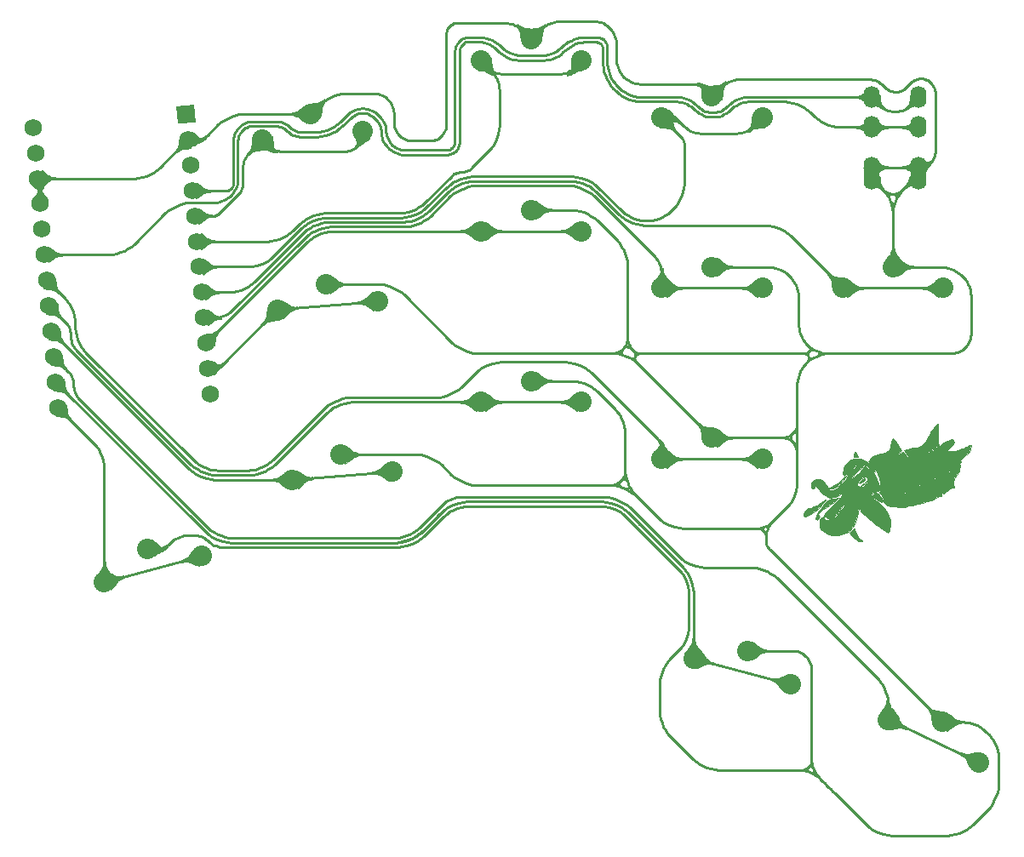
<source format=gbr>
%TF.GenerationSoftware,KiCad,Pcbnew,(5.1.10)-1*%
%TF.CreationDate,2021-07-02T19:59:24+02:00*%
%TF.ProjectId,newidea,6e657769-6465-4612-9e6b-696361645f70,VERSION_HERE*%
%TF.SameCoordinates,Original*%
%TF.FileFunction,Copper,L1,Top*%
%TF.FilePolarity,Positive*%
%FSLAX46Y46*%
G04 Gerber Fmt 4.6, Leading zero omitted, Abs format (unit mm)*
G04 Created by KiCad (PCBNEW (5.1.10)-1) date 2021-07-02 19:59:24*
%MOMM*%
%LPD*%
G01*
G04 APERTURE LIST*
%TA.AperFunction,EtchedComponent*%
%ADD10C,0.010000*%
%TD*%
%TA.AperFunction,ComponentPad*%
%ADD11C,2.032000*%
%TD*%
%TA.AperFunction,ComponentPad*%
%ADD12C,0.100000*%
%TD*%
%TA.AperFunction,ComponentPad*%
%ADD13C,1.752600*%
%TD*%
%TA.AperFunction,ComponentPad*%
%ADD14O,1.600000X2.200000*%
%TD*%
%TA.AperFunction,Conductor*%
%ADD15C,0.250000*%
%TD*%
%TA.AperFunction,Conductor*%
%ADD16C,0.025400*%
%TD*%
%TA.AperFunction,Conductor*%
%ADD17C,0.100000*%
%TD*%
G04 APERTURE END LIST*
D10*
%TO.C,G\u002A\u002A\u002A*%
G36*
X82437758Y24007982D02*
G01*
X82517202Y23807864D01*
X82575539Y23653310D01*
X82762691Y23294878D01*
X82971026Y23102976D01*
X83164047Y22970099D01*
X83194250Y22883275D01*
X83061606Y22841936D01*
X82957508Y22838000D01*
X82763502Y22876176D01*
X82555674Y23007665D01*
X82322508Y23226771D01*
X82127219Y23436712D01*
X81990727Y23600645D01*
X81944667Y23677679D01*
X81996854Y23768485D01*
X82119155Y23901558D01*
X82260182Y24028559D01*
X82368547Y24101146D01*
X82394978Y24101278D01*
X82437758Y24007982D01*
G37*
X82437758Y24007982D02*
X82517202Y23807864D01*
X82575539Y23653310D01*
X82762691Y23294878D01*
X82971026Y23102976D01*
X83164047Y22970099D01*
X83194250Y22883275D01*
X83061606Y22841936D01*
X82957508Y22838000D01*
X82763502Y22876176D01*
X82555674Y23007665D01*
X82322508Y23226771D01*
X82127219Y23436712D01*
X81990727Y23600645D01*
X81944667Y23677679D01*
X81996854Y23768485D01*
X82119155Y23901558D01*
X82260182Y24028559D01*
X82368547Y24101146D01*
X82394978Y24101278D01*
X82437758Y24007982D01*
G36*
X82995074Y31075941D02*
G01*
X83440546Y30897519D01*
X83867224Y30565928D01*
X84123702Y30276583D01*
X84295653Y30046867D01*
X84411087Y29875006D01*
X84445322Y29797786D01*
X84445126Y29797570D01*
X84359186Y29817898D01*
X84188842Y29914613D01*
X83980176Y30056178D01*
X83779269Y30211058D01*
X83632202Y30347715D01*
X83619170Y30362824D01*
X83443605Y30484467D01*
X83278540Y30452065D01*
X83172927Y30290538D01*
X83077653Y30154384D01*
X82891215Y29982706D01*
X82783351Y29902135D01*
X82394403Y29544852D01*
X82143190Y29118250D01*
X82043803Y28648166D01*
X82043566Y28545562D01*
X82052795Y28311714D01*
X82061696Y28239607D01*
X82074662Y28321715D01*
X82088638Y28468333D01*
X82120528Y28607181D01*
X82681518Y28607181D01*
X82709350Y28445858D01*
X82755216Y28389547D01*
X82979207Y28269039D01*
X83250925Y28309349D01*
X83524175Y28472642D01*
X83736531Y28699985D01*
X83808096Y28934021D01*
X83730768Y29143579D01*
X83705734Y29171067D01*
X83510722Y29266033D01*
X83268190Y29203765D01*
X83049921Y29051868D01*
X82792453Y28803369D01*
X82681518Y28607181D01*
X82120528Y28607181D01*
X82192056Y28918605D01*
X82423846Y29281295D01*
X82774587Y29569929D01*
X83061071Y29796754D01*
X83212045Y30027646D01*
X83234320Y30098167D01*
X83329566Y30311218D01*
X83459402Y30359354D01*
X83614698Y30241252D01*
X83672548Y30161667D01*
X83808554Y30009535D01*
X83929772Y29950000D01*
X84112427Y29876187D01*
X84311888Y29683103D01*
X84495026Y29413280D01*
X84628711Y29109248D01*
X84653453Y29020947D01*
X84725415Y28769549D01*
X84797418Y28593620D01*
X84831841Y28547742D01*
X84880457Y28440371D01*
X84906575Y28232099D01*
X84908000Y28167003D01*
X84895059Y27949823D01*
X84838166Y27854236D01*
X84715172Y27833333D01*
X84496833Y27780944D01*
X84255077Y27649465D01*
X84042286Y27477435D01*
X83910845Y27303390D01*
X83892000Y27227748D01*
X83965739Y27168588D01*
X84151657Y27095677D01*
X84251834Y27066300D01*
X84520814Y26953662D01*
X84815312Y26742950D01*
X85130785Y26449203D01*
X85410701Y26152186D01*
X85598777Y25899787D01*
X85734425Y25629630D01*
X85844067Y25320348D01*
X85943322Y24988674D01*
X85989201Y24749723D01*
X85987156Y24537435D01*
X85942639Y24285748D01*
X85933033Y24242292D01*
X85863353Y23977867D01*
X85793682Y23787684D01*
X85753338Y23726179D01*
X85661671Y23757956D01*
X85464631Y23878246D01*
X85187487Y24067828D01*
X84855509Y24307484D01*
X84493968Y24577994D01*
X84128134Y24860140D01*
X83783277Y25134702D01*
X83484666Y25382462D01*
X83257573Y25584199D01*
X83127266Y25720695D01*
X83122710Y25726905D01*
X83010832Y25934530D01*
X82968866Y26178961D01*
X82974154Y26431134D01*
X82981549Y26675610D01*
X82970281Y26827386D01*
X82951924Y26854460D01*
X82921036Y26760614D01*
X82886939Y26542554D01*
X82856447Y26245102D01*
X82853352Y26206182D01*
X82768447Y25641512D01*
X82610572Y25072644D01*
X82399470Y24558031D01*
X82165579Y24169981D01*
X81805370Y23825229D01*
X81351263Y23581426D01*
X80844775Y23446565D01*
X80327419Y23428636D01*
X79840711Y23535633D01*
X79569410Y23670206D01*
X79261066Y23884192D01*
X79073016Y24072177D01*
X78971408Y24278245D01*
X78926942Y24506846D01*
X78945882Y24851445D01*
X79062857Y25107024D01*
X79193685Y25265414D01*
X79309414Y25332627D01*
X79373056Y25300078D01*
X79353770Y25174548D01*
X79372749Y25063811D01*
X79511488Y25008666D01*
X79731459Y25004546D01*
X79994134Y25046888D01*
X80260985Y25131126D01*
X80493485Y25252695D01*
X80577966Y25319595D01*
X80718980Y25472007D01*
X80903960Y25699887D01*
X81104529Y25964385D01*
X81292309Y26226652D01*
X81438923Y26447838D01*
X81515993Y26589094D01*
X81521334Y26611092D01*
X81477381Y26627890D01*
X81364037Y26537629D01*
X81209073Y26371932D01*
X81040264Y26162426D01*
X80885379Y25940732D01*
X80793332Y25782114D01*
X80571293Y25462492D01*
X80299475Y25241446D01*
X80010322Y25130143D01*
X79736277Y25139748D01*
X79509780Y25281427D01*
X79472397Y25327479D01*
X79418398Y25410096D01*
X79402441Y25486772D01*
X79440678Y25580089D01*
X79549264Y25712626D01*
X79744353Y25906962D01*
X80042098Y26185679D01*
X80173077Y26306905D01*
X80569890Y26682200D01*
X80857149Y26977689D01*
X81056341Y27220814D01*
X81188954Y27439015D01*
X81276476Y27659733D01*
X81302034Y27748667D01*
X81335274Y27885016D01*
X81316115Y27881610D01*
X81229350Y27734613D01*
X81226505Y27729629D01*
X81026872Y27488117D01*
X80729213Y27320931D01*
X80422659Y27230724D01*
X80004637Y27207231D01*
X79597869Y27335098D01*
X79193133Y27619497D01*
X78781202Y28065600D01*
X78667310Y28214769D01*
X78543115Y28375655D01*
X78480074Y28409570D01*
X78439050Y28325982D01*
X78423529Y28273734D01*
X78324513Y28128643D01*
X78192524Y28118130D01*
X78087237Y28235032D01*
X78065851Y28316664D01*
X78105374Y28607152D01*
X78293031Y28874242D01*
X78437817Y28988585D01*
X78609837Y29073580D01*
X78790368Y29076584D01*
X78981380Y29028656D01*
X79186105Y28943501D01*
X79356055Y28802716D01*
X79534329Y28565767D01*
X79624576Y28423737D01*
X79830547Y28121183D01*
X80008768Y27961444D01*
X80199689Y27932344D01*
X80443757Y28021707D01*
X80624895Y28122598D01*
X80823813Y28257754D01*
X81026727Y28438349D01*
X81260773Y28692333D01*
X81553089Y29047658D01*
X81683284Y29212755D01*
X81743384Y29366574D01*
X81703614Y29483976D01*
X81599461Y29516123D01*
X81504400Y29458933D01*
X81373128Y29366132D01*
X81297508Y29418186D01*
X81268409Y29624356D01*
X81267334Y29699373D01*
X81296019Y29874981D01*
X81964904Y29874981D01*
X81974778Y29868378D01*
X82079684Y29916697D01*
X82253181Y30041024D01*
X82313445Y30090397D01*
X82552584Y30260674D01*
X82856398Y30436615D01*
X83003000Y30508853D01*
X83213321Y30613529D01*
X83322626Y30685720D01*
X83317686Y30707123D01*
X83160638Y30667279D01*
X82914397Y30556816D01*
X82628464Y30402259D01*
X82352341Y30230135D01*
X82156334Y30084823D01*
X82014026Y29951267D01*
X81964904Y29874981D01*
X81296019Y29874981D01*
X81344263Y30170313D01*
X81563668Y30565919D01*
X81908470Y30867574D01*
X82361592Y31056662D01*
X82546033Y31093311D01*
X82995074Y31075941D01*
G37*
X82995074Y31075941D02*
X83440546Y30897519D01*
X83867224Y30565928D01*
X84123702Y30276583D01*
X84295653Y30046867D01*
X84411087Y29875006D01*
X84445322Y29797786D01*
X84445126Y29797570D01*
X84359186Y29817898D01*
X84188842Y29914613D01*
X83980176Y30056178D01*
X83779269Y30211058D01*
X83632202Y30347715D01*
X83619170Y30362824D01*
X83443605Y30484467D01*
X83278540Y30452065D01*
X83172927Y30290538D01*
X83077653Y30154384D01*
X82891215Y29982706D01*
X82783351Y29902135D01*
X82394403Y29544852D01*
X82143190Y29118250D01*
X82043803Y28648166D01*
X82043566Y28545562D01*
X82052795Y28311714D01*
X82061696Y28239607D01*
X82074662Y28321715D01*
X82088638Y28468333D01*
X82120528Y28607181D01*
X82681518Y28607181D01*
X82709350Y28445858D01*
X82755216Y28389547D01*
X82979207Y28269039D01*
X83250925Y28309349D01*
X83524175Y28472642D01*
X83736531Y28699985D01*
X83808096Y28934021D01*
X83730768Y29143579D01*
X83705734Y29171067D01*
X83510722Y29266033D01*
X83268190Y29203765D01*
X83049921Y29051868D01*
X82792453Y28803369D01*
X82681518Y28607181D01*
X82120528Y28607181D01*
X82192056Y28918605D01*
X82423846Y29281295D01*
X82774587Y29569929D01*
X83061071Y29796754D01*
X83212045Y30027646D01*
X83234320Y30098167D01*
X83329566Y30311218D01*
X83459402Y30359354D01*
X83614698Y30241252D01*
X83672548Y30161667D01*
X83808554Y30009535D01*
X83929772Y29950000D01*
X84112427Y29876187D01*
X84311888Y29683103D01*
X84495026Y29413280D01*
X84628711Y29109248D01*
X84653453Y29020947D01*
X84725415Y28769549D01*
X84797418Y28593620D01*
X84831841Y28547742D01*
X84880457Y28440371D01*
X84906575Y28232099D01*
X84908000Y28167003D01*
X84895059Y27949823D01*
X84838166Y27854236D01*
X84715172Y27833333D01*
X84496833Y27780944D01*
X84255077Y27649465D01*
X84042286Y27477435D01*
X83910845Y27303390D01*
X83892000Y27227748D01*
X83965739Y27168588D01*
X84151657Y27095677D01*
X84251834Y27066300D01*
X84520814Y26953662D01*
X84815312Y26742950D01*
X85130785Y26449203D01*
X85410701Y26152186D01*
X85598777Y25899787D01*
X85734425Y25629630D01*
X85844067Y25320348D01*
X85943322Y24988674D01*
X85989201Y24749723D01*
X85987156Y24537435D01*
X85942639Y24285748D01*
X85933033Y24242292D01*
X85863353Y23977867D01*
X85793682Y23787684D01*
X85753338Y23726179D01*
X85661671Y23757956D01*
X85464631Y23878246D01*
X85187487Y24067828D01*
X84855509Y24307484D01*
X84493968Y24577994D01*
X84128134Y24860140D01*
X83783277Y25134702D01*
X83484666Y25382462D01*
X83257573Y25584199D01*
X83127266Y25720695D01*
X83122710Y25726905D01*
X83010832Y25934530D01*
X82968866Y26178961D01*
X82974154Y26431134D01*
X82981549Y26675610D01*
X82970281Y26827386D01*
X82951924Y26854460D01*
X82921036Y26760614D01*
X82886939Y26542554D01*
X82856447Y26245102D01*
X82853352Y26206182D01*
X82768447Y25641512D01*
X82610572Y25072644D01*
X82399470Y24558031D01*
X82165579Y24169981D01*
X81805370Y23825229D01*
X81351263Y23581426D01*
X80844775Y23446565D01*
X80327419Y23428636D01*
X79840711Y23535633D01*
X79569410Y23670206D01*
X79261066Y23884192D01*
X79073016Y24072177D01*
X78971408Y24278245D01*
X78926942Y24506846D01*
X78945882Y24851445D01*
X79062857Y25107024D01*
X79193685Y25265414D01*
X79309414Y25332627D01*
X79373056Y25300078D01*
X79353770Y25174548D01*
X79372749Y25063811D01*
X79511488Y25008666D01*
X79731459Y25004546D01*
X79994134Y25046888D01*
X80260985Y25131126D01*
X80493485Y25252695D01*
X80577966Y25319595D01*
X80718980Y25472007D01*
X80903960Y25699887D01*
X81104529Y25964385D01*
X81292309Y26226652D01*
X81438923Y26447838D01*
X81515993Y26589094D01*
X81521334Y26611092D01*
X81477381Y26627890D01*
X81364037Y26537629D01*
X81209073Y26371932D01*
X81040264Y26162426D01*
X80885379Y25940732D01*
X80793332Y25782114D01*
X80571293Y25462492D01*
X80299475Y25241446D01*
X80010322Y25130143D01*
X79736277Y25139748D01*
X79509780Y25281427D01*
X79472397Y25327479D01*
X79418398Y25410096D01*
X79402441Y25486772D01*
X79440678Y25580089D01*
X79549264Y25712626D01*
X79744353Y25906962D01*
X80042098Y26185679D01*
X80173077Y26306905D01*
X80569890Y26682200D01*
X80857149Y26977689D01*
X81056341Y27220814D01*
X81188954Y27439015D01*
X81276476Y27659733D01*
X81302034Y27748667D01*
X81335274Y27885016D01*
X81316115Y27881610D01*
X81229350Y27734613D01*
X81226505Y27729629D01*
X81026872Y27488117D01*
X80729213Y27320931D01*
X80422659Y27230724D01*
X80004637Y27207231D01*
X79597869Y27335098D01*
X79193133Y27619497D01*
X78781202Y28065600D01*
X78667310Y28214769D01*
X78543115Y28375655D01*
X78480074Y28409570D01*
X78439050Y28325982D01*
X78423529Y28273734D01*
X78324513Y28128643D01*
X78192524Y28118130D01*
X78087237Y28235032D01*
X78065851Y28316664D01*
X78105374Y28607152D01*
X78293031Y28874242D01*
X78437817Y28988585D01*
X78609837Y29073580D01*
X78790368Y29076584D01*
X78981380Y29028656D01*
X79186105Y28943501D01*
X79356055Y28802716D01*
X79534329Y28565767D01*
X79624576Y28423737D01*
X79830547Y28121183D01*
X80008768Y27961444D01*
X80199689Y27932344D01*
X80443757Y28021707D01*
X80624895Y28122598D01*
X80823813Y28257754D01*
X81026727Y28438349D01*
X81260773Y28692333D01*
X81553089Y29047658D01*
X81683284Y29212755D01*
X81743384Y29366574D01*
X81703614Y29483976D01*
X81599461Y29516123D01*
X81504400Y29458933D01*
X81373128Y29366132D01*
X81297508Y29418186D01*
X81268409Y29624356D01*
X81267334Y29699373D01*
X81296019Y29874981D01*
X81964904Y29874981D01*
X81974778Y29868378D01*
X82079684Y29916697D01*
X82253181Y30041024D01*
X82313445Y30090397D01*
X82552584Y30260674D01*
X82856398Y30436615D01*
X83003000Y30508853D01*
X83213321Y30613529D01*
X83322626Y30685720D01*
X83317686Y30707123D01*
X83160638Y30667279D01*
X82914397Y30556816D01*
X82628464Y30402259D01*
X82352341Y30230135D01*
X82156334Y30084823D01*
X82014026Y29951267D01*
X81964904Y29874981D01*
X81296019Y29874981D01*
X81344263Y30170313D01*
X81563668Y30565919D01*
X81908470Y30867574D01*
X82361592Y31056662D01*
X82546033Y31093311D01*
X82995074Y31075941D01*
G36*
X80820756Y27131051D02*
G01*
X80649549Y26984458D01*
X80375028Y26776622D01*
X80010084Y26517885D01*
X79637500Y26265054D01*
X79236362Y25986267D01*
X78973712Y25775596D01*
X78837882Y25622880D01*
X78812000Y25546317D01*
X78848888Y25409310D01*
X78899646Y25378000D01*
X78942457Y25327030D01*
X78898118Y25211042D01*
X78798546Y25085421D01*
X78687352Y25009618D01*
X78576588Y25020903D01*
X78558000Y25087043D01*
X78625435Y25375563D01*
X78822145Y25748201D01*
X79139737Y26190477D01*
X79331887Y26422361D01*
X79587919Y26711743D01*
X79776474Y26896047D01*
X79935437Y27002758D01*
X80102689Y27059361D01*
X80243368Y27083660D01*
X80518858Y27130267D01*
X80746506Y27182068D01*
X80801667Y27199135D01*
X80875759Y27206057D01*
X80820756Y27131051D01*
G37*
X80820756Y27131051D02*
X80649549Y26984458D01*
X80375028Y26776622D01*
X80010084Y26517885D01*
X79637500Y26265054D01*
X79236362Y25986267D01*
X78973712Y25775596D01*
X78837882Y25622880D01*
X78812000Y25546317D01*
X78848888Y25409310D01*
X78899646Y25378000D01*
X78942457Y25327030D01*
X78898118Y25211042D01*
X78798546Y25085421D01*
X78687352Y25009618D01*
X78576588Y25020903D01*
X78558000Y25087043D01*
X78625435Y25375563D01*
X78822145Y25748201D01*
X79139737Y26190477D01*
X79331887Y26422361D01*
X79587919Y26711743D01*
X79776474Y26896047D01*
X79935437Y27002758D01*
X80102689Y27059361D01*
X80243368Y27083660D01*
X80518858Y27130267D01*
X80746506Y27182068D01*
X80801667Y27199135D01*
X80875759Y27206057D01*
X80820756Y27131051D01*
G36*
X79533287Y26915545D02*
G01*
X79389589Y26729675D01*
X79235334Y26538675D01*
X78865804Y26132364D01*
X78479564Y25821032D01*
X78166577Y25629589D01*
X77854413Y25456558D01*
X77657652Y25353758D01*
X77543843Y25308878D01*
X77480538Y25309604D01*
X77435286Y25343626D01*
X77429111Y25349778D01*
X77377319Y25506739D01*
X77429107Y25715903D01*
X77554359Y25925552D01*
X77722963Y26083966D01*
X77889226Y26140000D01*
X78066380Y26181825D01*
X78340975Y26292374D01*
X78667718Y26449261D01*
X79001320Y26630097D01*
X79296489Y26812494D01*
X79404667Y26889087D01*
X79534141Y26981418D01*
X79579243Y26994848D01*
X79533287Y26915545D01*
G37*
X79533287Y26915545D02*
X79389589Y26729675D01*
X79235334Y26538675D01*
X78865804Y26132364D01*
X78479564Y25821032D01*
X78166577Y25629589D01*
X77854413Y25456558D01*
X77657652Y25353758D01*
X77543843Y25308878D01*
X77480538Y25309604D01*
X77435286Y25343626D01*
X77429111Y25349778D01*
X77377319Y25506739D01*
X77429107Y25715903D01*
X77554359Y25925552D01*
X77722963Y26083966D01*
X77889226Y26140000D01*
X78066380Y26181825D01*
X78340975Y26292374D01*
X78667718Y26449261D01*
X79001320Y26630097D01*
X79296489Y26812494D01*
X79404667Y26889087D01*
X79534141Y26981418D01*
X79579243Y26994848D01*
X79533287Y26915545D01*
G36*
X90717361Y34442985D02*
G01*
X90737157Y34228264D01*
X90746158Y33911321D01*
X90743508Y33569500D01*
X90739795Y33174355D01*
X90746264Y32834424D01*
X90761552Y32589861D01*
X90780193Y32487551D01*
X90767826Y32390206D01*
X90643684Y32256110D01*
X90391056Y32069067D01*
X90256066Y31979551D01*
X89881217Y31735509D01*
X89634967Y31573300D01*
X89503830Y31482644D01*
X89474317Y31453260D01*
X89532941Y31474867D01*
X89666215Y31537184D01*
X89691667Y31549339D01*
X89892024Y31662664D01*
X90187728Y31851840D01*
X90539057Y32090590D01*
X90906289Y32352639D01*
X90908961Y32354595D01*
X91352386Y32666553D01*
X91688814Y32870131D01*
X91935948Y32971512D01*
X92111488Y32976877D01*
X92233134Y32892409D01*
X92272784Y32830939D01*
X92299848Y32735926D01*
X92267659Y32622127D01*
X92158958Y32460870D01*
X91956485Y32223481D01*
X91810096Y32062269D01*
X91572202Y31788343D01*
X91387266Y31547350D01*
X91280683Y31373888D01*
X91264684Y31319163D01*
X91279150Y31229208D01*
X91318640Y31303471D01*
X91319090Y31304667D01*
X91400009Y31461880D01*
X91526770Y31660192D01*
X91639765Y31796660D01*
X91765488Y31854715D01*
X91966753Y31854091D01*
X92098825Y31839910D01*
X92416854Y31827333D01*
X92638442Y31887038D01*
X92707633Y31928885D01*
X92912315Y32032672D01*
X93068567Y32066667D01*
X93236422Y32108081D01*
X93474472Y32213061D01*
X93594774Y32278804D01*
X93809901Y32387789D01*
X93960672Y32432500D01*
X93999452Y32421861D01*
X94006816Y32303304D01*
X93973734Y32089928D01*
X93954267Y32006565D01*
X93855198Y31752709D01*
X93677103Y31541061D01*
X93472361Y31380039D01*
X93240098Y31207581D01*
X93060355Y31061109D01*
X92993667Y30996521D01*
X92848815Y30902517D01*
X92697334Y30856520D01*
X92581405Y30831107D01*
X92619237Y30816444D01*
X92760834Y30808197D01*
X92973055Y30772557D01*
X93022793Y30700523D01*
X92908748Y30607592D01*
X92782000Y30555354D01*
X92585295Y30473967D01*
X92539016Y30426015D01*
X92646287Y30422523D01*
X92749076Y30439077D01*
X92904271Y30451121D01*
X92936911Y30382695D01*
X92922430Y30321502D01*
X92866553Y30117740D01*
X92817268Y29921234D01*
X92716700Y29685146D01*
X92563108Y29468536D01*
X92340778Y29143257D01*
X92237666Y28798411D01*
X92268310Y28483514D01*
X92271459Y28475017D01*
X92340853Y28277961D01*
X92331984Y28192727D01*
X92225632Y28172435D01*
X92147244Y28172000D01*
X91948326Y28111481D01*
X91698143Y27950620D01*
X91593190Y27862454D01*
X91362472Y27679229D01*
X91210467Y27631866D01*
X91114044Y27720943D01*
X91064732Y27875667D01*
X91049439Y27905616D01*
X91053344Y27792330D01*
X91063540Y27679902D01*
X91100622Y27314803D01*
X90844849Y27447068D01*
X90637976Y27537204D01*
X90484859Y27575541D01*
X90479038Y27575515D01*
X90469825Y27545936D01*
X90589516Y27478126D01*
X90622137Y27463770D01*
X90875273Y27355843D01*
X90664470Y27220220D01*
X90420706Y27096173D01*
X90057967Y26951091D01*
X89622766Y26799818D01*
X89161616Y26657197D01*
X88721031Y26538070D01*
X88347523Y26457281D01*
X88210000Y26436960D01*
X87886642Y26387985D01*
X87603372Y26324214D01*
X87448000Y26270570D01*
X87181474Y26210250D01*
X87024667Y26229679D01*
X86815265Y26268210D01*
X86523466Y26294901D01*
X86371373Y26300894D01*
X86048956Y26333611D01*
X85744576Y26406553D01*
X85640202Y26447407D01*
X85438749Y26573758D01*
X85340198Y26744435D01*
X85305452Y26922521D01*
X85283965Y26986117D01*
X88300053Y26986117D01*
X88321514Y26941816D01*
X88368534Y26880833D01*
X88544504Y26748570D01*
X88718009Y26756999D01*
X88838999Y26899920D01*
X88851654Y26940700D01*
X88875874Y27143098D01*
X88859951Y27258200D01*
X88827453Y27267507D01*
X88809560Y27138876D01*
X88809351Y27132176D01*
X88748366Y26919779D01*
X88604725Y26836817D01*
X88414347Y26902435D01*
X88399422Y26913695D01*
X88300053Y26986117D01*
X85283965Y26986117D01*
X85181644Y27288951D01*
X85025949Y27504114D01*
X84934535Y27616164D01*
X87252253Y27616164D01*
X87273389Y27581978D01*
X87278667Y27581878D01*
X87461481Y27625654D01*
X87530215Y27660693D01*
X87625398Y27743567D01*
X87591455Y27771792D01*
X87461605Y27738862D01*
X87363334Y27693378D01*
X87252253Y27616164D01*
X84934535Y27616164D01*
X84903269Y27654488D01*
X84874376Y27740687D01*
X84892160Y27748667D01*
X84952126Y27825662D01*
X84984987Y28030240D01*
X84987941Y28187775D01*
X88647224Y28187775D01*
X88686467Y28178684D01*
X88817500Y28231084D01*
X88878011Y28287767D01*
X88923683Y28410990D01*
X88843998Y28511498D01*
X88714845Y28576542D01*
X88659510Y28565065D01*
X88669818Y28514962D01*
X88703889Y28510667D01*
X88789518Y28452038D01*
X88789712Y28331574D01*
X88706546Y28232404D01*
X88696834Y28228073D01*
X88647224Y28187775D01*
X84987941Y28187775D01*
X84990474Y28322791D01*
X84968318Y28663704D01*
X84954335Y28761357D01*
X89945667Y28761357D01*
X90265467Y28942065D01*
X90460949Y29068325D01*
X90522622Y29162600D01*
X90487933Y29240054D01*
X90356049Y29340843D01*
X90295133Y29356037D01*
X90270888Y29320367D01*
X90326667Y29272537D01*
X90388713Y29201570D01*
X90341629Y29106905D01*
X90199667Y28975845D01*
X89945667Y28761357D01*
X84954335Y28761357D01*
X84918249Y29013369D01*
X84901323Y29097588D01*
X84862629Y29214922D01*
X89765576Y29214922D01*
X89818667Y29195247D01*
X89999409Y29235227D01*
X90072667Y29272667D01*
X90139164Y29336159D01*
X90077607Y29344175D01*
X89919933Y29296716D01*
X89861000Y29272667D01*
X89765576Y29214922D01*
X84862629Y29214922D01*
X84798327Y29409901D01*
X84720732Y29551209D01*
X91534067Y29551209D01*
X91655451Y29607008D01*
X91824236Y29714048D01*
X91899132Y29790588D01*
X91888563Y29901837D01*
X91772567Y29999323D01*
X91639000Y30030796D01*
X91629770Y29996650D01*
X91704974Y29941834D01*
X91798932Y29870406D01*
X91776689Y29793437D01*
X91662641Y29685628D01*
X91535194Y29571397D01*
X91534067Y29551209D01*
X84720732Y29551209D01*
X84607368Y29757654D01*
X84311879Y30173140D01*
X83813779Y30822770D01*
X83835243Y30849871D01*
X84360619Y30849871D01*
X84453467Y30898533D01*
X84538011Y30958230D01*
X84737978Y31080789D01*
X84885669Y31095866D01*
X84976945Y31059081D01*
X85141457Y30986774D01*
X85219934Y30969390D01*
X85204609Y31005409D01*
X85075013Y31088725D01*
X85055907Y31099230D01*
X84802871Y31171584D01*
X84572273Y31088353D01*
X84393037Y30912106D01*
X84360619Y30849871D01*
X83835243Y30849871D01*
X84062100Y31136301D01*
X84248196Y31337763D01*
X84442419Y31444346D01*
X84723914Y31498787D01*
X84736127Y31500250D01*
X85083899Y31568103D01*
X85438502Y31676789D01*
X85536595Y31716444D01*
X85765263Y31830202D01*
X85884628Y31949596D01*
X85942610Y32138980D01*
X85965128Y32291943D01*
X86035822Y32681970D01*
X86126222Y32950212D01*
X86228598Y33075866D01*
X86258900Y33082667D01*
X86357057Y33017123D01*
X86478488Y32858522D01*
X86483784Y32849834D01*
X86616562Y32637681D01*
X86790262Y32370044D01*
X86868720Y32251877D01*
X87113301Y31886753D01*
X86947838Y31676401D01*
X86806341Y31436514D01*
X86727687Y31217056D01*
X86620368Y30983395D01*
X86456415Y30797699D01*
X86333238Y30684067D01*
X86314716Y30628451D01*
X86322793Y30627334D01*
X86464202Y30700642D01*
X86491198Y30732242D01*
X92226055Y30732242D01*
X92309278Y30718684D01*
X92419092Y30734251D01*
X92420403Y30763153D01*
X92307086Y30783364D01*
X92258125Y30769837D01*
X92226055Y30732242D01*
X86491198Y30732242D01*
X86628496Y30892949D01*
X86784370Y31162824D01*
X86857015Y31334299D01*
X87003220Y31609948D01*
X87171876Y31721437D01*
X87352809Y31667106D01*
X87535845Y31445295D01*
X87535994Y31445041D01*
X87681993Y31243538D01*
X87825635Y31113965D01*
X87854069Y31100354D01*
X87949940Y31074629D01*
X87904138Y31126740D01*
X87868434Y31156292D01*
X87743933Y31295608D01*
X87595537Y31510429D01*
X87557612Y31573355D01*
X87376689Y31884377D01*
X87657973Y32017855D01*
X87924545Y32102137D01*
X88243623Y32148335D01*
X88332834Y32151333D01*
X88707565Y32186349D01*
X89020622Y32304691D01*
X89296002Y32526305D01*
X89557698Y32871136D01*
X89829706Y33359127D01*
X89860758Y33421333D01*
X90077658Y33821440D01*
X90294623Y34154578D01*
X90491637Y34394139D01*
X90648685Y34513515D01*
X90688698Y34522000D01*
X90717361Y34442985D01*
G37*
X90717361Y34442985D02*
X90737157Y34228264D01*
X90746158Y33911321D01*
X90743508Y33569500D01*
X90739795Y33174355D01*
X90746264Y32834424D01*
X90761552Y32589861D01*
X90780193Y32487551D01*
X90767826Y32390206D01*
X90643684Y32256110D01*
X90391056Y32069067D01*
X90256066Y31979551D01*
X89881217Y31735509D01*
X89634967Y31573300D01*
X89503830Y31482644D01*
X89474317Y31453260D01*
X89532941Y31474867D01*
X89666215Y31537184D01*
X89691667Y31549339D01*
X89892024Y31662664D01*
X90187728Y31851840D01*
X90539057Y32090590D01*
X90906289Y32352639D01*
X90908961Y32354595D01*
X91352386Y32666553D01*
X91688814Y32870131D01*
X91935948Y32971512D01*
X92111488Y32976877D01*
X92233134Y32892409D01*
X92272784Y32830939D01*
X92299848Y32735926D01*
X92267659Y32622127D01*
X92158958Y32460870D01*
X91956485Y32223481D01*
X91810096Y32062269D01*
X91572202Y31788343D01*
X91387266Y31547350D01*
X91280683Y31373888D01*
X91264684Y31319163D01*
X91279150Y31229208D01*
X91318640Y31303471D01*
X91319090Y31304667D01*
X91400009Y31461880D01*
X91526770Y31660192D01*
X91639765Y31796660D01*
X91765488Y31854715D01*
X91966753Y31854091D01*
X92098825Y31839910D01*
X92416854Y31827333D01*
X92638442Y31887038D01*
X92707633Y31928885D01*
X92912315Y32032672D01*
X93068567Y32066667D01*
X93236422Y32108081D01*
X93474472Y32213061D01*
X93594774Y32278804D01*
X93809901Y32387789D01*
X93960672Y32432500D01*
X93999452Y32421861D01*
X94006816Y32303304D01*
X93973734Y32089928D01*
X93954267Y32006565D01*
X93855198Y31752709D01*
X93677103Y31541061D01*
X93472361Y31380039D01*
X93240098Y31207581D01*
X93060355Y31061109D01*
X92993667Y30996521D01*
X92848815Y30902517D01*
X92697334Y30856520D01*
X92581405Y30831107D01*
X92619237Y30816444D01*
X92760834Y30808197D01*
X92973055Y30772557D01*
X93022793Y30700523D01*
X92908748Y30607592D01*
X92782000Y30555354D01*
X92585295Y30473967D01*
X92539016Y30426015D01*
X92646287Y30422523D01*
X92749076Y30439077D01*
X92904271Y30451121D01*
X92936911Y30382695D01*
X92922430Y30321502D01*
X92866553Y30117740D01*
X92817268Y29921234D01*
X92716700Y29685146D01*
X92563108Y29468536D01*
X92340778Y29143257D01*
X92237666Y28798411D01*
X92268310Y28483514D01*
X92271459Y28475017D01*
X92340853Y28277961D01*
X92331984Y28192727D01*
X92225632Y28172435D01*
X92147244Y28172000D01*
X91948326Y28111481D01*
X91698143Y27950620D01*
X91593190Y27862454D01*
X91362472Y27679229D01*
X91210467Y27631866D01*
X91114044Y27720943D01*
X91064732Y27875667D01*
X91049439Y27905616D01*
X91053344Y27792330D01*
X91063540Y27679902D01*
X91100622Y27314803D01*
X90844849Y27447068D01*
X90637976Y27537204D01*
X90484859Y27575541D01*
X90479038Y27575515D01*
X90469825Y27545936D01*
X90589516Y27478126D01*
X90622137Y27463770D01*
X90875273Y27355843D01*
X90664470Y27220220D01*
X90420706Y27096173D01*
X90057967Y26951091D01*
X89622766Y26799818D01*
X89161616Y26657197D01*
X88721031Y26538070D01*
X88347523Y26457281D01*
X88210000Y26436960D01*
X87886642Y26387985D01*
X87603372Y26324214D01*
X87448000Y26270570D01*
X87181474Y26210250D01*
X87024667Y26229679D01*
X86815265Y26268210D01*
X86523466Y26294901D01*
X86371373Y26300894D01*
X86048956Y26333611D01*
X85744576Y26406553D01*
X85640202Y26447407D01*
X85438749Y26573758D01*
X85340198Y26744435D01*
X85305452Y26922521D01*
X85283965Y26986117D01*
X88300053Y26986117D01*
X88321514Y26941816D01*
X88368534Y26880833D01*
X88544504Y26748570D01*
X88718009Y26756999D01*
X88838999Y26899920D01*
X88851654Y26940700D01*
X88875874Y27143098D01*
X88859951Y27258200D01*
X88827453Y27267507D01*
X88809560Y27138876D01*
X88809351Y27132176D01*
X88748366Y26919779D01*
X88604725Y26836817D01*
X88414347Y26902435D01*
X88399422Y26913695D01*
X88300053Y26986117D01*
X85283965Y26986117D01*
X85181644Y27288951D01*
X85025949Y27504114D01*
X84934535Y27616164D01*
X87252253Y27616164D01*
X87273389Y27581978D01*
X87278667Y27581878D01*
X87461481Y27625654D01*
X87530215Y27660693D01*
X87625398Y27743567D01*
X87591455Y27771792D01*
X87461605Y27738862D01*
X87363334Y27693378D01*
X87252253Y27616164D01*
X84934535Y27616164D01*
X84903269Y27654488D01*
X84874376Y27740687D01*
X84892160Y27748667D01*
X84952126Y27825662D01*
X84984987Y28030240D01*
X84987941Y28187775D01*
X88647224Y28187775D01*
X88686467Y28178684D01*
X88817500Y28231084D01*
X88878011Y28287767D01*
X88923683Y28410990D01*
X88843998Y28511498D01*
X88714845Y28576542D01*
X88659510Y28565065D01*
X88669818Y28514962D01*
X88703889Y28510667D01*
X88789518Y28452038D01*
X88789712Y28331574D01*
X88706546Y28232404D01*
X88696834Y28228073D01*
X88647224Y28187775D01*
X84987941Y28187775D01*
X84990474Y28322791D01*
X84968318Y28663704D01*
X84954335Y28761357D01*
X89945667Y28761357D01*
X90265467Y28942065D01*
X90460949Y29068325D01*
X90522622Y29162600D01*
X90487933Y29240054D01*
X90356049Y29340843D01*
X90295133Y29356037D01*
X90270888Y29320367D01*
X90326667Y29272537D01*
X90388713Y29201570D01*
X90341629Y29106905D01*
X90199667Y28975845D01*
X89945667Y28761357D01*
X84954335Y28761357D01*
X84918249Y29013369D01*
X84901323Y29097588D01*
X84862629Y29214922D01*
X89765576Y29214922D01*
X89818667Y29195247D01*
X89999409Y29235227D01*
X90072667Y29272667D01*
X90139164Y29336159D01*
X90077607Y29344175D01*
X89919933Y29296716D01*
X89861000Y29272667D01*
X89765576Y29214922D01*
X84862629Y29214922D01*
X84798327Y29409901D01*
X84720732Y29551209D01*
X91534067Y29551209D01*
X91655451Y29607008D01*
X91824236Y29714048D01*
X91899132Y29790588D01*
X91888563Y29901837D01*
X91772567Y29999323D01*
X91639000Y30030796D01*
X91629770Y29996650D01*
X91704974Y29941834D01*
X91798932Y29870406D01*
X91776689Y29793437D01*
X91662641Y29685628D01*
X91535194Y29571397D01*
X91534067Y29551209D01*
X84720732Y29551209D01*
X84607368Y29757654D01*
X84311879Y30173140D01*
X83813779Y30822770D01*
X83835243Y30849871D01*
X84360619Y30849871D01*
X84453467Y30898533D01*
X84538011Y30958230D01*
X84737978Y31080789D01*
X84885669Y31095866D01*
X84976945Y31059081D01*
X85141457Y30986774D01*
X85219934Y30969390D01*
X85204609Y31005409D01*
X85075013Y31088725D01*
X85055907Y31099230D01*
X84802871Y31171584D01*
X84572273Y31088353D01*
X84393037Y30912106D01*
X84360619Y30849871D01*
X83835243Y30849871D01*
X84062100Y31136301D01*
X84248196Y31337763D01*
X84442419Y31444346D01*
X84723914Y31498787D01*
X84736127Y31500250D01*
X85083899Y31568103D01*
X85438502Y31676789D01*
X85536595Y31716444D01*
X85765263Y31830202D01*
X85884628Y31949596D01*
X85942610Y32138980D01*
X85965128Y32291943D01*
X86035822Y32681970D01*
X86126222Y32950212D01*
X86228598Y33075866D01*
X86258900Y33082667D01*
X86357057Y33017123D01*
X86478488Y32858522D01*
X86483784Y32849834D01*
X86616562Y32637681D01*
X86790262Y32370044D01*
X86868720Y32251877D01*
X87113301Y31886753D01*
X86947838Y31676401D01*
X86806341Y31436514D01*
X86727687Y31217056D01*
X86620368Y30983395D01*
X86456415Y30797699D01*
X86333238Y30684067D01*
X86314716Y30628451D01*
X86322793Y30627334D01*
X86464202Y30700642D01*
X86491198Y30732242D01*
X92226055Y30732242D01*
X92309278Y30718684D01*
X92419092Y30734251D01*
X92420403Y30763153D01*
X92307086Y30783364D01*
X92258125Y30769837D01*
X92226055Y30732242D01*
X86491198Y30732242D01*
X86628496Y30892949D01*
X86784370Y31162824D01*
X86857015Y31334299D01*
X87003220Y31609948D01*
X87171876Y31721437D01*
X87352809Y31667106D01*
X87535845Y31445295D01*
X87535994Y31445041D01*
X87681993Y31243538D01*
X87825635Y31113965D01*
X87854069Y31100354D01*
X87949940Y31074629D01*
X87904138Y31126740D01*
X87868434Y31156292D01*
X87743933Y31295608D01*
X87595537Y31510429D01*
X87557612Y31573355D01*
X87376689Y31884377D01*
X87657973Y32017855D01*
X87924545Y32102137D01*
X88243623Y32148335D01*
X88332834Y32151333D01*
X88707565Y32186349D01*
X89020622Y32304691D01*
X89296002Y32526305D01*
X89557698Y32871136D01*
X89829706Y33359127D01*
X89860758Y33421333D01*
X90077658Y33821440D01*
X90294623Y34154578D01*
X90491637Y34394139D01*
X90648685Y34513515D01*
X90688698Y34522000D01*
X90717361Y34442985D01*
G36*
X84763077Y27554349D02*
G01*
X84965373Y27369561D01*
X85143892Y27144188D01*
X85222328Y26949299D01*
X85208522Y26813222D01*
X85110314Y26764283D01*
X84935545Y26830810D01*
X84836485Y26903899D01*
X84623791Y27033569D01*
X84348568Y27145474D01*
X84287031Y27163621D01*
X83936091Y27258120D01*
X84189212Y27460639D01*
X84408886Y27611524D01*
X84583028Y27644772D01*
X84763077Y27554349D01*
G37*
X84763077Y27554349D02*
X84965373Y27369561D01*
X85143892Y27144188D01*
X85222328Y26949299D01*
X85208522Y26813222D01*
X85110314Y26764283D01*
X84935545Y26830810D01*
X84836485Y26903899D01*
X84623791Y27033569D01*
X84348568Y27145474D01*
X84287031Y27163621D01*
X83936091Y27258120D01*
X84189212Y27460639D01*
X84408886Y27611524D01*
X84583028Y27644772D01*
X84763077Y27554349D01*
G36*
X81595291Y29328417D02*
G01*
X81556689Y29272667D01*
X81184846Y28790788D01*
X80861997Y28441582D01*
X80626379Y28252987D01*
X80410522Y28152818D01*
X80184771Y28096128D01*
X80001804Y28090148D01*
X79914303Y28142113D01*
X79912667Y28154992D01*
X79984028Y28225044D01*
X80160075Y28311344D01*
X80203879Y28327953D01*
X80426841Y28442285D01*
X80701430Y28628735D01*
X80902379Y28790783D01*
X81145903Y29000990D01*
X81361812Y29181277D01*
X81479000Y29273988D01*
X81594053Y29353826D01*
X81595291Y29328417D01*
G37*
X81595291Y29328417D02*
X81556689Y29272667D01*
X81184846Y28790788D01*
X80861997Y28441582D01*
X80626379Y28252987D01*
X80410522Y28152818D01*
X80184771Y28096128D01*
X80001804Y28090148D01*
X79914303Y28142113D01*
X79912667Y28154992D01*
X79984028Y28225044D01*
X80160075Y28311344D01*
X80203879Y28327953D01*
X80426841Y28442285D01*
X80701430Y28628735D01*
X80902379Y28790783D01*
X81145903Y29000990D01*
X81361812Y29181277D01*
X81479000Y29273988D01*
X81594053Y29353826D01*
X81595291Y29328417D01*
G36*
X82569268Y31628718D02*
G01*
X82625908Y31557402D01*
X82757786Y31362259D01*
X82763203Y31259915D01*
X82634786Y31222785D01*
X82535720Y31220000D01*
X82360336Y31235009D01*
X82311744Y31312661D01*
X82335964Y31452833D01*
X82398259Y31663703D01*
X82465597Y31718569D01*
X82569268Y31628718D01*
G37*
X82569268Y31628718D02*
X82625908Y31557402D01*
X82757786Y31362259D01*
X82763203Y31259915D01*
X82634786Y31222785D01*
X82535720Y31220000D01*
X82360336Y31235009D01*
X82311744Y31312661D01*
X82335964Y31452833D01*
X82398259Y31663703D01*
X82465597Y31718569D01*
X82569268Y31628718D01*
G36*
X83716459Y28934917D02*
G01*
X83716937Y28925956D01*
X83644141Y28742890D01*
X83423804Y28546591D01*
X83214667Y28423018D01*
X83073679Y28355949D01*
X83059597Y28377343D01*
X83116479Y28451193D01*
X83282699Y28589915D01*
X83379539Y28636251D01*
X83532193Y28746097D01*
X83620163Y28872363D01*
X83689327Y28983028D01*
X83716459Y28934917D01*
G37*
X83716459Y28934917D02*
X83716937Y28925956D01*
X83644141Y28742890D01*
X83423804Y28546591D01*
X83214667Y28423018D01*
X83073679Y28355949D01*
X83059597Y28377343D01*
X83116479Y28451193D01*
X83282699Y28589915D01*
X83379539Y28636251D01*
X83532193Y28746097D01*
X83620163Y28872363D01*
X83689327Y28983028D01*
X83716459Y28934917D01*
G36*
X83420133Y29123565D02*
G01*
X83408946Y29020250D01*
X83334426Y28906561D01*
X83195059Y28784056D01*
X83039768Y28684728D01*
X82917477Y28640572D01*
X82876000Y28671731D01*
X82934839Y28767830D01*
X83075725Y28914004D01*
X83245217Y29058761D01*
X83354938Y29133188D01*
X83420133Y29123565D01*
G37*
X83420133Y29123565D02*
X83408946Y29020250D01*
X83334426Y28906561D01*
X83195059Y28784056D01*
X83039768Y28684728D01*
X82917477Y28640572D01*
X82876000Y28671731D01*
X82934839Y28767830D01*
X83075725Y28914004D01*
X83245217Y29058761D01*
X83354938Y29133188D01*
X83420133Y29123565D01*
%TD*%
D11*
%TO.P,S1,1*%
%TO.N,P9*%
X17446193Y21385352D03*
%TO.P,S1,2*%
%TO.N,GND*%
X12073044Y22119701D03*
%TO.P,S1,1*%
%TO.N,P9*%
X7786934Y18797162D03*
%TO.P,S1,2*%
%TO.N,GND*%
X12073044Y22119701D03*
%TD*%
%TO.P,S2,1*%
%TO.N,P6*%
X36458624Y29833401D03*
%TO.P,S2,2*%
%TO.N,GND*%
X31294623Y31489631D03*
%TO.P,S2,1*%
%TO.N,P6*%
X26496677Y28961843D03*
%TO.P,S2,2*%
%TO.N,GND*%
X31294623Y31489631D03*
%TD*%
%TO.P,S3,1*%
%TO.N,P16*%
X34976976Y46768711D03*
%TO.P,S3,2*%
%TO.N,GND*%
X29812975Y48424941D03*
%TO.P,S3,1*%
%TO.N,P16*%
X25015029Y45897153D03*
%TO.P,S3,2*%
%TO.N,GND*%
X29812975Y48424941D03*
%TD*%
%TO.P,S4,1*%
%TO.N,P21*%
X33495328Y63704021D03*
%TO.P,S4,2*%
%TO.N,GND*%
X28331327Y65360251D03*
%TO.P,S4,1*%
%TO.N,P21*%
X23533381Y62832463D03*
%TO.P,S4,2*%
%TO.N,GND*%
X28331327Y65360251D03*
%TD*%
%TO.P,S5,1*%
%TO.N,P5*%
X55242658Y36713144D03*
%TO.P,S5,2*%
%TO.N,GND*%
X50242658Y38813144D03*
%TO.P,S5,1*%
%TO.N,P5*%
X45242658Y36713144D03*
%TO.P,S5,2*%
%TO.N,GND*%
X50242658Y38813144D03*
%TD*%
%TO.P,S6,1*%
%TO.N,P14*%
X55242658Y53713144D03*
%TO.P,S6,2*%
%TO.N,GND*%
X50242658Y55813144D03*
%TO.P,S6,1*%
%TO.N,P14*%
X45242658Y53713144D03*
%TO.P,S6,2*%
%TO.N,GND*%
X50242658Y55813144D03*
%TD*%
%TO.P,S7,1*%
%TO.N,P20*%
X55242658Y70713144D03*
%TO.P,S7,2*%
%TO.N,GND*%
X50242658Y72813144D03*
%TO.P,S7,1*%
%TO.N,P20*%
X45242658Y70713144D03*
%TO.P,S7,2*%
%TO.N,GND*%
X50242658Y72813144D03*
%TD*%
%TO.P,S8,1*%
%TO.N,P4*%
X73242658Y31046477D03*
%TO.P,S8,2*%
%TO.N,GND*%
X68242658Y33146477D03*
%TO.P,S8,1*%
%TO.N,P4*%
X63242658Y31046477D03*
%TO.P,S8,2*%
%TO.N,GND*%
X68242658Y33146477D03*
%TD*%
%TO.P,S9,1*%
%TO.N,P15*%
X73242658Y48046478D03*
%TO.P,S9,2*%
%TO.N,GND*%
X68242658Y50146478D03*
%TO.P,S9,1*%
%TO.N,P15*%
X63242658Y48046478D03*
%TO.P,S9,2*%
%TO.N,GND*%
X68242658Y50146478D03*
%TD*%
%TO.P,S10,1*%
%TO.N,P19*%
X73242658Y65046477D03*
%TO.P,S10,2*%
%TO.N,GND*%
X68242658Y67146477D03*
%TO.P,S10,1*%
%TO.N,P19*%
X63242658Y65046477D03*
%TO.P,S10,2*%
%TO.N,GND*%
X68242658Y67146477D03*
%TD*%
%TO.P,S11,1*%
%TO.N,P18*%
X91242658Y48046478D03*
%TO.P,S11,2*%
%TO.N,GND*%
X86242658Y50146478D03*
%TO.P,S11,1*%
%TO.N,P18*%
X81242658Y48046478D03*
%TO.P,S11,2*%
%TO.N,GND*%
X86242658Y50146478D03*
%TD*%
%TO.P,S12,1*%
%TO.N,P8*%
X76055800Y8622901D03*
%TO.P,S12,2*%
%TO.N,GND*%
X71769690Y11945440D03*
%TO.P,S12,1*%
%TO.N,P8*%
X66396541Y11211091D03*
%TO.P,S12,2*%
%TO.N,GND*%
X71769690Y11945440D03*
%TD*%
%TO.P,S13,1*%
%TO.N,P7*%
X94786341Y878048D03*
%TO.P,S13,2*%
%TO.N,GND*%
X91142301Y4894386D03*
%TO.P,S13,1*%
%TO.N,P7*%
X85723263Y5104231D03*
%TO.P,S13,2*%
%TO.N,GND*%
X91142301Y4894386D03*
%TD*%
%TA.AperFunction,ComponentPad*%
D12*
%TO.P,C1,1*%
%TO.N,RAW*%
G36*
X14955841Y66143782D02*
G01*
X16701772Y66296531D01*
X16854521Y64550600D01*
X15108590Y64397851D01*
X14955841Y66143782D01*
G37*
%TD.AperFunction*%
D13*
%TO.P,C1,2*%
%TO.N,GND*%
X16126556Y62816856D03*
%TO.P,C1,3*%
%TO.N,RST*%
X16347932Y60286522D03*
%TO.P,C1,4*%
%TO.N,VCC*%
X16569308Y57756187D03*
%TO.P,C1,5*%
%TO.N,P21*%
X16790683Y55225853D03*
%TO.P,C1,6*%
%TO.N,P20*%
X17012059Y52695518D03*
%TO.P,C1,7*%
%TO.N,P19*%
X17233434Y50165183D03*
%TO.P,C1,8*%
%TO.N,P18*%
X17454810Y47634849D03*
%TO.P,C1,9*%
%TO.N,P15*%
X17676186Y45104514D03*
%TO.P,C1,10*%
%TO.N,P14*%
X17897561Y42574180D03*
%TO.P,C1,11*%
%TO.N,P16*%
X18118937Y40043845D03*
%TO.P,C1,12*%
%TO.N,P10*%
X18340312Y37513511D03*
%TO.P,C1,13*%
%TO.N,P1*%
X723174Y64018937D03*
%TO.P,C1,14*%
%TO.N,P0*%
X944549Y61488603D03*
%TO.P,C1,15*%
%TO.N,GND*%
X1165925Y58958268D03*
%TO.P,C1,16*%
X1387300Y56427934D03*
%TO.P,C1,17*%
%TO.N,P2*%
X1608676Y53897599D03*
%TO.P,C1,18*%
%TO.N,P3*%
X1830052Y51367265D03*
%TO.P,C1,19*%
%TO.N,P4*%
X2051427Y48836930D03*
%TO.P,C1,20*%
%TO.N,P5*%
X2272803Y46306595D03*
%TO.P,C1,21*%
%TO.N,P6*%
X2494178Y43776261D03*
%TO.P,C1,22*%
%TO.N,P7*%
X2715554Y41245926D03*
%TO.P,C1,23*%
%TO.N,P8*%
X2936930Y38715592D03*
%TO.P,C1,24*%
%TO.N,P9*%
X3158305Y36185257D03*
%TD*%
D14*
%TO.P,REF\u002A\u002A,1*%
%TO.N,GND*%
X88742658Y58946478D03*
%TO.P,REF\u002A\u002A,2*%
X84142658Y60046478D03*
%TO.P,REF\u002A\u002A,3*%
%TO.N,P3*%
X84142658Y64046478D03*
%TO.P,REF\u002A\u002A,4*%
%TO.N,VCC*%
X84142658Y67046478D03*
%TO.P,REF\u002A\u002A,1*%
%TO.N,GND*%
X84142658Y58946478D03*
%TO.P,REF\u002A\u002A,2*%
X88742658Y60046478D03*
%TO.P,REF\u002A\u002A,3*%
%TO.N,P3*%
X88742658Y64046478D03*
%TO.P,REF\u002A\u002A,4*%
%TO.N,VCC*%
X88742658Y67046478D03*
%TD*%
D15*
%TO.N,P9*%
X7747627Y30465639D02*
X7786934Y30066556D01*
X7786934Y20086043D02*
X7843607Y19842982D01*
X7552984Y31242694D02*
X7669393Y30858948D01*
X8782450Y19122582D02*
X9031897Y19130748D01*
X7953994Y19619141D02*
X8112326Y19426212D01*
X8310331Y19274277D02*
X8537665Y19171273D01*
X6733294Y32610265D02*
X6987694Y32300277D01*
X7210486Y31966847D02*
X7399522Y31613184D01*
X7843607Y19842982D02*
X7953994Y19619141D01*
X8782450Y19122582D02*
X8537665Y19171273D01*
X7747627Y30465639D02*
X7669393Y30858948D01*
X6987694Y32300277D02*
X7210486Y31966847D01*
X8112326Y19426212D02*
X8310331Y19274277D01*
X7552984Y31242694D02*
X7399522Y31613184D01*
X9031897Y19130748D02*
X17446193Y21385352D01*
X6733294Y32610265D02*
X3158305Y36185257D01*
X7786934Y30066556D02*
X7786934Y20086043D01*
%TO.N,GND*%
X17135983Y62834180D02*
X16960081Y62816856D01*
X57421224Y74376106D02*
X57616483Y74271737D01*
X69333644Y33185782D02*
X69732728Y33146477D01*
X76530124Y11927265D02*
X76345603Y11945440D01*
X79045934Y-815934D02*
X79241977Y-1011977D01*
X93960958Y47573918D02*
X93990000Y47279054D01*
X36944376Y63450963D02*
X37060359Y63309637D01*
X66675011Y68300338D02*
X66869790Y68241252D01*
X90460000Y61675435D02*
X90443501Y61507925D01*
X77378396Y11575898D02*
X77521724Y11458272D01*
X67402324Y67960532D02*
X67548853Y67840279D01*
X85498097Y57553668D02*
X85310818Y57778315D01*
X85625309Y57590823D02*
X85498097Y57553668D01*
X85310818Y57778315D02*
X85625309Y57590823D01*
X59367249Y25560750D02*
X59677237Y25306349D01*
X50980477Y73550963D02*
X50790907Y73424296D01*
X58944955Y69775698D02*
X59059603Y69561208D01*
X66366359Y1143637D02*
X66676348Y889236D01*
X76065072Y49124925D02*
X76259421Y48888110D01*
X96622459Y-2082320D02*
X96506050Y-2466066D01*
X42903804Y74450000D02*
X42790296Y74438820D01*
X42306359Y29493637D02*
X42616348Y29239236D01*
X92688997Y41672529D02*
X92504413Y41616536D01*
X58391737Y73496484D02*
X58496106Y73301224D01*
X79248861Y41498529D02*
X79331969Y41587783D01*
X79614890Y41560000D02*
X79248861Y41498529D01*
X79331969Y41587783D02*
X79614890Y41560000D01*
X16434068Y62765046D02*
X16264926Y62713738D01*
X60454963Y41083692D02*
X60547036Y41171720D01*
X60534679Y41027254D02*
X60454963Y41083692D01*
X60547036Y41171720D02*
X60534679Y41027254D01*
X85714080Y67788499D02*
X85847228Y67717330D01*
X73869334Y22167350D02*
X73929783Y22106902D01*
X50580267Y73337047D02*
X50356654Y73292568D01*
X86528698Y57313928D02*
X86385647Y57416295D01*
X86594550Y57451024D02*
X86528698Y57313928D01*
X86385647Y57416295D02*
X86594550Y57451024D01*
X76953083Y43743163D02*
X77035368Y43471906D01*
X65946531Y14536601D02*
X65907224Y14137517D01*
X78252849Y-221992D02*
X78123754Y-159246D01*
X78280869Y-146819D02*
X78252849Y-221992D01*
X78123754Y-159246D02*
X78280869Y-146819D01*
X89208292Y68887328D02*
X89079637Y68900000D01*
X49504836Y73550962D02*
X49694406Y73424296D01*
X85986712Y67659554D02*
X86131186Y67615728D01*
X59793435Y28851737D02*
X59623901Y28997277D01*
X59730621Y29049017D02*
X59793435Y28851737D01*
X59623901Y28997277D02*
X59730621Y29049017D01*
X43673931Y28673947D02*
X44057677Y28557539D01*
X57800573Y74148733D02*
X57971720Y74008277D01*
X15515280Y23375089D02*
X15303363Y23310804D01*
X77749741Y-15052D02*
X77604207Y24610D01*
X77688331Y85085D02*
X77749741Y-15052D01*
X77604207Y24610D02*
X77688331Y85085D01*
X95221269Y4157475D02*
X95507082Y3922914D01*
X27391421Y65394113D02*
X27047603Y65360251D01*
X78885784Y41586840D02*
X78842488Y41700274D01*
X78999462Y41653798D02*
X78885784Y41586840D01*
X78842488Y41700274D02*
X78999462Y41653798D01*
X42463913Y74339812D02*
X42363324Y74286046D01*
X36290669Y66425893D02*
X36385550Y66248385D01*
X63417408Y4423442D02*
X63606445Y4069779D01*
X29750406Y66731440D02*
X29483346Y66512270D01*
X44530986Y41599305D02*
X44930070Y41560000D01*
X76648805Y34199764D02*
X76706477Y34482249D01*
X76706477Y34091760D02*
X76648805Y34199764D01*
X76706477Y34482249D02*
X76706477Y34091760D01*
X60653772Y27386225D02*
X60229149Y27703170D01*
X60399236Y27696347D02*
X60653772Y27386225D01*
X60229149Y27703170D02*
X60399236Y27696347D01*
X1260742Y58871345D02*
X1269809Y58854381D01*
X42949779Y29016445D02*
X43303442Y28827409D01*
X41479078Y63361398D02*
X41376928Y63236928D01*
X65712581Y18723125D02*
X65828990Y18339379D01*
X41004715Y62931461D02*
X40862708Y62855556D01*
X78375407Y-105442D02*
X78423781Y-7043D01*
X78495265Y-138856D02*
X78375407Y-105442D01*
X78423781Y-7043D02*
X78495265Y-138856D01*
X68556589Y33380424D02*
X68940335Y33264016D01*
X73964763Y24552766D02*
X74121113Y24681113D01*
X73963736Y24466627D02*
X73964763Y24552766D01*
X74121113Y24681113D02*
X73963736Y24466627D01*
X12678187Y59534713D02*
X12324524Y59345677D01*
X87023286Y67659554D02*
X86878811Y67615728D01*
X91417440Y50117436D02*
X91122576Y50146478D01*
X92029011Y-6360693D02*
X91629928Y-6400000D01*
X14350878Y22660878D02*
X14191660Y22530211D01*
X69409422Y68273866D02*
X69189845Y68093664D01*
X84994562Y68415941D02*
X85159035Y68280961D01*
X89226150Y60054775D02*
X89141897Y60046478D01*
X30342349Y67086237D02*
X30037662Y66923379D01*
X60622642Y40766490D02*
X60482498Y40875559D01*
X60557793Y40892755D02*
X60622642Y40766490D01*
X60482498Y40875559D02*
X60557793Y40892755D01*
X17236540Y23382790D02*
X17423315Y23326133D01*
X58469446Y41560000D02*
X58843446Y41660778D01*
X58780984Y41529917D02*
X58469446Y41560000D01*
X58843446Y41660778D02*
X58780984Y41529917D01*
X75972963Y33354112D02*
X76174035Y33492769D01*
X76075578Y33244067D02*
X75972963Y33354112D01*
X76174035Y33492769D02*
X76075578Y33244067D01*
X18540107Y22556906D02*
X18712240Y22464900D01*
X17797666Y63070933D02*
X17641783Y62987612D01*
X69896118Y68565581D02*
X69645605Y68431679D01*
X18081264Y63281264D02*
X17944631Y63169132D01*
X65147291Y12302879D02*
X64892891Y11992891D01*
X72900567Y24150000D02*
X73094659Y24175717D01*
X73050820Y24117004D02*
X72900567Y24150000D01*
X73094659Y24175717D02*
X73050820Y24117004D01*
X77910046Y474023D02*
X78003882Y605279D01*
X78042264Y495941D02*
X77910046Y474023D01*
X78003882Y605279D02*
X78042264Y495941D01*
X76870000Y44303278D02*
X76897783Y44021180D01*
X76706477Y28756547D02*
X76667170Y28357463D01*
X65907224Y17946070D02*
X65946531Y17546987D01*
X87538155Y67968155D02*
X87421449Y67872377D01*
X93564089Y48683091D02*
X93703759Y48421786D01*
X57004805Y74525104D02*
X57216674Y74460834D01*
X35029822Y67361003D02*
X35222430Y67302576D01*
X64980986Y24189305D02*
X65380070Y24150000D01*
X51468714Y73998742D02*
X51243094Y73813580D01*
X59366050Y34706066D02*
X59482459Y34322320D01*
X88519588Y60046478D02*
X88430361Y60046478D01*
X96703758Y1684093D02*
X96740000Y1316133D01*
X76706477Y32485753D02*
X76612971Y32580506D01*
X76706477Y32657882D02*
X76706477Y32485753D01*
X76612971Y32580506D02*
X76706477Y32657882D01*
X59252687Y52181083D02*
X59441723Y51827420D01*
X41054018Y30690391D02*
X41364006Y30435991D01*
X41811179Y73459701D02*
X41800000Y73346195D01*
X59951267Y28152084D02*
X60024691Y28293434D01*
X60129415Y28100163D02*
X59951267Y28152084D01*
X60024691Y28293434D02*
X60129415Y28100163D01*
X96352589Y-2836555D02*
X96163552Y-3190218D01*
X41963952Y73886673D02*
X41910186Y73786085D01*
X37401765Y22315648D02*
X37002682Y22276343D01*
X74114176Y21922509D02*
X74175844Y21860840D01*
X59560693Y33929011D02*
X59600000Y33529928D01*
X93990000Y43426727D02*
X93971093Y43234766D01*
X74237512Y21799172D02*
X74299181Y21737503D01*
X16101626Y62646097D02*
X15945743Y62562775D01*
X17938057Y23050997D02*
X18088932Y22927176D01*
X13321605Y60011905D02*
X13011617Y59757505D01*
X44066470Y26359990D02*
X43667386Y26320683D01*
X60175427Y42092440D02*
X59926725Y42190897D01*
X60036770Y42293512D02*
X60175427Y42092440D01*
X59926725Y42190897D02*
X60036770Y42293512D01*
X78031829Y10694847D02*
X78085652Y10517416D01*
X49109176Y73911179D02*
X49306821Y73748977D01*
X65559119Y12989973D02*
X65370083Y12636310D01*
X37318708Y47625701D02*
X37628696Y47371300D01*
X91708038Y50059632D02*
X91991570Y49973623D01*
X86730736Y67586275D02*
X86580487Y67571477D01*
X80240000Y-2010000D02*
X80440000Y-2210000D01*
X76421397Y33740131D02*
X76512073Y33877023D01*
X76544765Y33732320D02*
X76421397Y33740131D01*
X76512073Y33877023D02*
X76544765Y33732320D01*
X70991655Y68840000D02*
X70708969Y68812157D01*
X43753931Y41793947D02*
X44137677Y41677539D01*
X68492952Y67534884D02*
X68327171Y67501909D01*
X93530218Y-5823552D02*
X93176555Y-6012588D01*
X79438021Y-1208021D02*
X79634064Y-1404064D01*
X43274077Y26242449D02*
X42890331Y26126040D01*
X89799733Y68642343D02*
X89899665Y68560331D01*
X77954052Y41826929D02*
X78001394Y41945269D01*
X78055849Y41884630D02*
X77954052Y41826929D01*
X78001394Y41945269D02*
X78055849Y41884630D01*
X41263068Y63123068D02*
X41138598Y63020918D01*
X60821663Y68383838D02*
X61063700Y68360000D01*
X43029779Y42136445D02*
X43383442Y41947409D01*
X58580834Y73096674D02*
X58645104Y72884805D01*
X35484070Y48385634D02*
X35084987Y48424941D01*
X94173637Y-5346359D02*
X93863649Y-5600760D01*
X62836360Y25203637D02*
X63146348Y24949236D01*
X73590000Y23394183D02*
X73538494Y23597762D01*
X73605154Y23561240D02*
X73590000Y23394183D01*
X73538494Y23597762D02*
X73605154Y23561240D01*
X37813122Y62806657D02*
X37988074Y62753586D01*
X90088661Y5948023D02*
X90398649Y5693622D01*
X41800000Y64258311D02*
X41784216Y64098066D01*
X93933462Y43045584D02*
X93877469Y42861000D01*
X89578231Y68775107D02*
X89692243Y68714166D01*
X77474594Y40474594D02*
X77306043Y40269214D01*
X19270767Y22295473D02*
X19465006Y22276343D01*
X88698043Y60046478D02*
X88608816Y60046478D01*
X59333425Y41401344D02*
X59118916Y41463716D01*
X59238209Y41549534D02*
X59333425Y41401344D01*
X59118916Y41463716D02*
X59238209Y41549534D01*
X59789828Y50679876D02*
X59829135Y50280793D01*
X93346802Y42066802D02*
X93197697Y41944434D01*
X86242658Y55536864D02*
X86172249Y55995330D01*
X86277182Y55887864D02*
X86242658Y55536864D01*
X86172249Y55995330D02*
X86277182Y55887864D01*
X77434952Y42724338D02*
X77614779Y42505218D01*
X85720986Y-6360693D02*
X86120070Y-6400000D01*
X59911207Y68709603D02*
X60125697Y68594955D01*
X78096167Y806263D02*
X78140000Y1005864D01*
X78174163Y748026D02*
X78096167Y806263D01*
X78140000Y1005864D02*
X78174163Y748026D01*
X59299114Y29017848D02*
X59418275Y29201090D01*
X59475096Y29052180D02*
X59299114Y29017848D01*
X59418275Y29201090D02*
X59475096Y29052180D01*
X89335084Y68862107D02*
X89458795Y68824580D01*
X36051160Y66748836D02*
X36178847Y66593248D01*
X35408386Y67225551D02*
X35585894Y67130671D01*
X56530505Y55013904D02*
X56840493Y54759504D01*
X1312841Y58958268D02*
X1294434Y58952683D01*
X53126924Y74590000D02*
X52830328Y74560787D01*
X1258874Y58909354D02*
X1256989Y58890211D01*
X68789657Y67693476D02*
X68649115Y67599569D01*
X59771487Y42622531D02*
X59829135Y42912535D01*
X59915907Y42566043D02*
X59771487Y42622531D01*
X59829135Y42912535D02*
X59915907Y42566043D01*
X58710000Y70713700D02*
X58733838Y70471663D01*
X88950360Y68900000D02*
X88821705Y68887328D01*
X92233287Y4933691D02*
X92632371Y4894386D01*
X73777624Y24137770D02*
X73768269Y24256041D01*
X73824857Y24234948D02*
X73777624Y24137770D01*
X73768269Y24256041D02*
X73824857Y24234948D01*
X77060708Y11766313D02*
X77224230Y11678910D01*
X64892891Y20090696D02*
X65147291Y19780708D01*
X86413385Y50936009D02*
X86577551Y50690316D01*
X76706477Y33493092D02*
X76624341Y33655310D01*
X76706477Y33655275D02*
X76706477Y33493092D01*
X76624341Y33655310D02*
X76706477Y33655275D01*
X96524294Y2400549D02*
X96631625Y2046729D01*
X1383659Y58635874D02*
X1387300Y58598921D01*
X56550505Y38013904D02*
X56860493Y37759504D01*
X36631614Y48037529D02*
X36985277Y47848493D01*
X58781285Y70233128D02*
X58851884Y70000393D01*
X68510986Y129305D02*
X68910070Y90000D01*
X36756621Y63764213D02*
X36842804Y63602976D01*
X67733931Y323947D02*
X68117677Y207539D01*
X93803653Y42682793D02*
X93712725Y42512681D01*
X85471842Y67968155D02*
X85588548Y67872377D01*
X76319065Y27209919D02*
X76130029Y26856256D01*
X67992361Y67534884D02*
X68158142Y67501909D01*
X84093521Y60046478D02*
X83995248Y60046478D01*
X86242658Y51498823D02*
X86300305Y51209009D01*
X28060868Y65561800D02*
X27730263Y65461513D01*
X85923734Y57358840D02*
X85925322Y57472053D01*
X86102954Y57433171D02*
X85923734Y57358840D01*
X85925322Y57472053D02*
X86102954Y57433171D01*
X15098766Y23226058D02*
X14903461Y23121665D01*
X92315231Y41578906D02*
X92123270Y41560000D01*
X77749841Y41652787D02*
X77858783Y41728486D01*
X77794583Y41590454D02*
X77749841Y41652787D01*
X77858783Y41728486D02*
X77794583Y41590454D01*
X93529707Y4858144D02*
X93161747Y4894386D01*
X20103693Y64972839D02*
X19750030Y64783803D01*
X86279261Y67586275D02*
X86429510Y67571477D01*
X89678917Y60268917D02*
X89613474Y60215209D01*
X84229826Y68777634D02*
X84433433Y68715871D01*
X73990231Y22046455D02*
X74050679Y21986007D01*
X58546360Y36073637D02*
X58800760Y35763649D01*
X78007767Y42046233D02*
X77969542Y42150455D01*
X78077832Y42064878D02*
X78007767Y42046233D01*
X77969542Y42150455D02*
X78077832Y42064878D01*
X58240311Y28440000D02*
X58614311Y28540778D01*
X58551849Y28409917D02*
X58240311Y28440000D01*
X58614311Y28540778D02*
X58551849Y28409917D01*
X63829237Y3736348D02*
X64083637Y3426360D01*
X74510530Y50056682D02*
X74803692Y49967751D01*
X90063370Y68396627D02*
X90159135Y68279936D01*
X78175311Y41912154D02*
X78215446Y41974519D01*
X78342978Y41907178D02*
X78175311Y41912154D01*
X78215446Y41974519D02*
X78342978Y41907178D01*
X86786496Y50481372D02*
X87032189Y50317205D01*
X55863412Y38425732D02*
X56217075Y38236696D01*
X88518936Y58946478D02*
X88471723Y58941827D01*
X29239054Y66267978D02*
X28971995Y66048808D01*
X84021146Y68819144D02*
X83809401Y68840000D01*
X84486611Y60046478D02*
X84388338Y60046478D01*
X59767337Y27988661D02*
X59579330Y28084576D01*
X59811867Y28096424D02*
X59767337Y27988661D01*
X59579330Y28084576D02*
X59811867Y28096424D01*
X89052306Y60046478D02*
X88964843Y60046478D01*
X87295917Y67788499D02*
X87162769Y67717330D01*
X60325139Y40977376D02*
X60204062Y41040715D01*
X60355530Y41046541D02*
X60325139Y40977376D01*
X60204062Y41040715D02*
X60355530Y41046541D01*
X84630007Y68634448D02*
X84817652Y68534149D01*
X77632006Y256064D02*
X77748653Y330815D01*
X77692144Y194214D02*
X77632006Y256064D01*
X77748653Y330815D02*
X77692144Y194214D01*
X39546391Y23329981D02*
X39236404Y23075581D01*
X16783328Y62816856D02*
X16607426Y62799530D01*
X90445203Y67589311D02*
X90460000Y67439081D01*
X42519842Y25972579D02*
X42166179Y25783542D01*
X31674797Y67420000D02*
X31330979Y67386136D01*
X60804943Y41502179D02*
X60820010Y41588753D01*
X60969492Y41560000D02*
X60804943Y41502179D01*
X60820010Y41588753D02*
X60969492Y41560000D01*
X67695656Y67693476D02*
X67836198Y67599569D01*
X76424250Y32513846D02*
X76330428Y32643789D01*
X76493404Y32583172D02*
X76424250Y32513846D01*
X76330428Y32643789D02*
X76493404Y32583172D01*
X66475379Y68340048D02*
X66272815Y68360000D01*
X59513902Y42123501D02*
X59659685Y42352618D01*
X59727781Y42202774D02*
X59513902Y42123501D01*
X59659685Y42352618D02*
X59727781Y42202774D01*
X64203931Y24383947D02*
X64587677Y24267539D01*
X90732080Y5470831D02*
X91085743Y5281794D01*
X40366925Y31102219D02*
X40720588Y30913183D01*
X94587759Y4537187D02*
X94913841Y4362892D01*
X20857928Y65242710D02*
X20474182Y65126301D01*
X11954034Y59192215D02*
X11570288Y59075807D01*
X36560270Y65672414D02*
X36580000Y65472108D01*
X36462576Y66062430D02*
X36521003Y65869822D01*
X44450986Y28479306D02*
X44850070Y28440000D01*
X17603638Y23251440D02*
X17775771Y23159433D01*
X36580000Y64469331D02*
X36597919Y64287387D01*
X88425194Y58932572D02*
X88379796Y58918800D01*
X15798778Y62464577D02*
X15662145Y62352445D01*
X84290066Y60046478D02*
X84191793Y60046478D01*
X95768529Y3661468D02*
X96003089Y3375655D01*
X37189637Y63180360D02*
X37330963Y63064376D01*
X93892343Y4786012D02*
X94246163Y4678681D01*
X17045111Y23420868D02*
X16850872Y23440000D01*
X92806066Y-6166050D02*
X92422320Y-6282459D01*
X60350392Y68501884D02*
X60583128Y68431285D01*
X36633587Y64108074D02*
X36686658Y63933122D01*
X76429622Y48633386D02*
X76574036Y48363206D01*
X86359975Y56304366D02*
X86279747Y56446614D01*
X86415965Y56493040D02*
X86359975Y56304366D01*
X86279747Y56446614D02*
X86415965Y56493040D01*
X93817145Y48148048D02*
X93903154Y47864516D01*
X42268490Y74222680D02*
X42180323Y74150323D01*
X77143845Y43210021D02*
X77277468Y42960029D01*
X84943931Y-6166050D02*
X85327677Y-6282459D01*
X17478484Y62919972D02*
X17309341Y62868663D01*
X85782971Y57111169D02*
X85684715Y57283046D01*
X85818914Y57261098D02*
X85782971Y57111169D01*
X85684715Y57283046D02*
X85818914Y57261098D01*
X59140947Y41799572D02*
X59306963Y41916562D01*
X59235232Y41712183D02*
X59140947Y41799572D01*
X59306963Y41916562D02*
X59235232Y41712183D01*
X75353940Y33146477D02*
X75700432Y33233249D01*
X75643944Y33088828D02*
X75353940Y33146477D01*
X75700432Y33233249D02*
X75643944Y33088828D01*
X89390200Y60095867D02*
X89309185Y60071292D01*
X60597914Y41608582D02*
X60531047Y41736819D01*
X60677489Y41646092D02*
X60597914Y41608582D01*
X60531047Y41736819D02*
X60677489Y41646092D01*
X89543081Y60168175D02*
X89468417Y60128266D01*
X55109176Y38695603D02*
X55492922Y38579195D01*
X59520985Y68999011D02*
X59708988Y68844722D01*
X59542334Y29495554D02*
X59600000Y29779927D01*
X59649255Y29412432D02*
X59542334Y29495554D01*
X59600000Y29779927D02*
X59649255Y29412432D01*
X41866539Y73680710D02*
X41833430Y73571566D01*
X18892563Y22390208D02*
X19079338Y22333551D01*
X63479779Y24726445D02*
X63833442Y24537409D01*
X38167387Y62717919D02*
X38349331Y62700000D01*
X78845549Y-615549D02*
X78560619Y-406484D01*
X78675049Y-407849D02*
X78845549Y-615549D01*
X78560619Y-406484D02*
X78675049Y-407849D01*
X75086728Y49850514D02*
X75356908Y49706100D01*
X77873469Y11029670D02*
X77960874Y10866149D01*
X1278439Y58941996D02*
X1266236Y58927127D01*
X35753249Y67018848D02*
X35908836Y66891161D01*
X51968805Y74298485D02*
X51711397Y74160897D01*
X40713944Y62793936D02*
X40559857Y62747195D01*
X63069305Y9039011D02*
X63030000Y8639928D01*
X84219779Y-5823552D02*
X84573442Y-6012589D01*
X48128144Y74369526D02*
X48390871Y74289828D01*
X90124530Y60737862D02*
X90017748Y60607748D01*
X55843412Y55425732D02*
X56197075Y55236696D01*
X67832437Y33722922D02*
X68186100Y33533886D01*
X56787656Y74568298D02*
X56567319Y74590000D01*
X86608352Y56957505D02*
X86592495Y57173544D01*
X86700495Y57135396D02*
X86608352Y56957505D01*
X86592495Y57173544D02*
X86700495Y57135396D01*
X70430372Y68756741D02*
X70158550Y68674284D01*
X76711977Y11891093D02*
X76889407Y11837269D01*
X47858870Y74423089D02*
X47585643Y74450000D01*
X18226945Y22789163D02*
X18377821Y22665342D01*
X73663050Y24363620D02*
X73762274Y24417431D01*
X73737121Y24327206D02*
X73663050Y24363620D01*
X73762274Y24417431D02*
X73737121Y24327206D01*
X21650321Y65360251D02*
X21251237Y65320944D01*
X58680155Y25972578D02*
X59033818Y25783542D01*
X95940760Y-3523649D02*
X95686360Y-3833637D01*
X37482977Y62962804D02*
X37644214Y62876621D01*
X88230264Y68642344D02*
X88130332Y68560332D01*
X90297389Y61026260D02*
X90218043Y60877814D01*
X65370083Y19447278D02*
X65559119Y19093615D01*
X59104290Y28281344D02*
X58889781Y28343716D01*
X59009074Y28429534D02*
X59104290Y28281344D01*
X58889781Y28343716D02*
X59009074Y28429534D01*
X63147539Y5177677D02*
X63263947Y4793931D01*
X19416599Y64561011D02*
X19106611Y64306611D01*
X54715867Y38773837D02*
X54316784Y38813144D01*
X67189018Y34200114D02*
X67499006Y33945714D01*
X35877379Y48307400D02*
X36261125Y48190991D01*
X78121825Y10335564D02*
X78140000Y10151043D01*
X42678431Y74416568D02*
X42569287Y74383459D01*
X58128276Y73851720D02*
X58268733Y73680573D01*
X1298217Y58825973D02*
X1316783Y58803350D01*
X38902973Y22852789D02*
X38549310Y22663752D01*
X38178820Y22510290D02*
X37795074Y22393882D01*
X42386360Y42613637D02*
X42696348Y42359237D01*
X57532611Y26320683D02*
X57133528Y26359990D01*
X65828990Y13744208D02*
X65712581Y13360462D01*
X77158434Y40048302D02*
X77033189Y39813985D01*
X76736949Y38860676D02*
X76706477Y38551283D01*
X75907237Y26522825D02*
X75652837Y26212837D01*
X30992137Y67318736D02*
X30661532Y67218448D01*
X88254681Y58851925D02*
X88218008Y58821828D01*
X76691274Y48080170D02*
X76780204Y47787008D01*
X49905046Y73337047D02*
X50128659Y73292568D01*
X92265307Y49860238D02*
X92526612Y49720567D01*
X58775495Y52824502D02*
X59029895Y52514514D01*
X76588936Y27964154D02*
X76472527Y27580408D01*
X58688298Y72667656D02*
X58710000Y72447319D01*
X77863039Y41067901D02*
X77849035Y41189886D01*
X77943682Y41096859D02*
X77863039Y41067901D01*
X77849035Y41189886D02*
X77943682Y41096859D01*
X83576360Y-5346360D02*
X83886348Y-5600760D01*
X78277200Y346833D02*
X78152267Y454681D01*
X78231004Y492314D02*
X78277200Y346833D01*
X78152267Y454681D02*
X78231004Y492314D01*
X52538023Y74502644D02*
X52252825Y74416130D01*
X59595185Y51456931D02*
X59711594Y51073185D01*
X63263947Y9816066D02*
X63147539Y9432320D01*
X41752802Y63940140D02*
X41706061Y63786053D01*
X58911812Y28679572D02*
X59077828Y28796562D01*
X59006097Y28592183D02*
X58911812Y28679572D01*
X59077828Y28796562D02*
X59006097Y28592183D01*
X63030000Y5970070D02*
X63069306Y5570986D01*
X77468132Y41560000D02*
X77620242Y41596390D01*
X77593655Y41520563D02*
X77468132Y41560000D01*
X77620242Y41596390D02*
X77593655Y41520563D01*
X93211514Y49158483D02*
X93399479Y48929447D01*
X73669939Y22435016D02*
X73708947Y22362039D01*
X39612689Y31372090D02*
X39996435Y31255682D01*
X1365636Y58707824D02*
X1376415Y58672291D01*
X77786059Y41341924D02*
X77687436Y41455722D01*
X77772477Y41473839D02*
X77786059Y41341924D01*
X77687436Y41455722D02*
X77772477Y41473839D01*
X79840000Y-1610000D02*
X80040000Y-1810000D01*
X83896976Y60046478D02*
X83798703Y60046478D01*
X13249338Y22139889D02*
X13044357Y22119701D01*
X86866726Y57551905D02*
X87092651Y57696471D01*
X86885064Y57425470D02*
X86866726Y57551905D01*
X87092651Y57696471D02*
X86885064Y57425470D01*
X73300919Y23976898D02*
X73202114Y24047535D01*
X73284419Y24076428D02*
X73300919Y23976898D01*
X73202114Y24047535D02*
X73284419Y24076428D01*
X40401932Y62715782D02*
X40241687Y62700000D01*
X88335965Y58900645D02*
X88294126Y58878281D01*
X59023552Y35430218D02*
X59212589Y35076555D01*
X73754919Y22293236D02*
X73807414Y22229271D01*
X34832414Y67400271D02*
X34632108Y67420000D01*
X78746047Y41344218D02*
X78850091Y41478558D01*
X78891560Y41400062D02*
X78746047Y41344218D01*
X78850091Y41478558D02*
X78891560Y41400062D01*
X73287150Y24218505D02*
X73396663Y24253280D01*
X73315479Y24159234D02*
X73287150Y24218505D01*
X73396663Y24253280D02*
X73315479Y24159234D01*
X93605562Y42352300D02*
X93483195Y42203195D01*
X91456232Y5128333D02*
X91839978Y5011925D01*
X88451765Y68775107D02*
X88337754Y68714167D01*
X76839971Y47486540D02*
X76870000Y47181661D01*
X73464991Y23767600D02*
X73408721Y23855408D01*
X73511549Y23812870D02*
X73464991Y23767600D01*
X73408721Y23855408D02*
X73511549Y23812870D01*
X88694913Y68862107D02*
X88571202Y68824580D01*
X59194722Y69358988D02*
X59349012Y69170985D01*
X13648456Y22239862D02*
X13451352Y22180072D01*
X67009779Y666445D02*
X67363442Y477409D01*
X96740000Y-1289928D02*
X96700693Y-1689011D01*
X67077542Y68155199D02*
X67244715Y68065843D01*
X96208506Y3068227D02*
X96382801Y2742145D01*
X77652832Y11327165D02*
X77770458Y11183837D01*
X1333043Y58779016D02*
X1346838Y58753206D01*
X57925920Y26242449D02*
X58309666Y26126040D01*
X90243002Y68154421D02*
X90314162Y68021289D01*
X14719330Y22998633D02*
X14548144Y22858144D01*
X60608496Y41320097D02*
X60620385Y41485034D01*
X60700918Y41432672D02*
X60608496Y41320097D01*
X60620385Y41485034D02*
X60700918Y41432672D01*
X90410663Y61342840D02*
X90361802Y61181768D01*
X28684738Y65856868D02*
X28380051Y65694010D01*
X15952864Y23440000D02*
X15732477Y23418293D01*
X39219380Y31450324D02*
X38820297Y31489631D01*
X73639222Y23746674D02*
X73593698Y23810000D01*
X73669079Y23856227D02*
X73639222Y23746674D01*
X73593698Y23810000D02*
X73669079Y23856227D01*
X41832748Y25560750D02*
X41522760Y25306350D01*
X42099673Y74069673D02*
X42027317Y73981507D01*
X41644441Y63637289D02*
X41568536Y63495282D01*
X55089176Y55695603D02*
X55472922Y55579195D01*
X90371931Y67881823D02*
X90415752Y67737366D01*
X87305189Y50204125D02*
X87595003Y50146478D01*
X77764375Y40764375D02*
X77840229Y40933473D01*
X77884659Y40867419D02*
X77764375Y40764375D01*
X77840229Y40933473D02*
X77884659Y40867419D01*
X11176979Y58997574D02*
X10777896Y58958268D01*
X86057836Y56452189D02*
X85996259Y56630232D01*
X86153607Y56495951D02*
X86057836Y56452189D01*
X85996259Y56630232D02*
X86153607Y56495951D01*
X73614253Y22590651D02*
X73638273Y22511466D01*
X14020400Y22415779D02*
X13838750Y22318685D01*
X76140073Y32834145D02*
X75918609Y32975058D01*
X76063448Y33040880D02*
X76140073Y32834145D01*
X75918609Y32975058D02*
X76063448Y33040880D01*
X93037316Y41837271D02*
X92867203Y41746344D01*
X63606445Y10540219D02*
X63417409Y10186556D01*
X64083637Y11183637D02*
X63829237Y10873649D01*
X78031528Y40974406D02*
X78038925Y41051170D01*
X78153832Y41050517D02*
X78031528Y40974406D01*
X78038925Y41051170D02*
X78153832Y41050517D01*
X88877381Y60046478D02*
X88789918Y60046478D01*
X92772969Y49555957D02*
X93002005Y49367992D01*
X76706477Y31784241D02*
X76591862Y32175876D01*
X76706477Y32103183D02*
X76706477Y31784241D01*
X76591862Y32175876D02*
X76706477Y32103183D01*
X75611632Y49535899D02*
X75848447Y49341550D01*
X76887846Y39463096D02*
X76797600Y39165593D01*
X74210062Y50116449D02*
X73905183Y50146478D01*
X54695867Y55773837D02*
X54296784Y55813144D01*
X77135947Y90000D02*
X77406389Y158420D01*
X77357871Y69868D02*
X77135947Y90000D01*
X77406389Y158420D02*
X77357871Y69868D01*
X73590000Y22754159D02*
X73598110Y22671809D01*
X48671095Y74173756D02*
X48896585Y74053228D01*
X77306043Y40269214D02*
X77158434Y40048302D01*
X59367249Y25560750D02*
X59033818Y25783542D01*
X51468714Y73998742D02*
X51711397Y74160897D01*
X80240000Y-2010000D02*
X80040000Y-1810000D01*
X95221269Y4157475D02*
X94913841Y4362892D01*
X48128144Y74369526D02*
X47858870Y74423089D01*
X58391737Y73496484D02*
X58268733Y73680573D01*
X89799733Y68642343D02*
X89692243Y68714166D01*
X84229826Y68777634D02*
X84021146Y68819144D01*
X87032189Y50317205D02*
X87305189Y50204125D01*
X39612689Y31372090D02*
X39219380Y31450324D01*
X73538494Y23597762D02*
X73464991Y23767600D01*
X73605154Y23561240D02*
X73639222Y23746674D01*
X73511549Y23812870D02*
X73593698Y23810000D01*
X60229149Y27703170D02*
X59767337Y27988661D01*
X60399236Y27696347D02*
X60129415Y28100163D01*
X59951267Y28152084D02*
X59811867Y28096424D01*
X76953083Y43743163D02*
X76897783Y44021180D01*
X90443501Y61507925D02*
X90410663Y61342840D01*
X60597914Y41608582D02*
X60620385Y41485034D01*
X60804943Y41502179D02*
X60700918Y41432672D01*
X60820010Y41588753D02*
X60677489Y41646092D01*
X76667170Y28357463D02*
X76588936Y27964154D01*
X78085652Y10517416D02*
X78121825Y10335564D01*
X78885784Y41586840D02*
X78850091Y41478558D01*
X79248861Y41498529D02*
X78891560Y41400062D01*
X79331969Y41587783D02*
X78999462Y41653798D01*
X85498097Y57553668D02*
X85684715Y57283046D01*
X85923734Y57358840D02*
X85818914Y57261098D01*
X85625309Y57590823D02*
X85925322Y57472053D01*
X36290669Y66425893D02*
X36178847Y66593248D01*
X59252687Y52181083D02*
X59029895Y52514514D01*
X58800760Y35763649D02*
X59023552Y35430218D01*
X88230264Y68642344D02*
X88337754Y68714167D01*
X12678187Y59534713D02*
X13011617Y59757505D01*
X41054018Y30690391D02*
X40720588Y30913183D01*
X29750406Y66731440D02*
X30037662Y66923379D01*
X88519588Y60046478D02*
X88608816Y60046478D01*
X77378396Y11575898D02*
X77224230Y11678910D01*
X88471723Y58941827D02*
X88425194Y58932572D01*
X36944376Y63450963D02*
X36842804Y63602976D01*
X41004715Y62931461D02*
X41138598Y63020918D01*
X58733838Y70471663D02*
X58781285Y70233128D01*
X59911207Y68709603D02*
X59708988Y68844722D01*
X1316783Y58803350D02*
X1333043Y58779016D01*
X68510986Y129305D02*
X68117677Y207539D01*
X41479078Y63361398D02*
X41568536Y63495282D01*
X58614311Y28540778D02*
X58911812Y28679572D01*
X58551849Y28409917D02*
X58889781Y28343716D01*
X59009074Y28429534D02*
X59006097Y28592183D01*
X43029779Y42136445D02*
X42696348Y42359237D01*
X49109176Y73911179D02*
X48896585Y74053228D01*
X37988074Y62753586D02*
X38167387Y62717919D01*
X90398649Y5693622D02*
X90732080Y5470831D01*
X16434068Y62765046D02*
X16607426Y62799530D01*
X67992361Y67534884D02*
X67836198Y67599569D01*
X83995248Y60046478D02*
X83896976Y60046478D01*
X86528698Y57313928D02*
X86592495Y57173544D01*
X86700495Y57135396D02*
X86885064Y57425470D01*
X86594550Y57451024D02*
X86866726Y57551905D01*
X96703758Y1684093D02*
X96631625Y2046729D01*
X76530124Y11927265D02*
X76711977Y11891093D01*
X50790907Y73424296D02*
X50580267Y73337047D01*
X73614253Y22590651D02*
X73598110Y22671809D01*
X85720986Y-6360693D02*
X85327677Y-6282459D01*
X36560270Y65672414D02*
X36521003Y65869822D01*
X89208292Y68887328D02*
X89335084Y68862107D01*
X89226150Y60054775D02*
X89309185Y60071292D01*
X92233287Y4933691D02*
X91839978Y5011925D01*
X96003089Y3375655D02*
X96208506Y3068227D01*
X43667386Y26320683D02*
X43274077Y26242449D01*
X49694406Y73424296D02*
X49905046Y73337047D01*
X67402324Y67960532D02*
X67244715Y68065843D01*
X1260742Y58871345D02*
X1256989Y58890211D01*
X60821663Y68383838D02*
X60583128Y68431285D01*
X88964843Y60046478D02*
X88877381Y60046478D01*
X70708969Y68812157D02*
X70430372Y68756741D01*
X37401765Y22315648D02*
X37795074Y22393882D01*
X66676348Y889236D02*
X67009779Y666445D01*
X37318708Y47625701D02*
X36985277Y47848493D01*
X86131186Y67615728D02*
X86279261Y67586275D01*
X59059603Y69561208D02*
X59194722Y69358988D01*
X77863039Y41067901D02*
X77840229Y40933473D01*
X77884659Y40867419D02*
X78031528Y40974406D01*
X77943682Y41096859D02*
X78038925Y41051170D01*
X35029822Y67361003D02*
X34832414Y67400271D01*
X84994562Y68415941D02*
X84817652Y68534149D01*
X87421449Y67872377D02*
X87295917Y67788499D01*
X35484070Y48385634D02*
X35877379Y48307400D01*
X93530218Y-5823552D02*
X93863649Y-5600760D01*
X39236404Y23075581D02*
X38902973Y22852789D01*
X76424250Y32513846D02*
X76591862Y32175876D01*
X76706477Y32485753D02*
X76706477Y32103183D01*
X76612971Y32580506D02*
X76493404Y32583172D01*
X69409422Y68273866D02*
X69645605Y68431679D01*
X41963952Y73886673D02*
X42027317Y73981507D01*
X57616483Y74271737D02*
X57800573Y74148733D01*
X66675011Y68300338D02*
X66475379Y68340048D01*
X90445203Y67589311D02*
X90415752Y67737366D01*
X40559857Y62747195D02*
X40401932Y62715782D01*
X55109176Y38695603D02*
X54715867Y38773837D01*
X18540107Y22556906D02*
X18377821Y22665342D01*
X65828990Y18339379D02*
X65907224Y17946070D01*
X37330963Y63064376D02*
X37482977Y62962804D01*
X86172249Y55995330D02*
X86057836Y56452189D01*
X86277182Y55887864D02*
X86359975Y56304366D01*
X86279747Y56446614D02*
X86153607Y56495951D01*
X42790296Y74438820D02*
X42678431Y74416568D01*
X58843446Y41660778D02*
X59140947Y41799572D01*
X58780984Y41529917D02*
X59118916Y41463716D01*
X59238209Y41549534D02*
X59235232Y41712183D01*
X1383659Y58635874D02*
X1376415Y58672291D01*
X59771487Y42622531D02*
X59659685Y42352618D01*
X59926725Y42190897D02*
X59727781Y42202774D01*
X60036770Y42293512D02*
X59915907Y42566043D01*
X52830328Y74560787D02*
X52538023Y74502644D01*
X74510530Y50056682D02*
X74210062Y50116449D01*
X84388338Y60046478D02*
X84290066Y60046478D01*
X55089176Y55695603D02*
X54695867Y55773837D01*
X76259421Y48888110D02*
X76429622Y48633386D01*
X59418275Y29201090D02*
X59542334Y29495554D01*
X59623901Y28997277D02*
X59475096Y29052180D01*
X59730621Y29049017D02*
X59649255Y29412432D01*
X76648805Y34199764D02*
X76512073Y33877023D01*
X76544765Y33732320D02*
X76624341Y33655310D01*
X76706477Y34091760D02*
X76706477Y33655275D01*
X78003882Y605279D02*
X78096167Y806263D01*
X78042264Y495941D02*
X78152267Y454681D01*
X78174163Y748026D02*
X78231004Y492314D01*
X86878811Y67615728D02*
X86730736Y67586275D01*
X56530505Y55013904D02*
X56197075Y55236696D01*
X19750030Y64783803D02*
X19416599Y64561011D01*
X65907224Y14137517D02*
X65828990Y13744208D01*
X90124530Y60737862D02*
X90218043Y60877814D01*
X28971995Y66048808D02*
X28684738Y65856868D01*
X88821705Y68887328D02*
X88694913Y68862107D01*
X20857928Y65242710D02*
X21251237Y65320944D01*
X92504413Y41616536D02*
X92315231Y41578906D01*
X92526612Y49720567D02*
X92772969Y49555957D01*
X17135983Y62834180D02*
X17309341Y62868663D01*
X11570288Y59075807D02*
X11176979Y58997574D01*
X59482459Y34322320D02*
X59560693Y33929011D01*
X41811179Y73459701D02*
X41833430Y73571566D01*
X42166179Y25783542D02*
X41832748Y25560750D01*
X68492952Y67534884D02*
X68649115Y67599569D01*
X65147291Y12302879D02*
X65370083Y12636310D01*
X27391421Y65394113D02*
X27730263Y65461513D01*
X92029011Y-6360693D02*
X92422320Y-6282459D01*
X42363324Y74286046D02*
X42268490Y74222680D01*
X44057677Y28557539D02*
X44450986Y28479306D01*
X17797666Y63070933D02*
X17944631Y63169132D01*
X14191660Y22530211D02*
X14020400Y22415779D01*
X93960958Y47573918D02*
X93903154Y47864516D01*
X15945743Y62562775D02*
X15798778Y62464577D01*
X77873469Y11029670D02*
X77770458Y11183837D01*
X31330979Y67386136D02*
X30992137Y67318736D01*
X36597919Y64287387D02*
X36633587Y64108074D01*
X75356908Y49706100D02*
X75611632Y49535899D01*
X67832437Y33722922D02*
X67499006Y33945714D01*
X93971093Y43234766D02*
X93933462Y43045584D01*
X77749841Y41652787D02*
X77620242Y41596390D01*
X77593655Y41520563D02*
X77687436Y41455722D01*
X77794583Y41590454D02*
X77772477Y41473839D01*
X63146348Y24949236D02*
X63479779Y24726445D01*
X96163552Y-3190218D02*
X95940760Y-3523649D01*
X57532611Y26320683D02*
X57925920Y26242449D01*
X65147291Y19780708D02*
X65370083Y19447278D01*
X73929783Y22106902D02*
X73990231Y22046455D01*
X59789828Y50679876D02*
X59711594Y51073185D01*
X73708947Y22362039D02*
X73754919Y22293236D01*
X93197697Y41944434D02*
X93037316Y41837271D01*
X75972963Y33354112D02*
X75700432Y33233249D01*
X75643944Y33088828D02*
X75918609Y32975058D01*
X76075578Y33244067D02*
X76063448Y33040880D01*
X17236540Y23382790D02*
X17045111Y23420868D01*
X93712725Y42512681D02*
X93605562Y42352300D01*
X91417440Y50117436D02*
X91708038Y50059632D01*
X63147539Y5177677D02*
X63069306Y5570986D01*
X15515280Y23375089D02*
X15732477Y23418293D01*
X58645104Y72884805D02*
X58688298Y72667656D01*
X88254681Y58851925D02*
X88294126Y58878281D01*
X63069305Y9039011D02*
X63147539Y9432320D01*
X63606445Y10540219D02*
X63829237Y10873649D01*
X60482498Y40875559D02*
X60325139Y40977376D01*
X60534679Y41027254D02*
X60557793Y40892755D01*
X60454963Y41083692D02*
X60355530Y41046541D01*
X76736949Y38860676D02*
X76797600Y39165593D01*
X44530986Y41599305D02*
X44137677Y41677539D01*
X79241977Y-1011977D02*
X79438021Y-1208021D01*
X73094659Y24175717D02*
X73287150Y24218505D01*
X73050820Y24117004D02*
X73202114Y24047535D01*
X73284419Y24076428D02*
X73315479Y24159234D01*
X84219779Y-5823552D02*
X83886348Y-5600760D01*
X76130029Y26856256D02*
X75907237Y26522825D01*
X93529707Y4858144D02*
X93892343Y4786012D01*
X77632006Y256064D02*
X77406389Y158420D01*
X77604207Y24610D02*
X77357871Y69868D01*
X77688331Y85085D02*
X77692144Y194214D01*
X35585894Y67130671D02*
X35753249Y67018848D01*
X19270767Y22295473D02*
X19079338Y22333551D01*
X56550505Y38013904D02*
X56217075Y38236696D01*
X63606445Y4069779D02*
X63829237Y3736348D01*
X77434952Y42724338D02*
X77277468Y42960029D01*
X90159135Y68279936D02*
X90243002Y68154421D01*
X76780204Y47787008D02*
X76839971Y47486540D01*
X78001394Y41945269D02*
X78007767Y42046233D01*
X78055849Y41884630D02*
X78175311Y41912154D01*
X78077832Y42064878D02*
X78215446Y41974519D01*
X69333644Y33185782D02*
X68940335Y33264016D01*
X13249338Y22139889D02*
X13451352Y22180072D01*
X73964763Y24552766D02*
X73762274Y24417431D01*
X73768269Y24256041D02*
X73737121Y24327206D01*
X73963736Y24466627D02*
X73824857Y24234948D01*
X14903461Y23121665D02*
X14719330Y22998633D01*
X96622459Y-2082320D02*
X96700693Y-1689011D01*
X93564089Y48683091D02*
X93399479Y48929447D01*
X89613474Y60215209D02*
X89543081Y60168175D01*
X78252849Y-221992D02*
X78560619Y-406484D01*
X78495265Y-138856D02*
X78675049Y-407849D01*
X78280869Y-146819D02*
X78375407Y-105442D01*
X42616348Y29239236D02*
X42949779Y29016445D01*
X86413385Y50936009D02*
X86300305Y51209009D01*
X74175844Y21860840D02*
X74237512Y21799172D01*
X1294434Y58952683D02*
X1278439Y58941996D01*
X64980986Y24189305D02*
X64587677Y24267539D01*
X85714080Y67788499D02*
X85588548Y67872377D01*
X57004805Y74525104D02*
X56787656Y74568298D01*
X41784216Y64098066D02*
X41752802Y63940140D01*
X17938057Y23050997D02*
X17775771Y23159433D01*
X76174035Y33492769D02*
X76421397Y33740131D01*
X76330428Y32643789D02*
X76140073Y32834145D01*
X76706477Y32657882D02*
X76706477Y33493092D01*
X90297389Y61026260D02*
X90361802Y61181768D01*
X94587759Y4537187D02*
X94246163Y4678681D01*
X79634064Y-1404064D02*
X79840000Y-1610000D01*
X91991570Y49973623D02*
X92265307Y49860238D01*
X77060708Y11766313D02*
X76889407Y11837269D01*
X93877469Y42861000D02*
X93803653Y42682793D01*
X96524294Y2400549D02*
X96382801Y2742145D01*
X28060868Y65561800D02*
X28380051Y65694010D01*
X93176555Y-6012588D02*
X92806066Y-6166050D01*
X40366925Y31102219D02*
X39996435Y31255682D01*
X91085743Y5281794D02*
X91456232Y5128333D01*
X41910186Y73786085D02*
X41866539Y73680710D01*
X13648456Y22239862D02*
X13838750Y22318685D01*
X48390871Y74289828D02*
X48671095Y74173756D01*
X88698043Y60046478D02*
X88789918Y60046478D01*
X69896118Y68565581D02*
X70158550Y68674284D01*
X84433433Y68715871D02*
X84630007Y68634448D01*
X85847228Y67717330D02*
X85986712Y67659554D01*
X68556589Y33380424D02*
X68186100Y33533886D01*
X43673931Y28673947D02*
X43303442Y28827409D01*
X43753931Y41793947D02*
X43383442Y41947409D01*
X55843412Y55425732D02*
X55472922Y55579195D01*
X84093521Y60046478D02*
X84191793Y60046478D01*
X58496106Y73301224D02*
X58580834Y73096674D01*
X1258874Y58909354D02*
X1266236Y58927127D01*
X36385550Y66248385D02*
X36462576Y66062430D01*
X41706061Y63786053D02*
X41644441Y63637289D01*
X77910046Y474023D02*
X77748653Y330815D01*
X78123754Y-159246D02*
X77749741Y-15052D01*
X78423781Y-7043D02*
X78277200Y346833D01*
X36756621Y63764213D02*
X36686658Y63933122D01*
X65712581Y18723125D02*
X65559119Y19093615D01*
X36631614Y48037529D02*
X36261125Y48190991D01*
X92688997Y41672529D02*
X92867203Y41746344D01*
X78031829Y10694847D02*
X77960874Y10866149D01*
X58944955Y69775698D02*
X58851884Y70000393D01*
X63417408Y4423442D02*
X63263947Y4793931D01*
X16264926Y62713738D02*
X16101626Y62646097D01*
X89578231Y68775107D02*
X89458795Y68824580D01*
X67733931Y323947D02*
X67363442Y477409D01*
X18712240Y22464900D02*
X18892563Y22390208D01*
X1365636Y58707824D02*
X1346838Y58753206D01*
X77954052Y41826929D02*
X77858783Y41728486D01*
X77849035Y41189886D02*
X77786059Y41341924D01*
X78746047Y41344218D02*
X78153832Y41050517D01*
X78842488Y41700274D02*
X78342978Y41907178D01*
X68327171Y67501909D02*
X68158142Y67501909D01*
X77035368Y43471906D02*
X77143845Y43210021D01*
X51968805Y74298485D02*
X52252825Y74416130D01*
X77033189Y39813985D02*
X76887846Y39463096D01*
X42463913Y74339812D02*
X42569287Y74383459D01*
X66869790Y68241252D02*
X67077542Y68155199D01*
X60125697Y68594955D02*
X60350392Y68501884D01*
X42890331Y26126040D02*
X42519842Y25972579D01*
X63263947Y9816066D02*
X63417409Y10186556D01*
X73669939Y22435016D02*
X73638273Y22511466D01*
X38549310Y22663752D02*
X38178820Y22510290D01*
X93703759Y48421786D02*
X93817145Y48148048D01*
X88379796Y58918800D02*
X88335965Y58900645D01*
X64203931Y24383947D02*
X63833442Y24537409D01*
X76319065Y27209919D02*
X76472527Y27580408D01*
X76574036Y48363206D02*
X76691274Y48080170D01*
X86577551Y50690316D02*
X86786496Y50481372D01*
X73663050Y24363620D02*
X73396663Y24253280D01*
X73300919Y23976898D02*
X73408721Y23855408D01*
X73777624Y24137770D02*
X73669079Y23856227D01*
X59366050Y34706066D02*
X59212589Y35076555D01*
X50356654Y73292568D02*
X50128659Y73292568D01*
X74803692Y49967751D02*
X75086728Y49850514D01*
X89390200Y60095867D02*
X89468417Y60128266D01*
X15303363Y23310804D02*
X15098766Y23226058D01*
X65559119Y12989973D02*
X65712581Y13360462D01*
X88451765Y68775107D02*
X88571202Y68824580D01*
X59513902Y42123501D02*
X59306963Y41916562D01*
X59333425Y41401344D02*
X60204062Y41040715D01*
X60547036Y41171720D02*
X60608496Y41320097D01*
X60175427Y42092440D02*
X60531047Y41736819D01*
X90314162Y68021289D02*
X90371931Y67881823D01*
X30342349Y67086237D02*
X30661532Y67218448D01*
X40862708Y62855556D02*
X40713944Y62793936D01*
X85782971Y57111169D02*
X85996259Y56630232D01*
X86415965Y56493040D02*
X86608352Y56957505D01*
X86385647Y57416295D02*
X86102954Y57433171D01*
X58680155Y25972578D02*
X58309666Y26126040D01*
X96506050Y-2466066D02*
X96352589Y-2836555D01*
X59441723Y51827420D02*
X59595185Y51456931D01*
X12324524Y59345677D02*
X11954034Y59192215D01*
X84943931Y-6166050D02*
X84573442Y-6012589D01*
X35222430Y67302576D02*
X35408386Y67225551D01*
X37813122Y62806657D02*
X37644214Y62876621D01*
X17641783Y62987612D02*
X17478484Y62919972D01*
X74114176Y21922509D02*
X74050679Y21986007D01*
X57421224Y74376106D02*
X57216674Y74460834D01*
X20103693Y64972839D02*
X20474182Y65126301D01*
X55863412Y38425732D02*
X55492922Y38579195D01*
X87023286Y67659554D02*
X87162769Y67717330D01*
X17423315Y23326133D02*
X17603638Y23251440D01*
X59299114Y29017848D02*
X59077828Y28796562D01*
X59579330Y28084576D02*
X59104290Y28281344D01*
X59793435Y28851737D02*
X60024691Y28293434D01*
X88430361Y60046478D02*
X84486611Y60046478D01*
X76345603Y11945440D02*
X71769690Y11945440D01*
X80440000Y-2210000D02*
X83576360Y-5346360D01*
X91629928Y-6400000D02*
X86120070Y-6400000D01*
X94173637Y-5346359D02*
X95686360Y-3833637D01*
X96740000Y1316133D02*
X96740000Y-1289928D01*
X92632371Y4894386D02*
X93161747Y4894386D01*
X95507082Y3922914D02*
X95768529Y3661468D01*
X54316784Y38813144D02*
X50242658Y38813144D01*
X56860493Y37759504D02*
X58546360Y36073637D01*
X59600000Y33529928D02*
X59600000Y29779927D01*
X38820297Y31489631D02*
X31294623Y31489631D01*
X58240311Y28440000D02*
X44850070Y28440000D01*
X42306359Y29493637D02*
X41364006Y30435991D01*
X79045934Y-815934D02*
X78845549Y-615549D01*
X13044357Y22119701D02*
X12073044Y22119701D01*
X64892891Y11992891D02*
X64083637Y11183637D01*
X14350878Y22660878D02*
X14548144Y22858144D01*
X16850872Y23440000D02*
X15952864Y23440000D01*
X65946531Y14536601D02*
X65946531Y17546987D01*
X18088932Y22927176D02*
X18226945Y22789163D01*
X37002682Y22276343D02*
X19465006Y22276343D01*
X39546391Y23329981D02*
X41522760Y25306350D01*
X44066470Y26359990D02*
X57133528Y26359990D01*
X66366359Y1143637D02*
X64083637Y3426360D01*
X59677237Y25306349D02*
X64892891Y20090696D01*
X63030000Y8639928D02*
X63030000Y5970070D01*
X68910070Y90000D02*
X77135947Y90000D01*
X77521724Y11458272D02*
X77652832Y11327165D01*
X78140000Y1005864D02*
X78140000Y10151043D01*
X35084987Y48424941D02*
X29812975Y48424941D01*
X37628696Y47371300D02*
X42386360Y42613637D01*
X60622642Y40766490D02*
X67189018Y34200114D01*
X44930070Y41560000D02*
X58469446Y41560000D01*
X54296784Y55813144D02*
X50242658Y55813144D01*
X59829135Y50280793D02*
X59829135Y42912535D01*
X56840493Y54759504D02*
X58775495Y52824502D01*
X93346802Y42066802D02*
X93483195Y42203195D01*
X73905183Y50146478D02*
X68242658Y50146478D01*
X76065072Y49124925D02*
X75848447Y49341550D01*
X77614779Y42505218D02*
X77969542Y42150455D01*
X76870000Y44303278D02*
X76870000Y47181661D01*
X79614890Y41560000D02*
X92123270Y41560000D01*
X60969492Y41560000D02*
X77468132Y41560000D01*
X91122576Y50146478D02*
X87595003Y50146478D01*
X93990000Y47279054D02*
X93990000Y43426727D01*
X93211514Y49158483D02*
X93002005Y49367992D01*
X85310818Y57778315D02*
X84142658Y58946478D01*
X86242658Y55536864D02*
X86242658Y51498823D01*
X88218008Y58821828D02*
X87092651Y57696471D01*
X88518936Y58946478D02*
X88742658Y58946478D01*
X1269809Y58854381D02*
X1298217Y58825973D01*
X1387300Y58598921D02*
X1387300Y56427934D01*
X83798703Y60046478D02*
X83356478Y60046478D01*
X50980477Y73550963D02*
X51243094Y73813580D01*
X53126924Y74590000D02*
X56567319Y74590000D01*
X57971720Y74008277D02*
X58128276Y73851720D01*
X58710000Y70713700D02*
X58710000Y72447319D01*
X59520985Y68999011D02*
X59349012Y69170985D01*
X67548853Y67840279D02*
X67695656Y67693476D01*
X61063700Y68360000D02*
X66272815Y68360000D01*
X49504836Y73550962D02*
X49306821Y73748977D01*
X42903804Y74450000D02*
X47585643Y74450000D01*
X42180323Y74150323D02*
X42099673Y74069673D01*
X41800000Y73346195D02*
X41800000Y64258311D01*
X41376928Y63236928D02*
X41263068Y63123068D01*
X29483346Y66512270D02*
X29239054Y66267978D01*
X31674797Y67420000D02*
X34632108Y67420000D01*
X36051160Y66748836D02*
X35908836Y66891161D01*
X37060359Y63309637D02*
X37189637Y63180360D01*
X36580000Y65472108D02*
X36580000Y64469331D01*
X38349331Y62700000D02*
X40241687Y62700000D01*
X27047603Y65360251D02*
X21650321Y65360251D01*
X16960081Y62816856D02*
X16783328Y62816856D01*
X18081264Y63281264D02*
X19106611Y64306611D01*
X13321605Y60011905D02*
X15662145Y62352445D01*
X1312841Y58958268D02*
X10777896Y58958268D01*
X89141897Y60046478D02*
X89052306Y60046478D01*
X89678917Y60268917D02*
X90017748Y60607748D01*
X90460000Y61675435D02*
X90460000Y67439081D01*
X89899665Y68560331D02*
X90063370Y68396627D01*
X89079637Y68900000D02*
X88950360Y68900000D01*
X86580487Y67571477D02*
X86429510Y67571477D01*
X87538155Y67968155D02*
X88130332Y68560332D01*
X85159035Y68280961D02*
X85471842Y67968155D01*
X69189845Y68093664D02*
X68789657Y67693476D01*
X70991655Y68840000D02*
X83809401Y68840000D01*
X69732728Y33146477D02*
X75353940Y33146477D01*
X77474594Y40474594D02*
X77764375Y40764375D01*
X76706477Y34482249D02*
X76706477Y38551283D01*
X60653772Y27386225D02*
X62836360Y25203637D01*
X72900567Y24150000D02*
X65380070Y24150000D01*
X74121113Y24681113D02*
X75652837Y26212837D01*
X76706477Y28756547D02*
X76706477Y31784241D01*
X73869334Y22167350D02*
X73807414Y22229271D01*
X73590000Y23394183D02*
X73590000Y22754159D01*
X74299181Y21737503D02*
X90088661Y5948023D01*
%TO.N,P6*%
X16254956Y30015481D02*
X16564944Y29761079D01*
X25398343Y28966629D02*
X24959486Y28961843D01*
X16898375Y29538288D02*
X17252038Y29349251D01*
X26275771Y28990563D02*
X25837123Y28976203D01*
X18399582Y29001148D02*
X18798666Y28961843D01*
X27152467Y29033631D02*
X26714237Y29009706D01*
X17622527Y29195790D02*
X18006273Y29079382D01*
X28028016Y29095816D02*
X27590411Y29062336D01*
X27152467Y29033631D02*
X27590411Y29062336D01*
X25398343Y28966629D02*
X25837123Y28976203D01*
X18399582Y29001148D02*
X18006273Y29079382D01*
X16564944Y29761079D02*
X16898375Y29538288D01*
X26275771Y28990563D02*
X26714237Y29009706D01*
X17252038Y29349251D02*
X17622527Y29195790D01*
X28028016Y29095816D02*
X36458624Y29833401D01*
X16254956Y30015481D02*
X2494178Y43776261D01*
X24959486Y28961843D02*
X18798666Y28961843D01*
%TO.N,P16*%
X24956736Y45538355D02*
X24602593Y45333891D01*
X19486672Y40368796D02*
X19391069Y40290336D01*
X25711618Y45851038D02*
X25327351Y45711176D01*
X26509329Y46027886D02*
X26106613Y45956876D01*
X24267619Y45099339D02*
X23954361Y44836485D01*
X18825248Y40055966D02*
X18702167Y40043845D01*
X19064899Y40115995D02*
X18946548Y40080094D01*
X19288236Y40221625D02*
X19179163Y40163325D01*
X25711618Y45851038D02*
X26106613Y45956876D01*
X19391069Y40290336D02*
X19288236Y40221625D01*
X24602593Y45333891D02*
X24267619Y45099339D01*
X18825248Y40055966D02*
X18946548Y40080094D01*
X24956736Y45538355D02*
X25327351Y45711176D01*
X19064899Y40115995D02*
X19179163Y40163325D01*
X26509329Y46027886D02*
X34976976Y46768711D01*
X18702167Y40043845D02*
X18118937Y40043845D01*
X19486672Y40368796D02*
X23954361Y44836485D01*
%TO.N,P21*%
X21553355Y60180816D02*
X21530000Y59943681D01*
X21669011Y60642542D02*
X21599842Y60414520D01*
X32586213Y61892512D02*
X32423880Y61805743D01*
X21529998Y58502497D02*
X21529998Y58377514D01*
X23936829Y62382721D02*
X24076331Y62289509D01*
X23449491Y62479660D02*
X23284937Y62446928D01*
X18746146Y55233409D02*
X18669421Y55225853D01*
X21529999Y59011256D02*
X21529999Y58883751D01*
X24896084Y61745787D02*
X25089421Y61687139D01*
X21288879Y57575608D02*
X21212130Y57482090D01*
X18102715Y55225853D02*
X18021460Y55225853D01*
X21530000Y59266267D02*
X21529999Y59138762D01*
X18428538Y55225853D02*
X18348891Y55225853D01*
X23781822Y62446928D02*
X23617268Y62479660D01*
X22156071Y61455153D02*
X22004906Y61270958D01*
X32881546Y62111546D02*
X32739260Y61994775D01*
X21529998Y58249488D02*
X21518139Y58129091D01*
X21529999Y58752462D02*
X21529998Y58627479D01*
X18587833Y55225853D02*
X18508186Y55225853D01*
X19034758Y55336675D02*
X18966765Y55300332D01*
X21413121Y57782894D02*
X21356092Y57676200D01*
X21872523Y61072833D02*
X21760198Y60862687D01*
X33263982Y62510073D02*
X33190345Y62420345D01*
X31897153Y61645963D02*
X31713971Y61627922D01*
X19158457Y55428417D02*
X19098861Y55379508D01*
X33383188Y62708956D02*
X33328470Y62606586D01*
X24523934Y61919898D02*
X24689870Y61831204D01*
X33461304Y62927274D02*
X33427609Y62816196D01*
X23129930Y62382722D02*
X22990428Y62289510D01*
X21494537Y58010435D02*
X21459418Y57894665D01*
X18895537Y55270829D02*
X18821760Y55248450D01*
X33495328Y63156636D02*
X33483950Y63041119D01*
X32253825Y61735304D02*
X32077684Y61681873D01*
X24222048Y62143793D02*
X24367491Y62024431D01*
X25287577Y61647724D02*
X25488641Y61627922D01*
X18265225Y55225853D02*
X18183970Y55225853D01*
X22004906Y61270958D02*
X21872523Y61072833D01*
X19034758Y55336675D02*
X19098861Y55379508D01*
X33263982Y62510073D02*
X33328470Y62606586D01*
X33461304Y62927274D02*
X33483950Y63041119D01*
X21529998Y58502497D02*
X21529998Y58627479D01*
X23284937Y62446928D02*
X23129930Y62382722D01*
X32586213Y61892512D02*
X32739260Y61994775D01*
X23936829Y62382721D02*
X23781822Y62446928D01*
X31897153Y61645963D02*
X32077684Y61681873D01*
X18428538Y55225853D02*
X18508186Y55225853D01*
X25089421Y61687139D02*
X25287577Y61647724D01*
X18746146Y55233409D02*
X18821760Y55248450D01*
X18102715Y55225853D02*
X18183970Y55225853D01*
X21518139Y58129091D02*
X21494537Y58010435D01*
X21529999Y59011256D02*
X21529999Y59138762D01*
X21288879Y57575608D02*
X21356092Y57676200D01*
X21553355Y60180816D02*
X21599842Y60414520D01*
X24523934Y61919898D02*
X24367491Y62024431D01*
X32423880Y61805743D02*
X32253825Y61735304D01*
X18348891Y55225853D02*
X18265225Y55225853D01*
X33383188Y62708956D02*
X33427609Y62816196D01*
X21529999Y58883751D02*
X21529999Y58752462D01*
X18966765Y55300332D02*
X18895537Y55270829D01*
X23449491Y62479660D02*
X23617268Y62479660D01*
X21413121Y57782894D02*
X21459418Y57894665D01*
X24896084Y61745787D02*
X24689870Y61831204D01*
X21669011Y60642542D02*
X21760198Y60862687D01*
X22156071Y61455153D02*
X22990428Y62289510D01*
X33495328Y63156636D02*
X33495328Y63704021D01*
X31713971Y61627922D02*
X25488641Y61627922D01*
X32881546Y62111546D02*
X33190345Y62420345D01*
X24076331Y62289509D02*
X24222048Y62143793D01*
X18669421Y55225853D02*
X18587833Y55225853D01*
X21212130Y57482090D02*
X19158457Y55428417D01*
X21529998Y58377514D02*
X21529998Y58249488D01*
X18021460Y55225853D02*
X16790683Y55225853D01*
X21530000Y59943681D02*
X21530000Y59266267D01*
%TO.N,P5*%
X45901708Y36713144D02*
X45462341Y36713144D01*
X45022974Y36713144D02*
X44583607Y36713144D01*
X4168272Y44328895D02*
X4261783Y44153949D01*
X30229492Y35913904D02*
X29919504Y35659504D01*
X18557835Y29479305D02*
X18956919Y29440000D01*
X3932220Y44647175D02*
X4058064Y44493833D01*
X4848781Y42085562D02*
X4974625Y41932221D01*
X4337696Y43970680D02*
X4395279Y43780853D01*
X24753637Y30493637D02*
X24443650Y30239237D01*
X31670821Y36595603D02*
X31287075Y36479194D01*
X23386066Y29673947D02*
X23002320Y29557539D01*
X46780442Y36713144D02*
X46341075Y36713144D01*
X32463214Y36713144D02*
X32064130Y36673837D01*
X4453424Y43190514D02*
X4472867Y42993100D01*
X24110219Y30016445D02*
X23756556Y29827409D01*
X16413209Y30493637D02*
X16723197Y30239236D01*
X30916586Y36325733D02*
X30562923Y36136696D01*
X4645062Y42425446D02*
X4738573Y42250500D01*
X17780780Y29673947D02*
X18164526Y29557539D01*
X17056628Y30016445D02*
X17410291Y29827409D01*
X44144240Y36713144D02*
X43704873Y36713144D01*
X22609011Y29479306D02*
X22209928Y29440000D01*
X4433980Y43586296D02*
X4453424Y43388882D01*
X4511566Y42798543D02*
X4569150Y42608716D01*
X4395279Y43780853D02*
X4433980Y43586296D01*
X44583607Y36713144D02*
X44144240Y36713144D01*
X16723197Y30239236D02*
X17056628Y30016445D01*
X4168272Y44328895D02*
X4058064Y44493833D01*
X4472867Y42993100D02*
X4511566Y42798543D01*
X30229492Y35913904D02*
X30562923Y36136696D01*
X18557835Y29479305D02*
X18164526Y29557539D01*
X24443650Y30239237D02*
X24110219Y30016445D01*
X4848781Y42085562D02*
X4738573Y42250500D01*
X31670821Y36595603D02*
X32064130Y36673837D01*
X45901708Y36713144D02*
X46341075Y36713144D01*
X23002320Y29557539D02*
X22609011Y29479306D01*
X17780780Y29673947D02*
X17410291Y29827409D01*
X4645062Y42425446D02*
X4569150Y42608716D01*
X23386066Y29673947D02*
X23756556Y29827409D01*
X45462341Y36713144D02*
X45022974Y36713144D01*
X4261783Y44153949D02*
X4337696Y43970680D01*
X31287075Y36479194D02*
X30916586Y36325733D01*
X46780442Y36713144D02*
X55242658Y36713144D01*
X32463214Y36713144D02*
X43704873Y36713144D01*
X29919504Y35659504D02*
X24753637Y30493637D01*
X18956919Y29440000D02*
X22209928Y29440000D01*
X4974625Y41932221D02*
X16413209Y30493637D01*
X3932220Y44647175D02*
X2272803Y46306595D01*
X4453424Y43190514D02*
X4453424Y43388882D01*
%TO.N,P14*%
X45022974Y53713144D02*
X44583607Y53713144D01*
X44144240Y53713144D02*
X43704873Y53713144D01*
X28979967Y53325732D02*
X28626304Y53136696D01*
X30526595Y53713144D02*
X30127511Y53673837D01*
X46780442Y53713144D02*
X46341075Y53713144D01*
X29734202Y53595603D02*
X29350456Y53479194D01*
X45901708Y53713144D02*
X45462341Y53713144D01*
X28292873Y52913904D02*
X27982885Y52659504D01*
X44583607Y53713144D02*
X44144240Y53713144D01*
X28626304Y53136696D02*
X28292873Y52913904D01*
X46341075Y53713144D02*
X45901708Y53713144D01*
X30127511Y53673837D02*
X29734202Y53595603D01*
X28979967Y53325732D02*
X29350456Y53479194D01*
X45022974Y53713144D02*
X45462341Y53713144D01*
X46780442Y53713144D02*
X55242658Y53713144D01*
X27982885Y52659504D02*
X17897561Y42574180D01*
X43704873Y53713144D02*
X30526595Y53713144D01*
%TO.N,P20*%
X46300760Y61996348D02*
X46046360Y61686360D01*
X46337361Y69618437D02*
X46497688Y69423079D01*
X24382269Y52734823D02*
X23983186Y52695518D01*
X46818729Y69456321D02*
X47042339Y69388490D01*
X46068874Y69886925D02*
X46068874Y69886923D01*
X46068874Y69886925D02*
X46068874Y69886925D01*
X46068875Y69886923D02*
X46068874Y69886925D01*
X46068874Y69886923D02*
X46068875Y69886923D01*
X39693997Y56566817D02*
X39384010Y56312417D01*
X26526895Y53749155D02*
X26216908Y53494755D01*
X46918254Y68611919D02*
X47008687Y68313803D01*
X46646758Y69199981D02*
X46770784Y68967945D01*
X54463470Y69933956D02*
X54282839Y69785716D01*
X53213793Y69342903D02*
X52981246Y69320000D01*
X54088548Y69655895D02*
X53882468Y69545743D01*
X29780991Y55513180D02*
X29381907Y55473873D01*
X38326426Y55747127D02*
X37942680Y55630719D01*
X28234363Y55125768D02*
X27880700Y54936732D01*
X42706585Y59458771D02*
X42577634Y59389845D01*
X47100000Y64230070D02*
X47060693Y63830986D01*
X44344199Y59984199D02*
X44231172Y59891440D01*
X39050579Y56089625D02*
X38696916Y55900589D01*
X25883477Y53271963D02*
X25529814Y53082927D01*
X46712588Y62683442D02*
X46523552Y62329779D01*
X46068874Y69886924D02*
X46068874Y69886925D01*
X46068875Y69886924D02*
X46068874Y69886924D01*
X46068874Y69886925D02*
X46068875Y69886924D01*
X46068874Y69886925D02*
X46068874Y69886925D01*
X44109599Y59810208D02*
X43980648Y59741282D01*
X46982459Y63437677D02*
X46866050Y63053931D01*
X37549371Y55552486D02*
X37150288Y55513180D01*
X27547269Y54713940D02*
X27237280Y54459540D01*
X25159324Y52929465D02*
X24775578Y52813057D01*
X43562236Y59614359D02*
X43416725Y59600028D01*
X42981590Y59557170D02*
X42841671Y59514726D01*
X47271520Y69342903D02*
X47504067Y69320000D01*
X47069464Y68008258D02*
X47100000Y67698227D01*
X28988598Y55395639D02*
X28604852Y55279230D01*
X53666584Y69456321D02*
X53442974Y69388490D01*
X43845562Y59685328D02*
X43705643Y59642884D01*
X46349081Y69666038D02*
X46475290Y69598578D01*
X42456061Y59308613D02*
X42343034Y59215854D01*
X46144890Y69810909D02*
X46200202Y69765516D01*
X43270508Y59600028D02*
X43124997Y59585696D01*
X37942680Y55630719D02*
X37549371Y55552486D01*
X47008687Y68313803D02*
X47069464Y68008258D01*
X27880700Y54936732D02*
X27547269Y54713940D01*
X46300760Y61996348D02*
X46523552Y62329779D01*
X47042339Y69388490D02*
X47271520Y69342903D01*
X43562236Y59614359D02*
X43705643Y59642884D01*
X54282839Y69785716D02*
X54088548Y69655895D01*
X42577634Y59389845D02*
X42456061Y59308613D01*
X24382269Y52734823D02*
X24775578Y52813057D01*
X53213793Y69342903D02*
X53442974Y69388490D01*
X46497688Y69423079D02*
X46646758Y69199981D01*
X47060693Y63830986D02*
X46982459Y63437677D01*
X46068874Y69886925D02*
X46068874Y69886925D01*
X26216908Y53494755D02*
X25883477Y53271963D01*
X39384010Y56312417D02*
X39050579Y56089625D01*
X44231172Y59891440D02*
X44109599Y59810208D01*
X46349081Y69666038D02*
X46200202Y69765516D01*
X29381907Y55473873D02*
X28988598Y55395639D01*
X42981590Y59557170D02*
X43124997Y59585696D01*
X38326426Y55747127D02*
X38696916Y55900589D01*
X42706585Y59458771D02*
X42841671Y59514726D01*
X53882468Y69545743D02*
X53666584Y69456321D01*
X46818729Y69456321D02*
X46475290Y69598578D01*
X28234363Y55125768D02*
X28604852Y55279230D01*
X43980648Y59741282D02*
X43845562Y59685328D01*
X46918254Y68611919D02*
X46770784Y68967945D01*
X45864016Y70091785D02*
X45864016Y70091785D01*
X46712588Y62683442D02*
X46866050Y63053931D01*
X25529814Y53082927D02*
X25159324Y52929465D01*
X23983186Y52695518D02*
X17012059Y52695518D01*
X29780991Y55513180D02*
X37150288Y55513180D01*
X39693997Y56566817D02*
X42343034Y59215854D01*
X43416725Y59600028D02*
X43270508Y59600028D01*
X26526895Y53749155D02*
X27237280Y54459540D01*
X46046360Y61686360D02*
X44344199Y59984199D01*
X47100000Y64230070D02*
X47100000Y67698227D01*
X46337361Y69618437D02*
X46068875Y69886923D01*
X46068874Y69886923D02*
X46144890Y69810909D01*
X54463470Y69933956D02*
X55242658Y70713144D01*
X52981246Y69320000D02*
X47504067Y69320000D01*
%TO.N,P4*%
X4864546Y44905569D02*
X4903434Y44510742D01*
X3861030Y47027325D02*
X4112717Y46720642D01*
X62750025Y33119972D02*
X62868971Y32975036D01*
X5694147Y41904103D02*
X5945835Y41597421D01*
X30043091Y36363913D02*
X29733103Y36109513D01*
X46467677Y40582459D02*
X46083931Y40466050D01*
X63140790Y32462413D02*
X63191477Y32295322D01*
X5286712Y42583869D02*
X5473732Y42233978D01*
X54079011Y40660693D02*
X53679928Y40700000D01*
X4333133Y46390767D02*
X4520154Y46040876D01*
X23923819Y30466455D02*
X23570156Y30277419D01*
X17243028Y30466455D02*
X17596691Y30277418D01*
X54472320Y40582459D02*
X54856066Y40466050D01*
X30730184Y36775742D02*
X30376521Y36586705D01*
X55913649Y39900760D02*
X56223637Y39646360D01*
X16599609Y30943647D02*
X16909597Y30689247D01*
X22422611Y29929315D02*
X22023528Y29890010D01*
X45713442Y40312589D02*
X45359779Y40123552D01*
X17967180Y30123957D02*
X18350926Y30007549D01*
X24567237Y30943647D02*
X24257249Y30689247D01*
X41919220Y37397100D02*
X41535474Y37280692D01*
X41142165Y37202459D02*
X40743082Y37163153D01*
X55226556Y40312588D02*
X55580219Y40123552D01*
X18744235Y29929316D02*
X19143319Y29890010D01*
X63802528Y31076852D02*
X63955237Y31046477D01*
X63332617Y31462497D02*
X63419119Y31333036D01*
X62973137Y32819140D02*
X63061522Y32653784D01*
X45026348Y39900760D02*
X44716360Y39646360D01*
X23199666Y30123957D02*
X22815920Y30007549D01*
X63529217Y31222939D02*
X63658678Y31136437D01*
X31484420Y37045612D02*
X31100674Y36929204D01*
X4671979Y45674337D02*
X4787146Y45294683D01*
X42643373Y37739599D02*
X42289710Y37550562D01*
X47260070Y40700000D02*
X46860986Y40660693D01*
X63225543Y32124067D02*
X63242658Y31950298D01*
X5019719Y43330062D02*
X5134886Y42950408D01*
X43286791Y38216791D02*
X42976803Y37962391D01*
X4903434Y44114003D02*
X4942320Y43719176D01*
X63242658Y31759056D02*
X63273033Y31606347D01*
X32276812Y37163153D02*
X31877729Y37123846D01*
X5019719Y43330062D02*
X4942320Y43719176D01*
X4864546Y44905569D02*
X4787146Y45294683D01*
X41535474Y37280692D02*
X41142165Y37202459D01*
X5694147Y41904103D02*
X5473732Y42233978D01*
X62868971Y32975036D02*
X62973137Y32819140D01*
X63191477Y32295322D02*
X63225543Y32124067D01*
X22422611Y29929315D02*
X22815920Y30007549D01*
X63332617Y31462497D02*
X63273033Y31606347D01*
X63802528Y31076852D02*
X63658678Y31136437D01*
X42643373Y37739599D02*
X42976803Y37962391D01*
X18350926Y30007549D02*
X18744235Y29929316D01*
X54079011Y40660693D02*
X54472320Y40582459D01*
X45359779Y40123552D02*
X45026348Y39900760D01*
X23923819Y30466455D02*
X24257249Y30689247D01*
X31484420Y37045612D02*
X31877729Y37123846D01*
X17243028Y30466455D02*
X16909597Y30689247D01*
X30043091Y36363913D02*
X30376521Y36586705D01*
X46467677Y40582459D02*
X46860986Y40660693D01*
X55913649Y39900760D02*
X55580219Y40123552D01*
X4112717Y46720642D02*
X4333133Y46390767D01*
X54856066Y40466050D02*
X55226556Y40312588D01*
X41919220Y37397100D02*
X42289710Y37550562D01*
X30730184Y36775742D02*
X31100674Y36929204D01*
X17596691Y30277418D02*
X17967180Y30123957D01*
X46083931Y40466050D02*
X45713442Y40312589D01*
X23570156Y30277419D02*
X23199666Y30123957D01*
X5286712Y42583869D02*
X5134886Y42950408D01*
X63140790Y32462413D02*
X63061522Y32653784D01*
X63419119Y31333036D02*
X63529217Y31222939D01*
X4520154Y46040876D02*
X4671979Y45674337D01*
X63955237Y31046477D02*
X73242658Y31046477D01*
X63242658Y31950298D02*
X63242658Y31759056D01*
X62750025Y33119972D02*
X56223637Y39646360D01*
X53679928Y40700000D02*
X47260070Y40700000D01*
X44716360Y39646360D02*
X43286791Y38216791D01*
X40743082Y37163153D02*
X32276812Y37163153D01*
X29733103Y36109513D02*
X24567237Y30943647D01*
X22023528Y29890010D02*
X19143319Y29890010D01*
X5945835Y41597421D02*
X16599609Y30943647D01*
X3861030Y47027325D02*
X2051427Y48836930D01*
X4903434Y44510742D02*
X4903434Y44114003D01*
%TO.N,P15*%
X43243442Y57862588D02*
X42889779Y57673552D01*
X62488265Y51221732D02*
X62670412Y50999785D01*
X63681483Y48316705D02*
X63879733Y48184238D01*
X19595083Y45250874D02*
X19355006Y45178048D01*
X55516556Y57862588D02*
X55870218Y57673551D01*
X43997677Y58132459D02*
X43613931Y58016050D01*
X63086664Y50214778D02*
X63164283Y49958902D01*
X20450655Y45763684D02*
X20256722Y45604527D01*
X62829928Y50761052D02*
X62965276Y50507834D01*
X38122165Y54202458D02*
X37723082Y54163153D01*
X28793565Y53775742D02*
X28439903Y53586705D01*
X20048123Y45465146D02*
X19826866Y45346882D01*
X54762320Y58132459D02*
X55146066Y58016051D01*
X39623373Y54739599D02*
X39269710Y54550562D01*
X28106472Y53363913D02*
X27796484Y53109513D01*
X40266791Y55216791D02*
X39956803Y54962391D01*
X63242658Y49137691D02*
X63289173Y48903838D01*
X19108946Y45129104D02*
X18859275Y45104514D01*
X63216449Y49696651D02*
X63242658Y49430549D01*
X63380418Y48683554D02*
X63512884Y48485303D01*
X44790070Y58250000D02*
X44390986Y58210693D01*
X38899220Y54397100D02*
X38515474Y54280692D01*
X56203649Y57450760D02*
X56513637Y57196360D01*
X30340193Y54163153D02*
X29941110Y54123846D01*
X29547801Y54045612D02*
X29164055Y53929204D01*
X42556348Y57450760D02*
X42246360Y57196360D01*
X64100018Y48092994D02*
X64333871Y48046478D01*
X54369011Y58210693D02*
X53969928Y58250000D01*
X38122165Y54202458D02*
X38515474Y54280692D01*
X62670412Y50999785D02*
X62829928Y50761052D01*
X29941110Y54123846D02*
X29547801Y54045612D01*
X63289173Y48903838D02*
X63380418Y48683554D01*
X39623373Y54739599D02*
X39956803Y54962391D01*
X19355006Y45178048D02*
X19108946Y45129104D01*
X42889779Y57673552D02*
X42556348Y57450760D01*
X63879733Y48184238D02*
X64100018Y48092994D01*
X28439903Y53586705D02*
X28106472Y53363913D01*
X54762320Y58132459D02*
X54369011Y58210693D01*
X43997677Y58132459D02*
X44390986Y58210693D01*
X55870218Y57673551D02*
X56203649Y57450760D01*
X63164283Y49958902D02*
X63216449Y49696651D01*
X20256722Y45604527D02*
X20048123Y45465146D01*
X39269710Y54550562D02*
X38899220Y54397100D01*
X43243442Y57862588D02*
X43613931Y58016050D01*
X63086664Y50214778D02*
X62965276Y50507834D01*
X19595083Y45250874D02*
X19826866Y45346882D01*
X63681483Y48316705D02*
X63512884Y48485303D01*
X55516556Y57862588D02*
X55146066Y58016051D01*
X28793565Y53775742D02*
X29164055Y53929204D01*
X64333871Y48046478D02*
X73242658Y48046478D01*
X18859275Y45104514D02*
X17676186Y45104514D01*
X20450655Y45763684D02*
X27796484Y53109513D01*
X37723082Y54163153D02*
X30340193Y54163153D01*
X44790070Y58250000D02*
X53969928Y58250000D01*
X40266791Y55216791D02*
X42246360Y57196360D01*
X62488265Y51221732D02*
X56513637Y57196360D01*
X63242658Y49137691D02*
X63242658Y49430549D01*
%TO.N,P19*%
X56576450Y58350779D02*
X56886438Y58096378D01*
X63627559Y64693629D02*
X63664368Y64624764D01*
X65852643Y63819741D02*
X66091760Y63691931D01*
X65303639Y62942272D02*
X65352790Y62850316D01*
X65417619Y64142378D02*
X65627206Y63970374D01*
X52628902Y59150019D02*
X52647341Y59150019D01*
X52619683Y59150019D02*
X52628902Y59150019D01*
X52647341Y59150019D02*
X52619683Y59150019D01*
X65453523Y62337837D02*
X65453523Y62230119D01*
X44403679Y59150019D02*
X44004595Y59110712D01*
X54741812Y59110712D02*
X54342729Y59150019D01*
X63699397Y64980426D02*
X63649860Y64920066D01*
X65392692Y62753985D02*
X65422960Y62654207D01*
X39880399Y56116809D02*
X39570412Y55862409D01*
X62933583Y54956007D02*
X62595683Y54853506D01*
X64236871Y65011655D02*
X64350555Y64977169D01*
X64534779Y64900861D02*
X64667709Y64829808D01*
X43611286Y59032478D02*
X43227540Y58916069D01*
X66342252Y63588174D02*
X66601708Y63509469D01*
X65453523Y58391774D02*
X65416638Y58017282D01*
X29174999Y54945630D02*
X28791253Y54829222D01*
X52693438Y59150019D02*
X52730315Y59150019D01*
X52674999Y59150019D02*
X52693438Y59150019D01*
X52730315Y59150019D02*
X52674999Y59150019D01*
X23989552Y50741628D02*
X23635889Y50552592D01*
X42857051Y58762608D02*
X42503388Y58573571D01*
X59305050Y55677767D02*
X59578003Y55453760D01*
X71903535Y63819742D02*
X71664418Y63691932D01*
X65443302Y62551943D02*
X65453523Y62448177D01*
X65453523Y62122401D02*
X65453523Y62014683D01*
X66867630Y63456575D02*
X67137455Y63430000D01*
X52472173Y59150019D02*
X52527489Y59150019D01*
X52509050Y59150019D02*
X52472173Y59150019D01*
X52527489Y59150019D02*
X52509050Y59150019D01*
X63571218Y55257586D02*
X63259809Y55091134D01*
X61193453Y54784619D02*
X61544857Y54750010D01*
X60509234Y54956007D02*
X60847134Y54853506D01*
X62249364Y54784620D02*
X61897960Y54750010D01*
X52287786Y59150019D02*
X52343102Y59150019D01*
X52324663Y59150019D02*
X52287786Y59150019D01*
X52343102Y59150019D02*
X52324663Y59150019D01*
X59871599Y55257586D02*
X60183008Y55091134D01*
X52592025Y59150019D02*
X52619683Y59150019D01*
X52582806Y59150019D02*
X52592025Y59150019D01*
X52582806Y59150019D02*
X52582806Y59150019D01*
X52610464Y59150019D02*
X52582806Y59150019D01*
X52619683Y59150019D02*
X52610464Y59150019D01*
X52619683Y59150019D02*
X52619683Y59150019D01*
X29967391Y55063171D02*
X29568308Y55023864D01*
X64793035Y64746068D02*
X64909550Y64650447D01*
X64703532Y56295694D02*
X64464807Y56004807D01*
X52361541Y59150019D02*
X52398418Y59150019D01*
X52343102Y59150019D02*
X52361541Y59150019D01*
X52398418Y59150019D02*
X52343102Y59150019D01*
X55889356Y58762607D02*
X56243019Y58573571D01*
X52555147Y59150019D02*
X52582806Y59150019D01*
X52573586Y59150019D02*
X52555147Y59150019D01*
X52582806Y59150019D02*
X52573586Y59150019D01*
X63839046Y65046477D02*
X63764323Y65023809D01*
X70888548Y63456574D02*
X70618723Y63430000D01*
X24632970Y51218820D02*
X24322982Y50964420D01*
X42169957Y58350779D02*
X41859969Y58096379D01*
X37735773Y55102476D02*
X37336690Y55063171D01*
X22488344Y50204488D02*
X22089261Y50165183D01*
X65343225Y57648209D02*
X65233989Y57288109D01*
X64120355Y65034832D02*
X64002127Y65046477D01*
X28420763Y54675760D02*
X28067101Y54486723D01*
X72338559Y64142378D02*
X72128972Y63970374D01*
X27733670Y54263931D02*
X27423682Y54009531D01*
X63619979Y64847924D02*
X63612325Y64770215D01*
X65179565Y63109567D02*
X65245712Y63028967D01*
X65453523Y61681746D02*
X65453523Y61571855D01*
X23265399Y50399130D02*
X22881653Y50282722D01*
X71413926Y63588174D02*
X71154470Y63509469D01*
X55135121Y59032478D02*
X55518867Y58916069D01*
X65089984Y56940449D02*
X64912595Y56608579D01*
X52121838Y59150019D02*
X52232470Y59150019D01*
X52195593Y59150019D02*
X52121838Y59150019D01*
X52232470Y59150019D02*
X52195593Y59150019D01*
X39236981Y55639617D02*
X38883318Y55450580D01*
X38512828Y55297118D02*
X38129082Y55180710D01*
X64137767Y55677767D02*
X63864814Y55453760D01*
X65453523Y61901529D02*
X65453523Y61791638D01*
X64236871Y65011655D02*
X64120355Y65034832D01*
X52343102Y59150019D02*
X52232470Y59150019D01*
X52287786Y59150019D02*
X52195593Y59150019D01*
X52343102Y59150019D02*
X52361541Y59150019D01*
X63699397Y64980426D02*
X63764323Y65023809D01*
X23989552Y50741628D02*
X24322982Y50964420D01*
X65453523Y62230119D02*
X65453523Y62122401D01*
X52527489Y59150019D02*
X52582806Y59150019D01*
X52509050Y59150019D02*
X52555147Y59150019D01*
X52582806Y59150019D02*
X52582806Y59150019D01*
X42503388Y58573571D02*
X42169957Y58350779D01*
X64667709Y64829808D02*
X64793035Y64746068D01*
X70888548Y63456574D02*
X71154470Y63509469D01*
X65416638Y58017282D02*
X65343225Y57648209D01*
X37735773Y55102476D02*
X38129082Y55180710D01*
X62595683Y54853506D02*
X62249364Y54784620D01*
X56576450Y58350779D02*
X56243019Y58573571D01*
X65852643Y63819741D02*
X65627206Y63970374D01*
X22488344Y50204488D02*
X22881653Y50282722D01*
X59578003Y55453760D02*
X59871599Y55257586D01*
X65453523Y61681746D02*
X65453523Y61791638D01*
X65422960Y62654207D02*
X65443302Y62551943D01*
X29174999Y54945630D02*
X29568308Y55023864D01*
X52647341Y59150019D02*
X52674999Y59150019D01*
X52619683Y59150019D02*
X52619683Y59150019D01*
X52693438Y59150019D02*
X52619683Y59150019D01*
X64703532Y56295694D02*
X64912595Y56608579D01*
X66601708Y63509469D02*
X66867630Y63456575D01*
X71903535Y63819742D02*
X72128972Y63970374D01*
X65303639Y62942272D02*
X65245712Y63028967D01*
X63571218Y55257586D02*
X63864814Y55453760D01*
X39570412Y55862409D02*
X39236981Y55639617D01*
X63627559Y64693629D02*
X63612325Y64770215D01*
X28067101Y54486723D02*
X27733670Y54263931D01*
X54741812Y59110712D02*
X55135121Y59032478D01*
X44004595Y59110712D02*
X43611286Y59032478D01*
X61193453Y54784619D02*
X60847134Y54853506D01*
X65453523Y62014683D02*
X65453523Y61901529D01*
X38883318Y55450580D02*
X38512828Y55297118D01*
X62933583Y54956007D02*
X63259809Y55091134D01*
X28791253Y54829222D02*
X28420763Y54675760D01*
X23635889Y50552592D02*
X23265399Y50399130D01*
X65233989Y57288109D02*
X65089984Y56940449D01*
X52592025Y59150019D02*
X52398418Y59150019D01*
X52472173Y59150019D02*
X52324663Y59150019D01*
X52628902Y59150019D02*
X52610464Y59150019D01*
X43227540Y58916069D02*
X42857051Y58762608D01*
X55889356Y58762607D02*
X55518867Y58916069D01*
X60509234Y54956007D02*
X60183008Y55091134D01*
X65352790Y62850316D02*
X65392692Y62753985D01*
X71664418Y63691932D02*
X71413926Y63588174D01*
X64350555Y64977169D02*
X64534779Y64900861D01*
X63649860Y64920066D02*
X63619979Y64847924D01*
X66091760Y63691931D02*
X66342252Y63588174D01*
X39880399Y56116809D02*
X41859969Y58096379D01*
X29967391Y55063171D02*
X37336690Y55063171D01*
X24632970Y51218820D02*
X27423682Y54009531D01*
X22089261Y50165183D02*
X17233434Y50165183D01*
X64464807Y56004807D02*
X64137767Y55677767D01*
X54342729Y59150019D02*
X52573586Y59150019D01*
X61544857Y54750010D02*
X61897960Y54750010D01*
X52730315Y59150019D02*
X52970020Y59150020D01*
X56886438Y58096378D02*
X59305050Y55677767D01*
X44403679Y59150019D02*
X52121838Y59150019D01*
X65453523Y62337837D02*
X65453523Y62448177D01*
X63664368Y64624764D02*
X65179565Y63109567D01*
X65453523Y58391774D02*
X65453523Y61571855D01*
X63839046Y65046477D02*
X64002127Y65046477D01*
X65417619Y64142378D02*
X64909550Y64650447D01*
X72338559Y64142378D02*
X73242658Y65046477D01*
X67137455Y63430000D02*
X70618723Y63430000D01*
%TO.N,P18*%
X38699228Y54847109D02*
X38315482Y54730701D01*
X60360341Y54533947D02*
X60744087Y54417539D01*
X80189017Y49100115D02*
X80499006Y48845714D01*
X29361400Y54495621D02*
X28977654Y54379212D01*
X54948720Y58582469D02*
X55332466Y58466060D01*
X30153793Y54613162D02*
X29754709Y54573855D01*
X44590080Y58700010D02*
X44190996Y58660703D01*
X73898147Y54260693D02*
X73499064Y54300000D01*
X82333644Y48085783D02*
X82732728Y48046478D01*
X74291456Y54182459D02*
X74675202Y54066050D01*
X37922173Y54652468D02*
X37523090Y54613162D01*
X22739047Y48688486D02*
X22429060Y48434086D01*
X75732785Y53500760D02*
X76042773Y53246360D01*
X80832437Y48622923D02*
X81186100Y48433886D01*
X21371476Y47868796D02*
X20987730Y47752388D01*
X54555411Y58660703D02*
X54156328Y58700010D01*
X43043452Y58312598D02*
X42689789Y58123562D01*
X27920071Y53813922D02*
X27610083Y53559522D01*
X75045692Y53912588D02*
X75399355Y53723552D01*
X55702956Y58312599D02*
X56056618Y58123561D01*
X43797687Y58582469D02*
X43413941Y58466060D01*
X28607165Y54225751D02*
X28253502Y54036714D01*
X20594421Y47674155D02*
X20195338Y47634849D01*
X42356358Y57900770D02*
X42046370Y57646370D01*
X39423381Y55189607D02*
X39069718Y55000571D01*
X56390049Y57900770D02*
X56700037Y57646370D01*
X22095629Y48211294D02*
X21741966Y48022258D01*
X40066799Y55666799D02*
X39756811Y55412399D01*
X81556589Y48280425D02*
X81940335Y48164017D01*
X58992770Y55353637D02*
X59302758Y55099236D01*
X59636189Y54876445D02*
X59989852Y54687409D01*
X61137396Y54339306D02*
X61536480Y54300000D01*
X20987730Y47752388D02*
X20594421Y47674155D01*
X29361400Y54495621D02*
X29754709Y54573855D01*
X60744087Y54417539D02*
X61137396Y54339306D01*
X44190996Y58660703D02*
X43797687Y58582469D01*
X42689789Y58123562D02*
X42356358Y57900770D01*
X54948720Y58582469D02*
X54555411Y58660703D01*
X73898147Y54260693D02*
X74291456Y54182459D01*
X82333644Y48085783D02*
X81940335Y48164017D01*
X38315482Y54730701D02*
X37922173Y54652468D01*
X80499006Y48845714D02*
X80832437Y48622923D01*
X59302758Y55099236D02*
X59636189Y54876445D01*
X56056618Y58123561D02*
X56390049Y57900770D01*
X75732785Y53500760D02*
X75399355Y53723552D01*
X39423381Y55189607D02*
X39756811Y55412399D01*
X22429060Y48434086D02*
X22095629Y48211294D01*
X27920071Y53813922D02*
X28253502Y54036714D01*
X43043452Y58312598D02*
X43413941Y58466060D01*
X60360341Y54533947D02*
X59989852Y54687409D01*
X74675202Y54066050D02*
X75045692Y53912588D01*
X28977654Y54379212D02*
X28607165Y54225751D01*
X21371476Y47868796D02*
X21741966Y48022258D01*
X81186100Y48433886D02*
X81556589Y48280425D01*
X38699228Y54847109D02*
X39069718Y55000571D01*
X55332466Y58466060D02*
X55702956Y58312599D01*
X82732728Y48046478D02*
X91242658Y48046478D01*
X80189017Y49100115D02*
X76042773Y53246360D01*
X56700037Y57646370D02*
X58992770Y55353637D01*
X73499064Y54300000D02*
X61536480Y54300000D01*
X44590080Y58700010D02*
X54156328Y58700010D01*
X42046370Y57646370D02*
X40066799Y55666799D01*
X30153793Y54613162D02*
X37523090Y54613162D01*
X20195338Y47634849D02*
X17454810Y47634849D01*
X22739047Y48688486D02*
X27610083Y53559522D01*
%TO.N,P8*%
X61855677Y23764320D02*
X61707498Y23912497D01*
X61756249Y23863748D02*
X61855677Y23764320D01*
X61707498Y23912497D02*
X61756249Y23863748D01*
X17872529Y23779991D02*
X18182517Y23525589D01*
X67449293Y10985802D02*
X67756065Y10846805D01*
X19240100Y22960300D02*
X19623846Y22843892D01*
X66162591Y18909525D02*
X66279000Y18525779D01*
X60959720Y24660277D02*
X60901881Y24718116D01*
X60988640Y24631357D02*
X60959720Y24660277D01*
X60901881Y24718116D02*
X60988640Y24631357D01*
X65342900Y20277096D02*
X65597301Y19967108D01*
X43087677Y26692459D02*
X42703931Y26576050D01*
X61060939Y24559057D02*
X61032020Y24587977D01*
X61075399Y24544598D02*
X61060939Y24559057D01*
X61032020Y24587977D02*
X61075399Y24544598D01*
X42333442Y26422589D02*
X41979779Y26233552D01*
X38455805Y23152240D02*
X38629126Y23252297D01*
X38363357Y23113947D02*
X38455805Y23152240D01*
X38629126Y23252297D02*
X38363357Y23113947D01*
X39130123Y23587053D02*
X39359648Y23779648D01*
X39288891Y23708891D02*
X39130123Y23587053D01*
X39359648Y23779648D02*
X39288891Y23708891D01*
X61658748Y23961248D02*
X61561249Y24058747D01*
X61707498Y23912498D02*
X61658748Y23961248D01*
X61561249Y24058747D02*
X61707498Y23912498D01*
X20017155Y22765659D02*
X20416239Y22726353D01*
X43880070Y26810000D02*
X43480986Y26770693D01*
X38080173Y23010918D02*
X38341027Y23131369D01*
X38003379Y22964840D02*
X38080173Y23010918D01*
X38270511Y23075490D02*
X38003379Y22964840D01*
X38341027Y23131369D02*
X38270511Y23075490D01*
X61177191Y24442807D02*
X61133239Y24486757D01*
X61147700Y24472298D02*
X61177191Y24442807D01*
X61133239Y24486757D02*
X61147700Y24472298D01*
X66396541Y12618574D02*
X66451402Y12286280D01*
X41646348Y26010760D02*
X41336360Y25756360D01*
X66559660Y11967362D02*
X66718422Y11670337D01*
X62292499Y23327497D02*
X61999998Y23619998D01*
X62097498Y23522498D02*
X62292499Y23327497D01*
X61999998Y23619998D02*
X62097498Y23522498D01*
X36815904Y22726353D02*
X37393770Y22827066D01*
X37215364Y22765658D02*
X36815904Y22726353D01*
X37393770Y22827066D02*
X37215364Y22765658D01*
X58866555Y26422588D02*
X59220218Y26233552D01*
X59553649Y26010760D02*
X59863637Y25756360D01*
X61118779Y24501217D02*
X61075399Y24544598D01*
X61133239Y24486758D02*
X61118779Y24501217D01*
X61089859Y24530138D02*
X61133239Y24486758D01*
X61075399Y24544598D02*
X61089859Y24530138D01*
X18515948Y23302798D02*
X18869611Y23113762D01*
X66357234Y18132470D02*
X66396541Y17733387D01*
X39421950Y23860534D02*
X39572832Y23992832D01*
X39368378Y23788378D02*
X39421950Y23860534D01*
X39572832Y23992832D02*
X39368378Y23788378D01*
X57719011Y26770693D02*
X57319928Y26810000D01*
X66923449Y11403142D02*
X67169261Y11172914D01*
X65820093Y19633677D02*
X66009130Y19280014D01*
X58112320Y26692459D02*
X58496066Y26576050D01*
X37707475Y22863545D02*
X37991971Y22960115D01*
X37899349Y22921750D02*
X37707475Y22863545D01*
X37991971Y22960115D02*
X37899349Y22921750D01*
X61104320Y24515678D02*
X61104319Y24515679D01*
X61104320Y24515678D02*
X61104320Y24515678D01*
X61104320Y24515677D02*
X61104320Y24515678D01*
X61104320Y24515677D02*
X61104320Y24515677D01*
X61104319Y24515679D02*
X61104320Y24515677D01*
X61104319Y24515679D02*
X61104319Y24515679D01*
X61309619Y24310378D02*
X61221143Y24398854D01*
X61250636Y24369363D02*
X61309619Y24310378D01*
X61221143Y24398854D02*
X61250636Y24369363D01*
X38629126Y23252297D02*
X39421950Y23860534D01*
X38455805Y23152240D02*
X38270511Y23075490D01*
X39130123Y23587053D02*
X38341027Y23131369D01*
X39359648Y23779648D02*
X39368378Y23788378D01*
X61658748Y23961248D02*
X61999998Y23619998D01*
X61855677Y23764320D02*
X62097498Y23522498D01*
X61707498Y23912497D02*
X61707498Y23912498D01*
X65597301Y19967108D02*
X65820093Y19633677D01*
X18182517Y23525589D02*
X18515948Y23302798D01*
X43087677Y26692459D02*
X43480986Y26770693D01*
X59220218Y26233552D02*
X59553649Y26010760D01*
X66279000Y18525779D02*
X66357234Y18132470D01*
X41979779Y26233552D02*
X41646348Y26010760D01*
X66451402Y12286280D02*
X66559660Y11967362D01*
X57719011Y26770693D02*
X58112320Y26692459D01*
X19623846Y22843892D02*
X20017155Y22765659D01*
X61118779Y24501217D02*
X61221143Y24398854D01*
X61177191Y24442807D02*
X61250636Y24369363D01*
X61133239Y24486757D02*
X61133239Y24486758D01*
X67449293Y10985802D02*
X67169261Y11172914D01*
X38080173Y23010918D02*
X37393770Y22827066D01*
X37215364Y22765658D02*
X37707475Y22863545D01*
X38003379Y22964840D02*
X37991971Y22960115D01*
X60959720Y24660277D02*
X61032020Y24587977D01*
X61060939Y24559057D02*
X61075399Y24544598D01*
X60988640Y24631357D02*
X61089859Y24530138D01*
X38177665Y23037032D02*
X38177665Y23037032D01*
X38363357Y23113947D02*
X37899349Y22921750D01*
X38927711Y23347711D02*
X38927711Y23347711D01*
X19240100Y22960300D02*
X18869611Y23113762D01*
X66718422Y11670337D02*
X66923449Y11403142D01*
X58866555Y26422588D02*
X58496066Y26576050D01*
X61075399Y24544598D02*
X61561249Y24058747D01*
X61756249Y23863748D02*
X61309619Y24310378D01*
X61104320Y24515678D02*
X61104320Y24515678D01*
X66162591Y18909525D02*
X66009130Y19280014D01*
X42703931Y26576050D02*
X42333442Y26422589D01*
X67756065Y10846805D02*
X76055800Y8622901D01*
X66396541Y12618574D02*
X66396541Y17733387D01*
X39572832Y23992832D02*
X41150000Y25570000D01*
X20416239Y22726353D02*
X36815904Y22726353D01*
X17872529Y23779991D02*
X2936930Y38715592D01*
X39288891Y23708891D02*
X41336360Y25756360D01*
X43880070Y26810000D02*
X57319928Y26810000D01*
X60901881Y24718116D02*
X59863637Y25756360D01*
X65342900Y20277096D02*
X62292499Y23327497D01*
X61147700Y24472298D02*
X60050000Y25570000D01*
%TO.N,P7*%
X74403649Y19450760D02*
X74713637Y19196360D01*
X40881618Y25938028D02*
X40886049Y25942459D01*
X40879402Y25935812D02*
X40881618Y25938028D01*
X40886049Y25942459D02*
X40879402Y25935812D01*
X72962320Y20132459D02*
X73346066Y20016050D01*
X37028964Y23215668D02*
X36629881Y23176363D01*
X40799637Y25856047D02*
X40812932Y25869342D01*
X40808500Y25864910D02*
X40799637Y25856047D01*
X40812932Y25869342D02*
X40808500Y25864910D01*
X19426500Y23410310D02*
X19810246Y23293902D01*
X4720555Y38681801D02*
X4740000Y38484389D01*
X18058929Y24230000D02*
X18368917Y23975599D01*
X66320341Y20483947D02*
X66704087Y20367539D01*
X4218798Y39742679D02*
X4344642Y39589338D01*
X18702348Y23752808D02*
X19056011Y23563772D01*
X5135355Y37181071D02*
X5261199Y37027730D01*
X85197730Y8560722D02*
X85370070Y8238297D01*
X4454849Y39424400D02*
X4548359Y39249455D01*
X40759755Y25816165D02*
X40786343Y25842753D01*
X40777480Y25833890D02*
X40759755Y25816165D01*
X40786343Y25842753D02*
X40777480Y25833890D01*
X67097396Y20289306D02*
X67496480Y20250000D01*
X59052955Y26872598D02*
X59406618Y26683562D01*
X40872755Y25929165D02*
X40879402Y25935812D01*
X40870539Y25926949D02*
X40872755Y25929165D01*
X40870539Y25926949D02*
X40870539Y25926949D01*
X40877186Y25933596D02*
X40870539Y25926949D01*
X40879402Y25935812D02*
X40877186Y25933596D01*
X40879402Y25935812D02*
X40879402Y25935812D01*
X4798142Y37894050D02*
X4855725Y37704223D01*
X4624272Y39066185D02*
X4681855Y38876358D01*
X20203555Y23215669D02*
X20602639Y23176363D01*
X65596189Y20826445D02*
X65949852Y20637409D01*
X37806019Y23410310D02*
X37422273Y23293902D01*
X85723263Y6473658D02*
X85771831Y6133457D01*
X73716556Y19862588D02*
X74070219Y19673552D01*
X85515018Y7888365D02*
X85618636Y7546780D01*
X72569011Y20210693D02*
X72169928Y20250000D01*
X43064797Y27260010D02*
X42834144Y27237292D01*
X40897127Y25953537D02*
X40905990Y25962400D01*
X40892696Y25949106D02*
X40897127Y25953537D01*
X40905990Y25962400D02*
X40892696Y25949106D01*
X85688275Y7196684D02*
X85723263Y6841449D01*
X39173590Y24230000D02*
X38863603Y23975600D01*
X41773799Y26798082D02*
X41594639Y26651049D01*
X58298720Y27142469D02*
X58682466Y27026060D01*
X64952769Y21303637D02*
X65262758Y21049237D01*
X42170911Y27036101D02*
X41966509Y26926846D01*
X42606827Y27192075D02*
X42385038Y27124796D01*
X38530172Y23752808D02*
X38176509Y23563772D01*
X86676585Y4713277D02*
X86964385Y4525484D01*
X85867995Y5803536D02*
X86009820Y5490518D01*
X40843951Y25900361D02*
X40857245Y25913655D01*
X40852814Y25909224D02*
X40843951Y25900361D01*
X40857245Y25913655D02*
X40852814Y25909224D01*
X86194463Y5200687D02*
X86418215Y4939862D01*
X84762687Y9147310D02*
X84994617Y8864702D01*
X4931638Y37520954D02*
X5025148Y37346009D01*
X59740049Y26460770D02*
X60050037Y26206370D01*
X57905411Y27220703D02*
X57506328Y27260010D01*
X40863892Y25920302D02*
X40870539Y25926949D01*
X40868323Y25924733D02*
X40863892Y25920302D01*
X40870539Y25926949D02*
X40868323Y25924733D01*
X40817363Y25873773D02*
X40826226Y25882636D01*
X40812932Y25869342D02*
X40817363Y25873773D01*
X40826226Y25882636D02*
X40812932Y25869342D01*
X4740000Y38286020D02*
X4759443Y38088608D01*
X4720555Y38681801D02*
X4681855Y38876358D01*
X85197730Y8560722D02*
X84994617Y8864702D01*
X72962320Y20132459D02*
X72569011Y20210693D01*
X42834144Y27237292D02*
X42606827Y27192075D01*
X85618636Y7546780D02*
X85688275Y7196684D01*
X40786343Y25842753D02*
X40812932Y25869342D01*
X40799637Y25856047D02*
X40777480Y25833890D01*
X40812932Y25869342D02*
X40817363Y25873773D01*
X37028964Y23215668D02*
X37422273Y23293902D01*
X40870539Y25926949D02*
X40857245Y25913655D01*
X40852814Y25909224D02*
X40863892Y25920302D01*
X40870539Y25926949D02*
X40870539Y25926949D01*
X19810246Y23293902D02*
X20203555Y23215669D01*
X4344642Y39589338D02*
X4454849Y39424400D01*
X4798142Y37894050D02*
X4759443Y38088608D01*
X59406618Y26683562D02*
X59740049Y26460770D01*
X58298720Y27142469D02*
X57905411Y27220703D01*
X40886049Y25942459D02*
X40892696Y25949106D01*
X40879402Y25935812D02*
X40879402Y25935812D01*
X40879402Y25935812D02*
X40897127Y25953537D01*
X38863603Y23975600D02*
X38530172Y23752808D01*
X74403649Y19450760D02*
X74070219Y19673552D01*
X86676585Y4713277D02*
X86418215Y4939862D01*
X5135355Y37181071D02*
X5025148Y37346009D01*
X65596189Y20826445D02*
X65262758Y21049237D01*
X85771831Y6133457D02*
X85867995Y5803536D01*
X41773799Y26798082D02*
X41966509Y26926846D01*
X66704087Y20367539D02*
X67097396Y20289306D01*
X18368917Y23975599D02*
X18702348Y23752808D01*
X4855725Y37704223D02*
X4931638Y37520954D01*
X19426500Y23410310D02*
X19056011Y23563772D01*
X86009820Y5490518D02*
X86194463Y5200687D01*
X59052955Y26872598D02*
X58682466Y27026060D01*
X73346066Y20016050D02*
X73716556Y19862588D01*
X42170911Y27036101D02*
X42385038Y27124796D01*
X85370070Y8238297D02*
X85515018Y7888365D01*
X4548359Y39249455D02*
X4624272Y39066185D01*
X66320341Y20483947D02*
X65949852Y20637409D01*
X37806019Y23410310D02*
X38176509Y23563772D01*
X40872755Y25929165D02*
X40826226Y25882636D01*
X40808500Y25864910D02*
X40843951Y25900361D01*
X40881618Y25938028D02*
X40877186Y25933596D01*
X86964385Y4525484D02*
X94786341Y878048D01*
X36629881Y23176363D02*
X20602639Y23176363D01*
X18058929Y24230000D02*
X5261199Y37027730D01*
X4740000Y38484389D02*
X4740000Y38286020D01*
X4218798Y39742679D02*
X2715554Y41245926D01*
X40905990Y25962400D02*
X41594639Y26651049D01*
X43064797Y27260010D02*
X57506328Y27260010D01*
X67496480Y20250000D02*
X72169928Y20250000D01*
X74713637Y19196360D02*
X84762687Y9147310D01*
X64952769Y21303637D02*
X60050037Y26206370D01*
X85723263Y6473658D02*
X85723263Y6841449D01*
X40868323Y25924733D02*
X40963599Y26020009D01*
X40759755Y25816165D02*
X39173590Y24230000D01*
%TO.N,VCC*%
X68615972Y65541040D02*
X68402335Y65520000D01*
X42587359Y62257934D02*
X42547034Y62182493D01*
X37088374Y61870572D02*
X37269747Y61815553D01*
X21413381Y64243354D02*
X21265951Y64122361D01*
X66335885Y66538538D02*
X66534261Y66375735D01*
X20251913Y57826422D02*
X20184405Y57790338D01*
X36180266Y62545482D02*
X36298125Y62401872D01*
X42247504Y61882963D02*
X42172063Y61842639D01*
X53683719Y72368279D02*
X53450336Y72176746D01*
X33787600Y65889515D02*
X33579534Y65910009D01*
X65413511Y66974789D02*
X65659088Y66900294D01*
X67558053Y65645235D02*
X67763480Y65582920D01*
X42670000Y62587851D02*
X42661615Y62502722D01*
X20904136Y63681489D02*
X20814231Y63513287D01*
X16614329Y57720283D02*
X16620717Y57718345D01*
X34385884Y65708028D02*
X34570270Y65609472D01*
X65161814Y67024855D02*
X64906422Y67050010D01*
X85369601Y65904439D02*
X85550246Y65807882D01*
X57067839Y72941001D02*
X57162538Y72912274D01*
X45489481Y72960086D02*
X45185681Y72990009D01*
X58163810Y69061277D02*
X58326688Y68756554D01*
X20113684Y57761045D02*
X20040433Y57738825D01*
X48970506Y71199921D02*
X49274306Y71170000D01*
X42644926Y62418823D02*
X42620095Y62336965D01*
X26010421Y64264617D02*
X26149604Y64150393D01*
X57830010Y70393887D02*
X57863876Y70050028D01*
X58982170Y67957847D02*
X59249262Y67738650D01*
X29156669Y63588799D02*
X28762732Y63550000D01*
X36746113Y62032449D02*
X36913268Y61943103D01*
X85739487Y65729496D02*
X85935499Y65670036D01*
X21740162Y64439219D02*
X21571960Y64349313D01*
X35701616Y64310971D02*
X35755545Y64133190D01*
X42683151Y71824937D02*
X42670000Y71691398D01*
X84589461Y66566273D02*
X84775711Y66413422D01*
X43703461Y72950677D02*
X43575054Y72911725D01*
X43221171Y72722570D02*
X43117444Y72637444D01*
X48378977Y71348091D02*
X48671102Y71259476D01*
X36442009Y62257988D02*
X36588521Y62137749D01*
X30638519Y64119013D02*
X30289416Y63932414D01*
X35989476Y62863797D02*
X36077052Y62699953D01*
X35810000Y63580313D02*
X35828209Y63395427D01*
X83723473Y66975855D02*
X83954038Y66905913D01*
X20477418Y58030809D02*
X20428857Y57971637D01*
X57253966Y72874404D02*
X57341241Y72827754D01*
X26276920Y64023076D02*
X26416103Y63908851D01*
X46886088Y72381593D02*
X47122064Y72187932D01*
X25701919Y64449527D02*
X25860712Y64364650D01*
X20607542Y58305934D02*
X20585322Y58232683D01*
X42862886Y72327264D02*
X42799631Y72208923D01*
X57931284Y69711144D02*
X58031584Y69380499D01*
X87844361Y66148181D02*
X87686024Y66018237D01*
X70251677Y66536186D02*
X70053759Y66373759D01*
X16591565Y57733927D02*
X16596725Y57729692D01*
X20556029Y58161963D02*
X20519945Y58094455D01*
X26565812Y63808819D02*
X26724605Y63723943D01*
X35321872Y64944535D02*
X35439730Y64800924D01*
X84176637Y66813710D02*
X84389127Y66700132D01*
X45788885Y72900531D02*
X46081010Y72811916D01*
X83487162Y67022860D02*
X83247383Y67046477D01*
X47337922Y71972075D02*
X47573898Y71778414D01*
X35542945Y64646454D02*
X35630521Y64482610D01*
X67170399Y65828582D02*
X67359722Y65727387D01*
X51622208Y71199592D02*
X51321747Y71170000D01*
X19965357Y57723892D02*
X19889179Y57716390D01*
X52752434Y71603993D02*
X52486169Y71461671D01*
X87145826Y65729496D02*
X86949814Y65670036D01*
X59536554Y67546688D02*
X59841277Y67383810D01*
X85040952Y66148181D02*
X85199289Y66018237D01*
X42499510Y62111367D02*
X42445243Y62045243D01*
X25363272Y64570697D02*
X25535572Y64518430D01*
X27239846Y63567647D02*
X27419032Y63550000D01*
X60160499Y67251584D02*
X60491144Y67151284D01*
X65896181Y66802087D02*
X66122507Y66681113D01*
X35791790Y63950980D02*
X35810000Y63766094D01*
X57820309Y72110780D02*
X57830010Y72012296D01*
X70690366Y66799126D02*
X70464563Y66678432D01*
X41927276Y61768384D02*
X41842146Y61760000D01*
X32205888Y65493317D02*
X32044273Y65360683D01*
X42748281Y72084952D02*
X42709329Y71956545D01*
X47827721Y71608815D02*
X48096945Y71464912D01*
X57687755Y72481239D02*
X57734404Y72393965D01*
X33370462Y65910009D02*
X33162396Y65889515D01*
X29923705Y63780931D02*
X29544907Y63666024D01*
X32564111Y65708027D02*
X32379725Y65609471D01*
X43022562Y72542562D02*
X42937436Y72438835D01*
X57423523Y72772775D02*
X57500020Y72709995D01*
X20648674Y62967515D02*
X20629980Y62777711D01*
X57569996Y72640020D02*
X57632775Y72563522D01*
X58518650Y68469262D02*
X58737847Y68202170D01*
X52207236Y71346134D02*
X51918321Y71258493D01*
X69764032Y66084032D02*
X69598089Y65947847D01*
X31273641Y64590051D02*
X30967650Y64338931D01*
X42384754Y61984754D02*
X42318630Y61930487D01*
X46363042Y72695095D02*
X46632266Y72551192D01*
X20629980Y58457188D02*
X20622476Y58381010D01*
X34744108Y65493318D02*
X34905724Y65360683D01*
X16627264Y57717044D02*
X16633907Y57716390D01*
X53236850Y71963260D02*
X53003467Y71771727D01*
X33992656Y65848727D02*
X34192726Y65788037D01*
X60830028Y67083877D02*
X61173887Y67050010D01*
X54768865Y72881515D02*
X54479950Y72793873D01*
X16602275Y57725984D02*
X16608162Y57722837D01*
X69031944Y65645235D02*
X68826517Y65582920D01*
X55365439Y72970009D02*
X55064978Y72940416D01*
X87515712Y65904439D02*
X87335067Y65807882D01*
X37455640Y61778577D02*
X37644262Y61760000D01*
X21131089Y63987499D02*
X21010096Y63840069D01*
X66825965Y66084032D02*
X66991907Y65947847D01*
X42093032Y61809903D02*
X42011174Y61785072D01*
X86136396Y65630076D02*
X86340241Y65610000D01*
X43968608Y72990009D02*
X43835069Y72976856D01*
X22475739Y64623473D02*
X22285935Y64604778D01*
X25186678Y64605824D02*
X25007492Y64623473D01*
X26890952Y63655041D02*
X27063252Y63602774D01*
X54201017Y72678335D02*
X53934752Y72536013D01*
X20374730Y57917510D02*
X20315559Y57868949D01*
X35864452Y63213217D02*
X35918381Y63035436D01*
X32957340Y65848727D02*
X32757270Y65788037D01*
X71677840Y67046477D02*
X71423037Y67021380D01*
X20741245Y63337083D02*
X20685882Y63154573D01*
X43451083Y72860375D02*
X43332742Y72797120D01*
X71171922Y66971430D02*
X70926911Y66897106D01*
X67974025Y65541041D02*
X68187662Y65520000D01*
X69419597Y65828582D02*
X69230275Y65727386D01*
X57772275Y72302538D02*
X57801003Y72207840D01*
X56970780Y72960308D02*
X56872296Y72970009D01*
X22098877Y64567570D02*
X21916367Y64512206D01*
X86748917Y65630076D02*
X86545072Y65610000D01*
X69598089Y65947847D02*
X69419597Y65828582D01*
X16596725Y57729692D02*
X16602275Y57725984D01*
X36746113Y62032449D02*
X36588521Y62137749D01*
X22285935Y64604778D02*
X22098877Y64567570D01*
X86949814Y65670036D02*
X86748917Y65630076D01*
X48970506Y71199921D02*
X48671102Y71259476D01*
X34570270Y65609472D02*
X34744108Y65493318D01*
X43703461Y72950677D02*
X43835069Y72976856D01*
X35439730Y64800924D02*
X35542945Y64646454D01*
X37269747Y61815553D02*
X37455640Y61778577D01*
X26416103Y63908851D02*
X26565812Y63808819D01*
X57067839Y72941001D02*
X56970780Y72960308D01*
X35755545Y64133190D02*
X35791790Y63950980D01*
X84589461Y66566273D02*
X84389127Y66700132D01*
X41927276Y61768384D02*
X42011174Y61785072D01*
X27239846Y63567647D02*
X27063252Y63602774D01*
X29156669Y63588799D02*
X29544907Y63666024D01*
X57687755Y72481239D02*
X57632775Y72563522D01*
X68615972Y65541040D02*
X68826517Y65582920D01*
X58326688Y68756554D02*
X58518650Y68469262D01*
X42862886Y72327264D02*
X42937436Y72438835D01*
X83723473Y66975855D02*
X83487162Y67022860D01*
X71423037Y67021380D02*
X71171922Y66971430D01*
X47573898Y71778414D02*
X47827721Y71608815D01*
X60491144Y67151284D02*
X60830028Y67083877D01*
X85935499Y65670036D02*
X86136396Y65630076D01*
X45489481Y72960086D02*
X45788885Y72900531D01*
X57341241Y72827754D02*
X57423523Y72772775D01*
X20648674Y62967515D02*
X20685882Y63154573D01*
X20607542Y58305934D02*
X20622476Y58381010D01*
X42247504Y61882963D02*
X42318630Y61930487D01*
X16620717Y57718345D02*
X16627264Y57717044D01*
X42661615Y62502722D02*
X42644926Y62418823D01*
X20904136Y63681489D02*
X21010096Y63840069D01*
X35828209Y63395427D02*
X35864452Y63213217D01*
X33787600Y65889515D02*
X33992656Y65848727D01*
X67763480Y65582920D02*
X67974025Y65541041D01*
X43221171Y72722570D02*
X43332742Y72797120D01*
X53683719Y72368279D02*
X53934752Y72536013D01*
X66335885Y66538538D02*
X66122507Y66681113D01*
X57820309Y72110780D02*
X57801003Y72207840D01*
X20040433Y57738825D02*
X19965357Y57723892D01*
X46886088Y72381593D02*
X46632266Y72551192D01*
X57863876Y70050028D02*
X57931284Y69711144D01*
X52752434Y71603993D02*
X53003467Y71771727D01*
X36180266Y62545482D02*
X36077052Y62699953D01*
X21413381Y64243354D02*
X21571960Y64349313D01*
X33162396Y65889515D02*
X32957340Y65848727D01*
X42547034Y62182493D02*
X42499510Y62111367D01*
X54768865Y72881515D02*
X55064978Y72940416D01*
X51622208Y71199592D02*
X51918321Y71258493D01*
X20477418Y58030809D02*
X20519945Y58094455D01*
X25363272Y64570697D02*
X25186678Y64605824D01*
X30638519Y64119013D02*
X30967650Y64338931D01*
X26010421Y64264617D02*
X25860712Y64364650D01*
X65413511Y66974789D02*
X65161814Y67024855D01*
X59249262Y67738650D02*
X59536554Y67546688D01*
X70251677Y66536186D02*
X70464563Y66678432D01*
X20251913Y57826422D02*
X20315559Y57868949D01*
X85369601Y65904439D02*
X85199289Y66018237D01*
X87686024Y66018237D02*
X87515712Y65904439D01*
X32205888Y65493317D02*
X32379725Y65609471D01*
X67170399Y65828582D02*
X66991907Y65947847D01*
X42683151Y71824937D02*
X42709329Y71956545D01*
X42587359Y62257934D02*
X42620095Y62336965D01*
X58163810Y69061277D02*
X58031584Y69380499D01*
X70690366Y66799126D02*
X70926911Y66897106D01*
X16614329Y57720283D02*
X16608162Y57722837D01*
X65659088Y66900294D02*
X65896181Y66802087D01*
X54479950Y72793873D02*
X54201017Y72678335D01*
X67558053Y65645235D02*
X67359722Y65727387D01*
X69031944Y65645235D02*
X69230275Y65727386D01*
X35989476Y62863797D02*
X35918381Y63035436D01*
X20184405Y57790338D02*
X20113684Y57761045D01*
X42799631Y72208923D02*
X42748281Y72084952D01*
X30289416Y63932414D02*
X29923705Y63780931D01*
X25701919Y64449527D02*
X25535572Y64518430D01*
X57734404Y72393965D02*
X57772275Y72302538D01*
X20814231Y63513287D02*
X20741245Y63337083D01*
X46081010Y72811916D02*
X46363042Y72695095D01*
X42172063Y61842639D02*
X42093032Y61809903D01*
X43575054Y72911725D02*
X43451083Y72860375D01*
X59841277Y67383810D02*
X60160499Y67251584D01*
X21740162Y64439219D02*
X21916367Y64512206D01*
X85550246Y65807882D02*
X85739487Y65729496D01*
X20585322Y58232683D02*
X20556029Y58161963D01*
X57162538Y72912274D02*
X57253966Y72874404D01*
X83954038Y66905913D02*
X84176637Y66813710D01*
X37088374Y61870572D02*
X36913268Y61943103D01*
X35701616Y64310971D02*
X35630521Y64482610D01*
X26724605Y63723943D02*
X26890952Y63655041D01*
X52486169Y71461671D02*
X52207236Y71346134D01*
X87145826Y65729496D02*
X87335067Y65807882D01*
X48378977Y71348091D02*
X48096945Y71464912D01*
X32564111Y65708027D02*
X32757270Y65788037D01*
X34385884Y65708028D02*
X34192726Y65788037D01*
X86340241Y65610000D02*
X86545072Y65610000D01*
X84775711Y66413422D02*
X85040952Y66148181D01*
X87844361Y66148181D02*
X88742658Y67046478D01*
X16591565Y57733927D02*
X16569308Y57756187D01*
X47122064Y72187932D02*
X47337922Y71972075D01*
X43117444Y72637444D02*
X43022562Y72542562D01*
X49274306Y71170000D02*
X51321747Y71170000D01*
X20629980Y62777711D02*
X20629980Y58457188D01*
X53450336Y72176746D02*
X53236850Y71963260D01*
X66534261Y66375735D02*
X66825965Y66084032D01*
X35810000Y63580313D02*
X35810000Y63766094D01*
X57830010Y70393887D02*
X57830010Y72012296D01*
X45185681Y72990009D02*
X43968608Y72990009D01*
X28762732Y63550000D02*
X27419032Y63550000D01*
X58982170Y67957847D02*
X58737847Y68202170D01*
X42445243Y62045243D02*
X42384754Y61984754D01*
X64906422Y67050010D02*
X61173887Y67050010D01*
X68402335Y65520000D02*
X68187662Y65520000D01*
X32044273Y65360683D02*
X31273641Y64590051D01*
X55365439Y72970009D02*
X56872296Y72970009D01*
X70053759Y66373759D02*
X69764032Y66084032D01*
X42670000Y62587851D02*
X42670000Y71691398D01*
X21265951Y64122361D02*
X21131089Y63987499D01*
X83247383Y67046477D02*
X71677840Y67046477D01*
X41842146Y61760000D02*
X37644262Y61760000D01*
X36298125Y62401872D02*
X36442009Y62257988D01*
X35321872Y64944535D02*
X34905724Y65360683D01*
X26149604Y64150393D02*
X26276920Y64023076D01*
X57500020Y72709995D02*
X57569996Y72640020D01*
X22475739Y64623473D02*
X25007492Y64623473D01*
X20428857Y57971637D02*
X20374730Y57917510D01*
X33579534Y65910009D02*
X33370462Y65910009D01*
X19889179Y57716390D02*
X16633907Y57716390D01*
%TO.N,P3*%
X65709781Y66352077D02*
X65936107Y66231103D01*
X46576444Y71974201D02*
X46795891Y71794106D01*
X20848033Y57952495D02*
X20734851Y57740745D01*
X31460041Y64140041D02*
X31154050Y63888921D01*
X77010087Y66209056D02*
X77363750Y66020020D01*
X43662617Y72538657D02*
X43660685Y72537366D01*
X35730256Y62359082D02*
X35848114Y62215472D01*
X45277666Y72512173D02*
X44995147Y72540000D01*
X57285967Y72196913D02*
X57316804Y72139223D01*
X67901773Y65095143D02*
X68157165Y65069990D01*
X43653705Y72516013D02*
X43652386Y72513546D01*
X32474282Y65131430D02*
X32346845Y65026845D01*
X29343068Y63138788D02*
X28949131Y63099990D01*
X65227110Y66524779D02*
X65472688Y66450284D01*
X21464927Y63684927D02*
X21371984Y63571676D01*
X43356399Y72216399D02*
X43299322Y72146851D01*
X43655645Y72521363D02*
X43654888Y72518869D01*
X56876192Y72500825D02*
X56938789Y72481836D01*
X21290589Y63449859D02*
X21221526Y63320652D01*
X76255852Y66478927D02*
X76639598Y66362518D01*
X36936587Y61446356D02*
X37160271Y61378503D01*
X30824919Y63669003D02*
X30475816Y63482403D01*
X18995305Y56578419D02*
X18756361Y56554886D01*
X71864241Y66596468D02*
X71609438Y66571371D01*
X26090520Y63573067D02*
X26229703Y63458842D01*
X26704552Y63205030D02*
X26876852Y63152763D01*
X43120009Y62565743D02*
X43107290Y62436611D01*
X33721490Y65443840D02*
X33557427Y65460000D01*
X43656410Y72526512D02*
X43656154Y72523918D01*
X57373588Y71952033D02*
X57380001Y71886933D01*
X33883181Y65411678D02*
X34040940Y65363822D01*
X42244819Y61385688D02*
X42120650Y61348022D01*
X10761130Y52420902D02*
X10451143Y52166502D01*
X33392570Y65460000D02*
X33228507Y65443840D01*
X47067932Y71522064D02*
X47303909Y71328403D01*
X43081975Y62309346D02*
X43044309Y62185177D01*
X59304923Y67160236D02*
X59648641Y66976514D01*
X19894127Y56900021D02*
X19682377Y56786839D01*
X69185964Y65219358D02*
X68940953Y65145035D01*
X41993385Y61322708D02*
X41864253Y61309990D01*
X84801708Y64046478D02*
X84362341Y64046478D01*
X43650832Y72511219D02*
X43649056Y72509056D01*
X21009612Y58404081D02*
X20939915Y58174319D01*
X66529325Y65744261D02*
X66727701Y65581458D01*
X35539466Y62677397D02*
X35627042Y62513553D01*
X70059116Y65742706D02*
X69861198Y65580279D01*
X45556097Y72456789D02*
X45827759Y72374381D01*
X80594508Y64085783D02*
X80993592Y64046478D01*
X43659042Y72535722D02*
X43657751Y72533790D01*
X56812034Y72513588D02*
X56746934Y72520000D01*
X46090037Y72265743D02*
X46340402Y72131920D01*
X66149486Y66088528D02*
X66347862Y65925725D01*
X43249338Y72072044D02*
X43206926Y71992698D01*
X48700516Y70749911D02*
X49004316Y70719990D01*
X47557731Y71158804D02*
X47826955Y71014901D01*
X21681775Y63881467D02*
X21568524Y63788524D01*
X15592791Y56437345D02*
X15209045Y56320936D01*
X58679596Y67624010D02*
X58980868Y67376763D01*
X68689838Y65095085D02*
X68435036Y65069990D01*
X30110104Y63330920D02*
X29731306Y63216013D01*
X34871861Y64758135D02*
X34989719Y64614524D01*
X19460553Y56694957D02*
X19230791Y56625260D01*
X43128827Y71735239D02*
X43120009Y71645702D01*
X36514481Y61645997D02*
X36720630Y61535808D01*
X25824019Y63814609D02*
X25963202Y63700384D01*
X57380001Y70336659D02*
X57417275Y69958204D01*
X54955266Y72431506D02*
X54666351Y72343864D01*
X77697181Y65797228D02*
X78007169Y65542827D01*
X42994653Y62065297D02*
X42933485Y61950862D01*
X71358323Y66521421D02*
X71113312Y66447097D01*
X57747385Y68869974D02*
X57926650Y68534591D01*
X21094348Y62901404D02*
X21079989Y62755602D01*
X83044240Y64046478D02*
X82604873Y64046478D01*
X69648312Y65438033D02*
X69422509Y65317338D01*
X60763916Y66638200D02*
X61151777Y66600000D01*
X64975414Y66574845D02*
X64720022Y66600000D01*
X35359990Y63393913D02*
X35378199Y63209027D01*
X79093301Y64622923D02*
X79446964Y64433886D01*
X85680442Y64046478D02*
X85241075Y64046478D01*
X21165459Y63185296D02*
X21122930Y63045097D01*
X21932799Y64031925D02*
X21803592Y63962862D01*
X60008711Y66827368D02*
X60381667Y66714234D01*
X25515518Y63999518D02*
X25674311Y63914641D01*
X8616504Y51406570D02*
X8217421Y51367265D01*
X70438078Y66086177D02*
X70240160Y65923750D01*
X67404498Y65219703D02*
X67650076Y65145209D01*
X20279363Y57185733D02*
X20093763Y57033414D01*
X43656863Y72531644D02*
X43656410Y72529365D01*
X42479134Y61496510D02*
X42364699Y61435344D01*
X57208126Y72301870D02*
X57249625Y72251304D01*
X33066816Y65411678D02*
X32909057Y65363822D01*
X58137926Y68218395D02*
X58379178Y67924429D01*
X16385184Y56554886D02*
X15986100Y56515579D01*
X35092934Y64460054D02*
X35180510Y64296210D01*
X14151462Y55755646D02*
X13841474Y55501246D01*
X20601458Y57541109D02*
X20449139Y57355509D01*
X37389530Y61332901D02*
X37622154Y61309990D01*
X53870119Y71918268D02*
X53636736Y71726736D01*
X43667042Y72540000D02*
X43664763Y72539546D01*
X57341837Y72078788D02*
X57360826Y72016191D01*
X36139436Y61924150D02*
X36320126Y61775861D01*
X10117712Y51943710D02*
X9764049Y51754674D01*
X70876767Y66349117D02*
X70650964Y66228423D01*
X25000277Y64155815D02*
X24821091Y64173464D01*
X48108987Y70898080D02*
X48401112Y70809465D01*
X78449882Y65100115D02*
X78759870Y64845715D01*
X35251606Y64124571D02*
X35305535Y63946790D01*
X57491465Y69585224D02*
X57601856Y69221313D01*
X56999224Y72456804D02*
X57056914Y72425967D01*
X34193249Y65300734D02*
X34338640Y65223020D01*
X42861396Y61842973D02*
X42779080Y61742670D01*
X52393636Y70896124D02*
X52104721Y70808483D01*
X42687326Y61650916D02*
X42587023Y61568600D01*
X57111305Y72389625D02*
X57161871Y72348126D01*
X27053446Y63117637D02*
X27232632Y63099990D01*
X9393559Y51601212D02*
X9009813Y51484804D01*
X51808608Y70749582D02*
X51508147Y70719990D01*
X52938834Y71153983D02*
X52672569Y71011661D01*
X75862543Y66557161D02*
X75463460Y66596468D01*
X22208354Y64130521D02*
X22068155Y64087992D01*
X55551840Y72520000D02*
X55251379Y72490407D01*
X54387418Y72228326D02*
X54121153Y72086004D01*
X83922974Y64046478D02*
X83483607Y64046478D01*
X35341780Y63764580D02*
X35359990Y63579694D01*
X43172496Y71909575D02*
X43146379Y71823480D01*
X14838556Y56167475D02*
X14484893Y55978438D01*
X66941080Y65438884D02*
X67167406Y65317910D01*
X34475715Y65131430D02*
X34603151Y65026845D01*
X21079989Y58878512D02*
X21056454Y58639567D01*
X53423251Y71513251D02*
X53189868Y71321718D01*
X26379412Y63358810D02*
X26538205Y63273933D01*
X35414442Y63026817D02*
X35468371Y62849036D01*
X79817453Y64280425D02*
X80201199Y64164017D01*
X32756748Y65300733D02*
X32611357Y65223020D01*
X22497849Y64173464D02*
X22352047Y64159103D01*
X25176871Y64120688D02*
X25349171Y64068421D01*
X71609438Y66571371D02*
X71358323Y66521421D01*
X21681775Y63881467D02*
X21803592Y63962862D01*
X14151462Y55755646D02*
X14484893Y55978438D01*
X33228507Y65443840D02*
X33066816Y65411678D01*
X83044240Y64046478D02*
X83483607Y64046478D01*
X36514481Y61645997D02*
X36320126Y61775861D01*
X20734851Y57740745D02*
X20601458Y57541109D01*
X67901773Y65095143D02*
X67650076Y65145209D01*
X19894127Y56900021D02*
X20093763Y57033414D01*
X77363750Y66020020D02*
X77697181Y65797228D01*
X53870119Y71918268D02*
X54121153Y72086004D01*
X42479134Y61496510D02*
X42587023Y61568600D01*
X34338640Y65223020D02*
X34475715Y65131430D01*
X57373588Y71952033D02*
X57360826Y72016191D01*
X66727701Y65581458D02*
X66941080Y65438884D01*
X57285967Y72196913D02*
X57249625Y72251304D01*
X43652386Y72513546D02*
X43650832Y72511219D01*
X48700516Y70749911D02*
X48401112Y70809465D01*
X52938834Y71153983D02*
X53189868Y71321718D01*
X43128827Y71735239D02*
X43146379Y71823480D01*
X35378199Y63209027D02*
X35414442Y63026817D01*
X18995305Y56578419D02*
X19230791Y56625260D01*
X21371984Y63571676D02*
X21290589Y63449859D01*
X57056914Y72425967D02*
X57111305Y72389625D01*
X43299322Y72146851D02*
X43249338Y72072044D01*
X29343068Y63138788D02*
X29731306Y63216013D01*
X33721490Y65443840D02*
X33883181Y65411678D01*
X43662617Y72538657D02*
X43664763Y72539546D01*
X69861198Y65580279D02*
X69648312Y65438033D01*
X52104721Y70808483D02*
X51808608Y70749582D01*
X42933485Y61950862D02*
X42861396Y61842973D01*
X21009612Y58404081D02*
X21056454Y58639567D01*
X57926650Y68534591D02*
X58137926Y68218395D01*
X8616504Y51406570D02*
X9009813Y51484804D01*
X60763916Y66638200D02*
X60381667Y66714234D01*
X35730256Y62359082D02*
X35627042Y62513553D01*
X45277666Y72512173D02*
X45556097Y72456789D01*
X37160271Y61378503D02*
X37389530Y61332901D01*
X26876852Y63152763D02*
X27053446Y63117637D01*
X47303909Y71328403D02*
X47557731Y71158804D01*
X57417275Y69958204D02*
X57491465Y69585224D01*
X70438078Y66086177D02*
X70650964Y66228423D01*
X59304923Y67160236D02*
X58980868Y67376763D01*
X15592791Y56437345D02*
X15986100Y56515579D01*
X79093301Y64622923D02*
X78759870Y64845715D01*
X10451143Y52166502D02*
X10117712Y51943710D01*
X68940953Y65145035D02*
X68689838Y65095085D01*
X56876192Y72500825D02*
X56812034Y72513588D01*
X43655645Y72521363D02*
X43656154Y72523918D01*
X31154050Y63888921D02*
X30824919Y63669003D01*
X25824019Y63814609D02*
X25674311Y63914641D01*
X21094348Y62901404D02*
X21122930Y63045097D01*
X22208354Y64130521D02*
X22352047Y64159103D01*
X84801708Y64046478D02*
X85241075Y64046478D01*
X35305535Y63946790D02*
X35341780Y63764580D01*
X42120650Y61348022D02*
X41993385Y61322708D01*
X25000277Y64155815D02*
X25176871Y64120688D01*
X26229703Y63458842D02*
X26379412Y63358810D01*
X65227110Y66524779D02*
X64975414Y66574845D01*
X43657751Y72533790D02*
X43656863Y72531644D01*
X65936107Y66231103D02*
X66149486Y66088528D01*
X76255852Y66478927D02*
X75862543Y66557161D01*
X46576444Y71974201D02*
X46340402Y72131920D01*
X34989719Y64614524D02*
X35092934Y64460054D01*
X32474282Y65131430D02*
X32611357Y65223020D01*
X80594508Y64085783D02*
X80201199Y64164017D01*
X43107290Y62436611D02*
X43081975Y62309346D01*
X54955266Y72431506D02*
X55251379Y72490407D01*
X67404498Y65219703D02*
X67167406Y65317910D01*
X65709781Y66352077D02*
X65472688Y66450284D01*
X47826955Y71014901D02*
X48108987Y70898080D01*
X21221526Y63320652D02*
X21165459Y63185296D01*
X15209045Y56320936D02*
X14838556Y56167475D01*
X45827759Y72374381D02*
X46090037Y72265743D01*
X20848033Y57952495D02*
X20939915Y58174319D01*
X43660685Y72537366D02*
X43659042Y72535722D01*
X84362341Y64046478D02*
X83922974Y64046478D01*
X9764049Y51754674D02*
X9393559Y51601212D01*
X25515518Y63999518D02*
X25349171Y64068421D01*
X30475816Y63482403D02*
X30110104Y63330920D01*
X71113312Y66447097D02*
X70876767Y66349117D01*
X54666351Y72343864D02*
X54387418Y72228326D01*
X57316804Y72139223D02*
X57341837Y72078788D01*
X35180510Y64296210D02*
X35251606Y64124571D01*
X59648641Y66976514D02*
X60008711Y66827368D01*
X42244819Y61385688D02*
X42364699Y61435344D01*
X77010087Y66209056D02*
X76639598Y66362518D01*
X57747385Y68869974D02*
X57601856Y69221313D01*
X43206926Y71992698D02*
X43172496Y71909575D01*
X56938789Y72481836D02*
X56999224Y72456804D01*
X34040940Y65363822D02*
X34193249Y65300734D01*
X26704552Y63205030D02*
X26538205Y63273933D01*
X43653705Y72516013D02*
X43654888Y72518869D01*
X36936587Y61446356D02*
X36720630Y61535808D01*
X43044309Y62185177D02*
X42994653Y62065297D01*
X21932799Y64031925D02*
X22068155Y64087992D01*
X19682377Y56786839D02*
X19460553Y56694957D01*
X35539466Y62677397D02*
X35468371Y62849036D01*
X52393636Y70896124D02*
X52672569Y71011661D01*
X79446964Y64433886D02*
X79817453Y64280425D01*
X69185964Y65219358D02*
X69422509Y65317338D01*
X32909057Y65363822D02*
X32756748Y65300733D01*
X85680442Y64046478D02*
X88742658Y64046478D01*
X8217421Y51367265D02*
X1830052Y51367265D01*
X10761130Y52420902D02*
X13841474Y55501246D01*
X20279363Y57185733D02*
X20449139Y57355509D01*
X21079989Y62755602D02*
X21079989Y58878512D01*
X53636736Y71726736D02*
X53423251Y71513251D01*
X42779080Y61742670D02*
X42687326Y61650916D01*
X56746934Y72520000D02*
X55551840Y72520000D01*
X57208126Y72301870D02*
X57161871Y72348126D01*
X41864253Y61309990D02*
X37622154Y61309990D01*
X57380001Y71886933D02*
X57380001Y70336659D01*
X18756361Y56554886D02*
X16385184Y56554886D01*
X68157165Y65069990D02*
X68435036Y65069990D01*
X44995147Y72540000D02*
X43667042Y72540000D01*
X33557427Y65460000D02*
X33392570Y65460000D01*
X66529325Y65744261D02*
X66347862Y65925725D01*
X49004316Y70719990D02*
X51508147Y70719990D01*
X28949131Y63099990D02*
X27232632Y63099990D01*
X70059116Y65742706D02*
X70240160Y65923750D01*
X35848114Y62215472D02*
X36139436Y61924150D01*
X71864241Y66596468D02*
X75463460Y66596468D01*
X78007169Y65542827D02*
X78449882Y65100115D01*
X24821091Y64173464D02*
X22497849Y64173464D01*
X61151777Y66600000D02*
X64720022Y66600000D01*
X43120009Y62565743D02*
X43120009Y71645702D01*
X80993592Y64046478D02*
X82604873Y64046478D01*
X46795891Y71794106D02*
X47067932Y71522064D01*
X43656410Y72526512D02*
X43656410Y72529365D01*
X58679596Y67624010D02*
X58379178Y67924429D01*
X43356399Y72216399D02*
X43649056Y72509056D01*
X35359990Y63393913D02*
X35359990Y63579694D01*
X34871861Y64758135D02*
X34603151Y65026845D01*
X31460041Y64140041D02*
X32346845Y65026845D01*
X26090520Y63573067D02*
X25963202Y63700384D01*
X21464927Y63684927D02*
X21568524Y63788524D01*
%TD*%
D16*
%TO.N,P9*%
X17919185Y21512088D02*
X17249034Y20402038D01*
X17046187Y20451559D01*
X16865918Y20514582D01*
X16707992Y20583504D01*
X16563956Y20652716D01*
X16563768Y20652804D01*
X16425411Y20716526D01*
X16424527Y20716894D01*
X16283629Y20769327D01*
X16282086Y20769792D01*
X16130216Y20805234D01*
X16128273Y20805531D01*
X15957000Y20818283D01*
X15955062Y20818279D01*
X15755955Y20802638D01*
X15754325Y20802403D01*
X15530731Y20755159D01*
X15472258Y20973386D01*
X15689517Y21044267D01*
X15691047Y21044879D01*
X15871298Y21130887D01*
X15872978Y21131852D01*
X16014930Y21228531D01*
X16016464Y21229760D01*
X16130266Y21336389D01*
X16131370Y21337564D01*
X16227175Y21453421D01*
X16227757Y21454181D01*
X16315716Y21578545D01*
X16315834Y21578715D01*
X16405972Y21710678D01*
X16508264Y21849309D01*
X16632889Y21994044D01*
X16783791Y22138346D01*
X17919185Y21512088D01*
%TA.AperFunction,Conductor*%
D17*
G36*
X17919185Y21512088D02*
G01*
X17249034Y20402038D01*
X17046187Y20451559D01*
X16865918Y20514582D01*
X16707992Y20583504D01*
X16563956Y20652716D01*
X16563768Y20652804D01*
X16425411Y20716526D01*
X16424527Y20716894D01*
X16283629Y20769327D01*
X16282086Y20769792D01*
X16130216Y20805234D01*
X16128273Y20805531D01*
X15957000Y20818283D01*
X15955062Y20818279D01*
X15755955Y20802638D01*
X15754325Y20802403D01*
X15530731Y20755159D01*
X15472258Y20973386D01*
X15689517Y21044267D01*
X15691047Y21044879D01*
X15871298Y21130887D01*
X15872978Y21131852D01*
X16014930Y21228531D01*
X16016464Y21229760D01*
X16130266Y21336389D01*
X16131370Y21337564D01*
X16227175Y21453421D01*
X16227757Y21454181D01*
X16315716Y21578545D01*
X16315834Y21578715D01*
X16405972Y21710678D01*
X16508264Y21849309D01*
X16632889Y21994044D01*
X16783791Y22138346D01*
X17919185Y21512088D01*
G37*
%TD.AperFunction*%
%TD*%
D16*
%TO.N,P9*%
X8186939Y19730954D02*
X8367208Y19667931D01*
X8525134Y19599009D01*
X8669170Y19529797D01*
X8669358Y19529709D01*
X8807715Y19465987D01*
X8808599Y19465619D01*
X8949497Y19413186D01*
X8951040Y19412721D01*
X9102910Y19377279D01*
X9104853Y19376982D01*
X9276126Y19364230D01*
X9278064Y19364234D01*
X9477171Y19379875D01*
X9478801Y19380110D01*
X9702396Y19427355D01*
X9760869Y19209128D01*
X9543609Y19138246D01*
X9542079Y19137634D01*
X9361828Y19051626D01*
X9360148Y19050661D01*
X9218196Y18953982D01*
X9216662Y18952753D01*
X9102860Y18846124D01*
X9101756Y18844949D01*
X9005951Y18729092D01*
X9005369Y18728332D01*
X8917410Y18603968D01*
X8917292Y18603798D01*
X8827154Y18471835D01*
X8724862Y18333204D01*
X8600237Y18188469D01*
X8449336Y18044168D01*
X7313942Y18670426D01*
X7984093Y19780476D01*
X8186939Y19730954D01*
%TA.AperFunction,Conductor*%
D17*
G36*
X8186939Y19730954D02*
G01*
X8367208Y19667931D01*
X8525134Y19599009D01*
X8669170Y19529797D01*
X8669358Y19529709D01*
X8807715Y19465987D01*
X8808599Y19465619D01*
X8949497Y19413186D01*
X8951040Y19412721D01*
X9102910Y19377279D01*
X9104853Y19376982D01*
X9276126Y19364230D01*
X9278064Y19364234D01*
X9477171Y19379875D01*
X9478801Y19380110D01*
X9702396Y19427355D01*
X9760869Y19209128D01*
X9543609Y19138246D01*
X9542079Y19137634D01*
X9361828Y19051626D01*
X9360148Y19050661D01*
X9218196Y18953982D01*
X9216662Y18952753D01*
X9102860Y18846124D01*
X9101756Y18844949D01*
X9005951Y18729092D01*
X9005369Y18728332D01*
X8917410Y18603968D01*
X8917292Y18603798D01*
X8827154Y18471835D01*
X8724862Y18333204D01*
X8600237Y18188469D01*
X8449336Y18044168D01*
X7313942Y18670426D01*
X7984093Y19780476D01*
X8186939Y19730954D01*
G37*
%TD.AperFunction*%
%TD*%
D16*
%TO.N,P9*%
X3976517Y36460321D02*
X4026551Y36290326D01*
X4058000Y36130119D01*
X4076056Y35983988D01*
X4088336Y35847952D01*
X4088360Y35847717D01*
X4102483Y35718232D01*
X4102623Y35717280D01*
X4126240Y35590692D01*
X4126628Y35589153D01*
X4167409Y35461622D01*
X4168128Y35459848D01*
X4233741Y35327533D01*
X4234696Y35325919D01*
X4332808Y35184977D01*
X4333798Y35183730D01*
X4464007Y35039280D01*
X4304282Y34879555D01*
X4159831Y35009763D01*
X4158584Y35010753D01*
X4017642Y35108865D01*
X4016028Y35109820D01*
X3883713Y35175433D01*
X3881939Y35176152D01*
X3754408Y35216933D01*
X3752869Y35217321D01*
X3626281Y35240938D01*
X3625329Y35241078D01*
X3495844Y35255201D01*
X3495609Y35255225D01*
X3359573Y35267505D01*
X3213442Y35285561D01*
X3053235Y35317010D01*
X2883241Y35367045D01*
X2861443Y36482119D01*
X3976517Y36460321D01*
%TA.AperFunction,Conductor*%
D17*
G36*
X3976517Y36460321D02*
G01*
X4026551Y36290326D01*
X4058000Y36130119D01*
X4076056Y35983988D01*
X4088336Y35847952D01*
X4088360Y35847717D01*
X4102483Y35718232D01*
X4102623Y35717280D01*
X4126240Y35590692D01*
X4126628Y35589153D01*
X4167409Y35461622D01*
X4168128Y35459848D01*
X4233741Y35327533D01*
X4234696Y35325919D01*
X4332808Y35184977D01*
X4333798Y35183730D01*
X4464007Y35039280D01*
X4304282Y34879555D01*
X4159831Y35009763D01*
X4158584Y35010753D01*
X4017642Y35108865D01*
X4016028Y35109820D01*
X3883713Y35175433D01*
X3881939Y35176152D01*
X3754408Y35216933D01*
X3752869Y35217321D01*
X3626281Y35240938D01*
X3625329Y35241078D01*
X3495844Y35255201D01*
X3495609Y35255225D01*
X3359573Y35267505D01*
X3213442Y35285561D01*
X3053235Y35317010D01*
X2883241Y35367045D01*
X2861443Y36482119D01*
X3976517Y36460321D01*
G37*
%TD.AperFunction*%
%TD*%
D16*
%TO.N,P9*%
X7912132Y20582259D02*
X7912327Y20580623D01*
X7948752Y20384253D01*
X7949250Y20382380D01*
X8005895Y20220243D01*
X8006685Y20218443D01*
X8080226Y20080921D01*
X8081074Y20079551D01*
X8168187Y19957025D01*
X8168771Y19956267D01*
X8266132Y19839117D01*
X8266266Y19838958D01*
X8370407Y19717733D01*
X8477838Y19583046D01*
X8585379Y19425221D01*
X8685713Y19242104D01*
X7786934Y18307484D01*
X6888155Y19242104D01*
X6988488Y19425221D01*
X7096029Y19583046D01*
X7203460Y19717733D01*
X7307601Y19838958D01*
X7307735Y19839117D01*
X7405096Y19956267D01*
X7405680Y19957025D01*
X7492793Y20079551D01*
X7493641Y20080921D01*
X7567182Y20218443D01*
X7567972Y20220243D01*
X7624617Y20382380D01*
X7625115Y20384253D01*
X7661540Y20580623D01*
X7661735Y20582259D01*
X7673971Y20810462D01*
X7899896Y20810462D01*
X7912132Y20582259D01*
%TA.AperFunction,Conductor*%
D17*
G36*
X7912132Y20582259D02*
G01*
X7912327Y20580623D01*
X7948752Y20384253D01*
X7949250Y20382380D01*
X8005895Y20220243D01*
X8006685Y20218443D01*
X8080226Y20080921D01*
X8081074Y20079551D01*
X8168187Y19957025D01*
X8168771Y19956267D01*
X8266132Y19839117D01*
X8266266Y19838958D01*
X8370407Y19717733D01*
X8477838Y19583046D01*
X8585379Y19425221D01*
X8685713Y19242104D01*
X7786934Y18307484D01*
X6888155Y19242104D01*
X6988488Y19425221D01*
X7096029Y19583046D01*
X7203460Y19717733D01*
X7307601Y19838958D01*
X7307735Y19839117D01*
X7405096Y19956267D01*
X7405680Y19957025D01*
X7492793Y20079551D01*
X7493641Y20080921D01*
X7567182Y20218443D01*
X7567972Y20220243D01*
X7624617Y20382380D01*
X7625115Y20384253D01*
X7661540Y20580623D01*
X7661735Y20582259D01*
X7673971Y20810462D01*
X7899896Y20810462D01*
X7912132Y20582259D01*
G37*
%TD.AperFunction*%
%TD*%
D16*
%TO.N,GND*%
X84633659Y60674670D02*
X84756665Y60592716D01*
X84862279Y60511407D01*
X84957910Y60432975D01*
X84958108Y60432816D01*
X85050817Y60359830D01*
X85051598Y60359262D01*
X85148574Y60294209D01*
X85149931Y60293416D01*
X85258495Y60238676D01*
X85260235Y60237955D01*
X85387711Y60195909D01*
X85389494Y60195461D01*
X85543201Y60168488D01*
X85544751Y60168313D01*
X85719958Y60159407D01*
X85719958Y59933549D01*
X85544751Y59924642D01*
X85543201Y59924467D01*
X85389494Y59897494D01*
X85387711Y59897046D01*
X85260235Y59855000D01*
X85258495Y59854279D01*
X85149931Y59799539D01*
X85148574Y59798746D01*
X85051598Y59733693D01*
X85050817Y59733125D01*
X84958108Y59660139D01*
X84957910Y59659980D01*
X84862279Y59581548D01*
X84756665Y59500239D01*
X84633659Y59418285D01*
X84493471Y59342076D01*
X83760980Y60046478D01*
X84493471Y60750880D01*
X84633659Y60674670D01*
%TA.AperFunction,Conductor*%
D17*
G36*
X84633659Y60674670D02*
G01*
X84756665Y60592716D01*
X84862279Y60511407D01*
X84957910Y60432975D01*
X84958108Y60432816D01*
X85050817Y60359830D01*
X85051598Y60359262D01*
X85148574Y60294209D01*
X85149931Y60293416D01*
X85258495Y60238676D01*
X85260235Y60237955D01*
X85387711Y60195909D01*
X85389494Y60195461D01*
X85543201Y60168488D01*
X85544751Y60168313D01*
X85719958Y60159407D01*
X85719958Y59933549D01*
X85544751Y59924642D01*
X85543201Y59924467D01*
X85389494Y59897494D01*
X85387711Y59897046D01*
X85260235Y59855000D01*
X85258495Y59854279D01*
X85149931Y59799539D01*
X85148574Y59798746D01*
X85051598Y59733693D01*
X85050817Y59733125D01*
X84958108Y59660139D01*
X84957910Y59659980D01*
X84862279Y59581548D01*
X84756665Y59500239D01*
X84633659Y59418285D01*
X84493471Y59342076D01*
X83760980Y60046478D01*
X84493471Y60750880D01*
X84633659Y60674670D01*
G37*
%TD.AperFunction*%
%TD*%
D16*
%TO.N,GND*%
X89124336Y60046478D02*
X88391845Y59342076D01*
X88251656Y59418285D01*
X88128650Y59500239D01*
X88023036Y59581548D01*
X87927405Y59659980D01*
X87927207Y59660139D01*
X87834498Y59733125D01*
X87833717Y59733693D01*
X87736741Y59798746D01*
X87735384Y59799539D01*
X87626820Y59854279D01*
X87625080Y59855000D01*
X87497604Y59897046D01*
X87495821Y59897494D01*
X87342114Y59924467D01*
X87340564Y59924642D01*
X87165358Y59933549D01*
X87165358Y60159407D01*
X87340564Y60168313D01*
X87342114Y60168488D01*
X87495821Y60195461D01*
X87497604Y60195909D01*
X87625080Y60237955D01*
X87626820Y60238676D01*
X87735384Y60293416D01*
X87736741Y60294209D01*
X87833717Y60359262D01*
X87834498Y60359830D01*
X87927207Y60432816D01*
X87927405Y60432975D01*
X88023036Y60511407D01*
X88128650Y60592716D01*
X88251656Y60674670D01*
X88391845Y60750880D01*
X89124336Y60046478D01*
%TA.AperFunction,Conductor*%
D17*
G36*
X89124336Y60046478D02*
G01*
X88391845Y59342076D01*
X88251656Y59418285D01*
X88128650Y59500239D01*
X88023036Y59581548D01*
X87927405Y59659980D01*
X87927207Y59660139D01*
X87834498Y59733125D01*
X87833717Y59733693D01*
X87736741Y59798746D01*
X87735384Y59799539D01*
X87626820Y59854279D01*
X87625080Y59855000D01*
X87497604Y59897046D01*
X87495821Y59897494D01*
X87342114Y59924467D01*
X87340564Y59924642D01*
X87165358Y59933549D01*
X87165358Y60159407D01*
X87340564Y60168313D01*
X87342114Y60168488D01*
X87495821Y60195461D01*
X87497604Y60195909D01*
X87625080Y60237955D01*
X87626820Y60238676D01*
X87735384Y60293416D01*
X87736741Y60294209D01*
X87833717Y60359262D01*
X87834498Y60359830D01*
X87927207Y60432816D01*
X87927405Y60432975D01*
X88023036Y60511407D01*
X88128650Y60592716D01*
X88251656Y60674670D01*
X88391845Y60750880D01*
X89124336Y60046478D01*
G37*
%TD.AperFunction*%
%TD*%
D16*
%TO.N,GND*%
X72397749Y12743885D02*
X72555574Y12636344D01*
X72690261Y12528913D01*
X72811486Y12424772D01*
X72811645Y12424638D01*
X72928795Y12327277D01*
X72929553Y12326693D01*
X73052079Y12239580D01*
X73053449Y12238732D01*
X73190971Y12165191D01*
X73192771Y12164401D01*
X73354908Y12107756D01*
X73356781Y12107258D01*
X73553151Y12070833D01*
X73554787Y12070638D01*
X73782990Y12058402D01*
X73782990Y11832477D01*
X73554787Y11820241D01*
X73553151Y11820046D01*
X73356781Y11783621D01*
X73354908Y11783123D01*
X73192771Y11726478D01*
X73190971Y11725688D01*
X73053449Y11652147D01*
X73052079Y11651299D01*
X72929553Y11564186D01*
X72928795Y11563602D01*
X72811645Y11466241D01*
X72811486Y11466107D01*
X72690261Y11361966D01*
X72555574Y11254535D01*
X72397749Y11146994D01*
X72214632Y11046661D01*
X71280012Y11945440D01*
X72214632Y12844219D01*
X72397749Y12743885D01*
%TA.AperFunction,Conductor*%
D17*
G36*
X72397749Y12743885D02*
G01*
X72555574Y12636344D01*
X72690261Y12528913D01*
X72811486Y12424772D01*
X72811645Y12424638D01*
X72928795Y12327277D01*
X72929553Y12326693D01*
X73052079Y12239580D01*
X73053449Y12238732D01*
X73190971Y12165191D01*
X73192771Y12164401D01*
X73354908Y12107756D01*
X73356781Y12107258D01*
X73553151Y12070833D01*
X73554787Y12070638D01*
X73782990Y12058402D01*
X73782990Y11832477D01*
X73554787Y11820241D01*
X73553151Y11820046D01*
X73356781Y11783621D01*
X73354908Y11783123D01*
X73192771Y11726478D01*
X73190971Y11725688D01*
X73053449Y11652147D01*
X73052079Y11651299D01*
X72929553Y11564186D01*
X72928795Y11563602D01*
X72811645Y11466241D01*
X72811486Y11466107D01*
X72690261Y11361966D01*
X72555574Y11254535D01*
X72397749Y11146994D01*
X72214632Y11046661D01*
X71280012Y11945440D01*
X72214632Y12844219D01*
X72397749Y12743885D01*
G37*
%TD.AperFunction*%
%TD*%
D16*
%TO.N,GND*%
X72397749Y12743885D02*
X72555574Y12636344D01*
X72690261Y12528913D01*
X72811486Y12424772D01*
X72811645Y12424638D01*
X72928795Y12327277D01*
X72929553Y12326693D01*
X73052079Y12239580D01*
X73053449Y12238732D01*
X73190971Y12165191D01*
X73192771Y12164401D01*
X73354908Y12107756D01*
X73356781Y12107258D01*
X73553151Y12070833D01*
X73554787Y12070638D01*
X73782990Y12058402D01*
X73782990Y11832477D01*
X73554787Y11820241D01*
X73553151Y11820046D01*
X73356781Y11783621D01*
X73354908Y11783123D01*
X73192771Y11726478D01*
X73190971Y11725688D01*
X73053449Y11652147D01*
X73052079Y11651299D01*
X72929553Y11564186D01*
X72928795Y11563602D01*
X72811645Y11466241D01*
X72811486Y11466107D01*
X72690261Y11361966D01*
X72555574Y11254535D01*
X72397749Y11146994D01*
X72214632Y11046661D01*
X71280012Y11945440D01*
X72214632Y12844219D01*
X72397749Y12743885D01*
%TA.AperFunction,Conductor*%
D17*
G36*
X72397749Y12743885D02*
G01*
X72555574Y12636344D01*
X72690261Y12528913D01*
X72811486Y12424772D01*
X72811645Y12424638D01*
X72928795Y12327277D01*
X72929553Y12326693D01*
X73052079Y12239580D01*
X73053449Y12238732D01*
X73190971Y12165191D01*
X73192771Y12164401D01*
X73354908Y12107756D01*
X73356781Y12107258D01*
X73553151Y12070833D01*
X73554787Y12070638D01*
X73782990Y12058402D01*
X73782990Y11832477D01*
X73554787Y11820241D01*
X73553151Y11820046D01*
X73356781Y11783621D01*
X73354908Y11783123D01*
X73192771Y11726478D01*
X73190971Y11725688D01*
X73053449Y11652147D01*
X73052079Y11651299D01*
X72929553Y11564186D01*
X72928795Y11563602D01*
X72811645Y11466241D01*
X72811486Y11466107D01*
X72690261Y11361966D01*
X72555574Y11254535D01*
X72397749Y11146994D01*
X72214632Y11046661D01*
X71280012Y11945440D01*
X72214632Y12844219D01*
X72397749Y12743885D01*
G37*
%TD.AperFunction*%
%TD*%
D16*
%TO.N,GND*%
X91770360Y5692831D02*
X91928185Y5585290D01*
X92062872Y5477859D01*
X92184097Y5373718D01*
X92184256Y5373584D01*
X92301406Y5276223D01*
X92302164Y5275639D01*
X92424690Y5188526D01*
X92426060Y5187678D01*
X92563582Y5114137D01*
X92565382Y5113347D01*
X92727519Y5056702D01*
X92729392Y5056204D01*
X92925762Y5019779D01*
X92927398Y5019584D01*
X93155601Y5007348D01*
X93155601Y4781423D01*
X92927398Y4769187D01*
X92925762Y4768992D01*
X92729392Y4732567D01*
X92727519Y4732069D01*
X92565382Y4675424D01*
X92563582Y4674634D01*
X92426060Y4601093D01*
X92424690Y4600245D01*
X92302164Y4513132D01*
X92301406Y4512548D01*
X92184256Y4415187D01*
X92184097Y4415053D01*
X92062872Y4310912D01*
X91928185Y4203481D01*
X91770360Y4095940D01*
X91587243Y3995607D01*
X90652623Y4894386D01*
X91587243Y5793165D01*
X91770360Y5692831D01*
%TA.AperFunction,Conductor*%
D17*
G36*
X91770360Y5692831D02*
G01*
X91928185Y5585290D01*
X92062872Y5477859D01*
X92184097Y5373718D01*
X92184256Y5373584D01*
X92301406Y5276223D01*
X92302164Y5275639D01*
X92424690Y5188526D01*
X92426060Y5187678D01*
X92563582Y5114137D01*
X92565382Y5113347D01*
X92727519Y5056702D01*
X92729392Y5056204D01*
X92925762Y5019779D01*
X92927398Y5019584D01*
X93155601Y5007348D01*
X93155601Y4781423D01*
X92927398Y4769187D01*
X92925762Y4768992D01*
X92729392Y4732567D01*
X92727519Y4732069D01*
X92565382Y4675424D01*
X92563582Y4674634D01*
X92426060Y4601093D01*
X92424690Y4600245D01*
X92302164Y4513132D01*
X92301406Y4512548D01*
X92184256Y4415187D01*
X92184097Y4415053D01*
X92062872Y4310912D01*
X91928185Y4203481D01*
X91770360Y4095940D01*
X91587243Y3995607D01*
X90652623Y4894386D01*
X91587243Y5793165D01*
X91770360Y5692831D01*
G37*
%TD.AperFunction*%
%TD*%
D16*
%TO.N,GND*%
X91770360Y5692831D02*
X91928185Y5585290D01*
X92062872Y5477859D01*
X92184097Y5373718D01*
X92184256Y5373584D01*
X92301406Y5276223D01*
X92302164Y5275639D01*
X92424690Y5188526D01*
X92426060Y5187678D01*
X92563582Y5114137D01*
X92565382Y5113347D01*
X92727519Y5056702D01*
X92729392Y5056204D01*
X92925762Y5019779D01*
X92927398Y5019584D01*
X93155601Y5007348D01*
X93155601Y4781423D01*
X92927398Y4769187D01*
X92925762Y4768992D01*
X92729392Y4732567D01*
X92727519Y4732069D01*
X92565382Y4675424D01*
X92563582Y4674634D01*
X92426060Y4601093D01*
X92424690Y4600245D01*
X92302164Y4513132D01*
X92301406Y4512548D01*
X92184256Y4415187D01*
X92184097Y4415053D01*
X92062872Y4310912D01*
X91928185Y4203481D01*
X91770360Y4095940D01*
X91587243Y3995607D01*
X90652623Y4894386D01*
X91587243Y5793165D01*
X91770360Y5692831D01*
%TA.AperFunction,Conductor*%
D17*
G36*
X91770360Y5692831D02*
G01*
X91928185Y5585290D01*
X92062872Y5477859D01*
X92184097Y5373718D01*
X92184256Y5373584D01*
X92301406Y5276223D01*
X92302164Y5275639D01*
X92424690Y5188526D01*
X92426060Y5187678D01*
X92563582Y5114137D01*
X92565382Y5113347D01*
X92727519Y5056702D01*
X92729392Y5056204D01*
X92925762Y5019779D01*
X92927398Y5019584D01*
X93155601Y5007348D01*
X93155601Y4781423D01*
X92927398Y4769187D01*
X92925762Y4768992D01*
X92729392Y4732567D01*
X92727519Y4732069D01*
X92565382Y4675424D01*
X92563582Y4674634D01*
X92426060Y4601093D01*
X92424690Y4600245D01*
X92302164Y4513132D01*
X92301406Y4512548D01*
X92184256Y4415187D01*
X92184097Y4415053D01*
X92062872Y4310912D01*
X91928185Y4203481D01*
X91770360Y4095940D01*
X91587243Y3995607D01*
X90652623Y4894386D01*
X91587243Y5793165D01*
X91770360Y5692831D01*
G37*
%TD.AperFunction*%
%TD*%
D16*
%TO.N,GND*%
X50870717Y39611589D02*
X51028542Y39504048D01*
X51163229Y39396617D01*
X51284454Y39292476D01*
X51284613Y39292342D01*
X51401763Y39194981D01*
X51402521Y39194397D01*
X51525047Y39107284D01*
X51526417Y39106436D01*
X51663939Y39032895D01*
X51665739Y39032105D01*
X51827876Y38975460D01*
X51829749Y38974962D01*
X52026119Y38938537D01*
X52027755Y38938342D01*
X52255958Y38926106D01*
X52255958Y38700181D01*
X52027755Y38687945D01*
X52026119Y38687750D01*
X51829749Y38651325D01*
X51827876Y38650827D01*
X51665739Y38594182D01*
X51663939Y38593392D01*
X51526417Y38519851D01*
X51525047Y38519003D01*
X51402521Y38431890D01*
X51401763Y38431306D01*
X51284613Y38333945D01*
X51284454Y38333811D01*
X51163229Y38229670D01*
X51028542Y38122239D01*
X50870717Y38014698D01*
X50687600Y37914365D01*
X49752980Y38813144D01*
X50687600Y39711923D01*
X50870717Y39611589D01*
%TA.AperFunction,Conductor*%
D17*
G36*
X50870717Y39611589D02*
G01*
X51028542Y39504048D01*
X51163229Y39396617D01*
X51284454Y39292476D01*
X51284613Y39292342D01*
X51401763Y39194981D01*
X51402521Y39194397D01*
X51525047Y39107284D01*
X51526417Y39106436D01*
X51663939Y39032895D01*
X51665739Y39032105D01*
X51827876Y38975460D01*
X51829749Y38974962D01*
X52026119Y38938537D01*
X52027755Y38938342D01*
X52255958Y38926106D01*
X52255958Y38700181D01*
X52027755Y38687945D01*
X52026119Y38687750D01*
X51829749Y38651325D01*
X51827876Y38650827D01*
X51665739Y38594182D01*
X51663939Y38593392D01*
X51526417Y38519851D01*
X51525047Y38519003D01*
X51402521Y38431890D01*
X51401763Y38431306D01*
X51284613Y38333945D01*
X51284454Y38333811D01*
X51163229Y38229670D01*
X51028542Y38122239D01*
X50870717Y38014698D01*
X50687600Y37914365D01*
X49752980Y38813144D01*
X50687600Y39711923D01*
X50870717Y39611589D01*
G37*
%TD.AperFunction*%
%TD*%
D16*
%TO.N,GND*%
X50870717Y39611589D02*
X51028542Y39504048D01*
X51163229Y39396617D01*
X51284454Y39292476D01*
X51284613Y39292342D01*
X51401763Y39194981D01*
X51402521Y39194397D01*
X51525047Y39107284D01*
X51526417Y39106436D01*
X51663939Y39032895D01*
X51665739Y39032105D01*
X51827876Y38975460D01*
X51829749Y38974962D01*
X52026119Y38938537D01*
X52027755Y38938342D01*
X52255958Y38926106D01*
X52255958Y38700181D01*
X52027755Y38687945D01*
X52026119Y38687750D01*
X51829749Y38651325D01*
X51827876Y38650827D01*
X51665739Y38594182D01*
X51663939Y38593392D01*
X51526417Y38519851D01*
X51525047Y38519003D01*
X51402521Y38431890D01*
X51401763Y38431306D01*
X51284613Y38333945D01*
X51284454Y38333811D01*
X51163229Y38229670D01*
X51028542Y38122239D01*
X50870717Y38014698D01*
X50687600Y37914365D01*
X49752980Y38813144D01*
X50687600Y39711923D01*
X50870717Y39611589D01*
%TA.AperFunction,Conductor*%
D17*
G36*
X50870717Y39611589D02*
G01*
X51028542Y39504048D01*
X51163229Y39396617D01*
X51284454Y39292476D01*
X51284613Y39292342D01*
X51401763Y39194981D01*
X51402521Y39194397D01*
X51525047Y39107284D01*
X51526417Y39106436D01*
X51663939Y39032895D01*
X51665739Y39032105D01*
X51827876Y38975460D01*
X51829749Y38974962D01*
X52026119Y38938537D01*
X52027755Y38938342D01*
X52255958Y38926106D01*
X52255958Y38700181D01*
X52027755Y38687945D01*
X52026119Y38687750D01*
X51829749Y38651325D01*
X51827876Y38650827D01*
X51665739Y38594182D01*
X51663939Y38593392D01*
X51526417Y38519851D01*
X51525047Y38519003D01*
X51402521Y38431890D01*
X51401763Y38431306D01*
X51284613Y38333945D01*
X51284454Y38333811D01*
X51163229Y38229670D01*
X51028542Y38122239D01*
X50870717Y38014698D01*
X50687600Y37914365D01*
X49752980Y38813144D01*
X50687600Y39711923D01*
X50870717Y39611589D01*
G37*
%TD.AperFunction*%
%TD*%
D16*
%TO.N,GND*%
X31922682Y32288076D02*
X32080507Y32180535D01*
X32215194Y32073104D01*
X32336419Y31968963D01*
X32336578Y31968829D01*
X32453728Y31871468D01*
X32454486Y31870884D01*
X32577012Y31783771D01*
X32578382Y31782923D01*
X32715904Y31709382D01*
X32717704Y31708592D01*
X32879841Y31651947D01*
X32881714Y31651449D01*
X33078084Y31615024D01*
X33079720Y31614829D01*
X33307923Y31602593D01*
X33307923Y31376668D01*
X33079720Y31364432D01*
X33078084Y31364237D01*
X32881714Y31327812D01*
X32879841Y31327314D01*
X32717704Y31270669D01*
X32715904Y31269879D01*
X32578382Y31196338D01*
X32577012Y31195490D01*
X32454486Y31108377D01*
X32453728Y31107793D01*
X32336578Y31010432D01*
X32336419Y31010298D01*
X32215194Y30906157D01*
X32080507Y30798726D01*
X31922682Y30691185D01*
X31739565Y30590852D01*
X30804945Y31489631D01*
X31739565Y32388410D01*
X31922682Y32288076D01*
%TA.AperFunction,Conductor*%
D17*
G36*
X31922682Y32288076D02*
G01*
X32080507Y32180535D01*
X32215194Y32073104D01*
X32336419Y31968963D01*
X32336578Y31968829D01*
X32453728Y31871468D01*
X32454486Y31870884D01*
X32577012Y31783771D01*
X32578382Y31782923D01*
X32715904Y31709382D01*
X32717704Y31708592D01*
X32879841Y31651947D01*
X32881714Y31651449D01*
X33078084Y31615024D01*
X33079720Y31614829D01*
X33307923Y31602593D01*
X33307923Y31376668D01*
X33079720Y31364432D01*
X33078084Y31364237D01*
X32881714Y31327812D01*
X32879841Y31327314D01*
X32717704Y31270669D01*
X32715904Y31269879D01*
X32578382Y31196338D01*
X32577012Y31195490D01*
X32454486Y31108377D01*
X32453728Y31107793D01*
X32336578Y31010432D01*
X32336419Y31010298D01*
X32215194Y30906157D01*
X32080507Y30798726D01*
X31922682Y30691185D01*
X31739565Y30590852D01*
X30804945Y31489631D01*
X31739565Y32388410D01*
X31922682Y32288076D01*
G37*
%TD.AperFunction*%
%TD*%
D16*
%TO.N,GND*%
X31922682Y32288076D02*
X32080507Y32180535D01*
X32215194Y32073104D01*
X32336419Y31968963D01*
X32336578Y31968829D01*
X32453728Y31871468D01*
X32454486Y31870884D01*
X32577012Y31783771D01*
X32578382Y31782923D01*
X32715904Y31709382D01*
X32717704Y31708592D01*
X32879841Y31651947D01*
X32881714Y31651449D01*
X33078084Y31615024D01*
X33079720Y31614829D01*
X33307923Y31602593D01*
X33307923Y31376668D01*
X33079720Y31364432D01*
X33078084Y31364237D01*
X32881714Y31327812D01*
X32879841Y31327314D01*
X32717704Y31270669D01*
X32715904Y31269879D01*
X32578382Y31196338D01*
X32577012Y31195490D01*
X32454486Y31108377D01*
X32453728Y31107793D01*
X32336578Y31010432D01*
X32336419Y31010298D01*
X32215194Y30906157D01*
X32080507Y30798726D01*
X31922682Y30691185D01*
X31739565Y30590852D01*
X30804945Y31489631D01*
X31739565Y32388410D01*
X31922682Y32288076D01*
%TA.AperFunction,Conductor*%
D17*
G36*
X31922682Y32288076D02*
G01*
X32080507Y32180535D01*
X32215194Y32073104D01*
X32336419Y31968963D01*
X32336578Y31968829D01*
X32453728Y31871468D01*
X32454486Y31870884D01*
X32577012Y31783771D01*
X32578382Y31782923D01*
X32715904Y31709382D01*
X32717704Y31708592D01*
X32879841Y31651947D01*
X32881714Y31651449D01*
X33078084Y31615024D01*
X33079720Y31614829D01*
X33307923Y31602593D01*
X33307923Y31376668D01*
X33079720Y31364432D01*
X33078084Y31364237D01*
X32881714Y31327812D01*
X32879841Y31327314D01*
X32717704Y31270669D01*
X32715904Y31269879D01*
X32578382Y31196338D01*
X32577012Y31195490D01*
X32454486Y31108377D01*
X32453728Y31107793D01*
X32336578Y31010432D01*
X32336419Y31010298D01*
X32215194Y30906157D01*
X32080507Y30798726D01*
X31922682Y30691185D01*
X31739565Y30590852D01*
X30804945Y31489631D01*
X31739565Y32388410D01*
X31922682Y32288076D01*
G37*
%TD.AperFunction*%
%TD*%
D16*
%TO.N,GND*%
X12683193Y22919241D02*
X12838933Y22793711D01*
X12981444Y22657614D01*
X13114424Y22522828D01*
X13114693Y22522564D01*
X13241812Y22401132D01*
X13242844Y22400246D01*
X13367873Y22304144D01*
X13370261Y22302696D01*
X13497106Y22243755D01*
X13499456Y22242932D01*
X13501508Y22242608D01*
X13634079Y22232663D01*
X13636568Y22232721D01*
X13639308Y22233369D01*
X13781512Y22284253D01*
X13783762Y22285318D01*
X13785126Y22286261D01*
X13932005Y22402771D01*
X14091391Y22243385D01*
X13943579Y22108051D01*
X13800250Y22000686D01*
X13667682Y21921082D01*
X13542707Y21860494D01*
X13422086Y21810210D01*
X13303098Y21761708D01*
X13302580Y21761484D01*
X13182447Y21706168D01*
X13181470Y21705665D01*
X13057323Y21634896D01*
X13056166Y21634151D01*
X12925052Y21539258D01*
X12923974Y21538385D01*
X12789845Y21416948D01*
X11585941Y22122178D01*
X12517717Y23018221D01*
X12683193Y22919241D01*
%TA.AperFunction,Conductor*%
D17*
G36*
X12683193Y22919241D02*
G01*
X12838933Y22793711D01*
X12981444Y22657614D01*
X13114424Y22522828D01*
X13114693Y22522564D01*
X13241812Y22401132D01*
X13242844Y22400246D01*
X13367873Y22304144D01*
X13370261Y22302696D01*
X13497106Y22243755D01*
X13499456Y22242932D01*
X13501508Y22242608D01*
X13634079Y22232663D01*
X13636568Y22232721D01*
X13639308Y22233369D01*
X13781512Y22284253D01*
X13783762Y22285318D01*
X13785126Y22286261D01*
X13932005Y22402771D01*
X14091391Y22243385D01*
X13943579Y22108051D01*
X13800250Y22000686D01*
X13667682Y21921082D01*
X13542707Y21860494D01*
X13422086Y21810210D01*
X13303098Y21761708D01*
X13302580Y21761484D01*
X13182447Y21706168D01*
X13181470Y21705665D01*
X13057323Y21634896D01*
X13056166Y21634151D01*
X12925052Y21539258D01*
X12923974Y21538385D01*
X12789845Y21416948D01*
X11585941Y22122178D01*
X12517717Y23018221D01*
X12683193Y22919241D01*
G37*
%TD.AperFunction*%
%TD*%
D16*
%TO.N,GND*%
X12683193Y22919241D02*
X12838933Y22793711D01*
X12981444Y22657614D01*
X13114424Y22522828D01*
X13114693Y22522564D01*
X13241812Y22401132D01*
X13242844Y22400246D01*
X13367873Y22304144D01*
X13370261Y22302696D01*
X13497106Y22243755D01*
X13499456Y22242932D01*
X13501508Y22242608D01*
X13634079Y22232663D01*
X13636568Y22232721D01*
X13639308Y22233369D01*
X13781512Y22284253D01*
X13783762Y22285318D01*
X13785126Y22286261D01*
X13932005Y22402771D01*
X14091391Y22243385D01*
X13943579Y22108051D01*
X13800250Y22000686D01*
X13667682Y21921082D01*
X13542707Y21860494D01*
X13422086Y21810210D01*
X13303098Y21761708D01*
X13302580Y21761484D01*
X13182447Y21706168D01*
X13181470Y21705665D01*
X13057323Y21634896D01*
X13056166Y21634151D01*
X12925052Y21539258D01*
X12923974Y21538385D01*
X12789845Y21416948D01*
X11585941Y22122178D01*
X12517717Y23018221D01*
X12683193Y22919241D01*
%TA.AperFunction,Conductor*%
D17*
G36*
X12683193Y22919241D02*
G01*
X12838933Y22793711D01*
X12981444Y22657614D01*
X13114424Y22522828D01*
X13114693Y22522564D01*
X13241812Y22401132D01*
X13242844Y22400246D01*
X13367873Y22304144D01*
X13370261Y22302696D01*
X13497106Y22243755D01*
X13499456Y22242932D01*
X13501508Y22242608D01*
X13634079Y22232663D01*
X13636568Y22232721D01*
X13639308Y22233369D01*
X13781512Y22284253D01*
X13783762Y22285318D01*
X13785126Y22286261D01*
X13932005Y22402771D01*
X14091391Y22243385D01*
X13943579Y22108051D01*
X13800250Y22000686D01*
X13667682Y21921082D01*
X13542707Y21860494D01*
X13422086Y21810210D01*
X13303098Y21761708D01*
X13302580Y21761484D01*
X13182447Y21706168D01*
X13181470Y21705665D01*
X13057323Y21634896D01*
X13056166Y21634151D01*
X12925052Y21539258D01*
X12923974Y21538385D01*
X12789845Y21416948D01*
X11585941Y22122178D01*
X12517717Y23018221D01*
X12683193Y22919241D01*
G37*
%TD.AperFunction*%
%TD*%
D16*
%TO.N,GND*%
X30441034Y49223386D02*
X30598859Y49115845D01*
X30733546Y49008414D01*
X30854771Y48904273D01*
X30854930Y48904139D01*
X30972080Y48806778D01*
X30972838Y48806194D01*
X31095364Y48719081D01*
X31096734Y48718233D01*
X31234256Y48644692D01*
X31236056Y48643902D01*
X31398193Y48587257D01*
X31400066Y48586759D01*
X31596436Y48550334D01*
X31598072Y48550139D01*
X31826275Y48537903D01*
X31826275Y48311978D01*
X31598072Y48299742D01*
X31596436Y48299547D01*
X31400066Y48263122D01*
X31398193Y48262624D01*
X31236056Y48205979D01*
X31234256Y48205189D01*
X31096734Y48131648D01*
X31095364Y48130800D01*
X30972838Y48043687D01*
X30972080Y48043103D01*
X30854930Y47945742D01*
X30854771Y47945608D01*
X30733546Y47841467D01*
X30598859Y47734036D01*
X30441034Y47626495D01*
X30257917Y47526162D01*
X29323297Y48424941D01*
X30257917Y49323720D01*
X30441034Y49223386D01*
%TA.AperFunction,Conductor*%
D17*
G36*
X30441034Y49223386D02*
G01*
X30598859Y49115845D01*
X30733546Y49008414D01*
X30854771Y48904273D01*
X30854930Y48904139D01*
X30972080Y48806778D01*
X30972838Y48806194D01*
X31095364Y48719081D01*
X31096734Y48718233D01*
X31234256Y48644692D01*
X31236056Y48643902D01*
X31398193Y48587257D01*
X31400066Y48586759D01*
X31596436Y48550334D01*
X31598072Y48550139D01*
X31826275Y48537903D01*
X31826275Y48311978D01*
X31598072Y48299742D01*
X31596436Y48299547D01*
X31400066Y48263122D01*
X31398193Y48262624D01*
X31236056Y48205979D01*
X31234256Y48205189D01*
X31096734Y48131648D01*
X31095364Y48130800D01*
X30972838Y48043687D01*
X30972080Y48043103D01*
X30854930Y47945742D01*
X30854771Y47945608D01*
X30733546Y47841467D01*
X30598859Y47734036D01*
X30441034Y47626495D01*
X30257917Y47526162D01*
X29323297Y48424941D01*
X30257917Y49323720D01*
X30441034Y49223386D01*
G37*
%TD.AperFunction*%
%TD*%
D16*
%TO.N,GND*%
X30441034Y49223386D02*
X30598859Y49115845D01*
X30733546Y49008414D01*
X30854771Y48904273D01*
X30854930Y48904139D01*
X30972080Y48806778D01*
X30972838Y48806194D01*
X31095364Y48719081D01*
X31096734Y48718233D01*
X31234256Y48644692D01*
X31236056Y48643902D01*
X31398193Y48587257D01*
X31400066Y48586759D01*
X31596436Y48550334D01*
X31598072Y48550139D01*
X31826275Y48537903D01*
X31826275Y48311978D01*
X31598072Y48299742D01*
X31596436Y48299547D01*
X31400066Y48263122D01*
X31398193Y48262624D01*
X31236056Y48205979D01*
X31234256Y48205189D01*
X31096734Y48131648D01*
X31095364Y48130800D01*
X30972838Y48043687D01*
X30972080Y48043103D01*
X30854930Y47945742D01*
X30854771Y47945608D01*
X30733546Y47841467D01*
X30598859Y47734036D01*
X30441034Y47626495D01*
X30257917Y47526162D01*
X29323297Y48424941D01*
X30257917Y49323720D01*
X30441034Y49223386D01*
%TA.AperFunction,Conductor*%
D17*
G36*
X30441034Y49223386D02*
G01*
X30598859Y49115845D01*
X30733546Y49008414D01*
X30854771Y48904273D01*
X30854930Y48904139D01*
X30972080Y48806778D01*
X30972838Y48806194D01*
X31095364Y48719081D01*
X31096734Y48718233D01*
X31234256Y48644692D01*
X31236056Y48643902D01*
X31398193Y48587257D01*
X31400066Y48586759D01*
X31596436Y48550334D01*
X31598072Y48550139D01*
X31826275Y48537903D01*
X31826275Y48311978D01*
X31598072Y48299742D01*
X31596436Y48299547D01*
X31400066Y48263122D01*
X31398193Y48262624D01*
X31236056Y48205979D01*
X31234256Y48205189D01*
X31096734Y48131648D01*
X31095364Y48130800D01*
X30972838Y48043687D01*
X30972080Y48043103D01*
X30854930Y47945742D01*
X30854771Y47945608D01*
X30733546Y47841467D01*
X30598859Y47734036D01*
X30441034Y47626495D01*
X30257917Y47526162D01*
X29323297Y48424941D01*
X30257917Y49323720D01*
X30441034Y49223386D01*
G37*
%TD.AperFunction*%
%TD*%
D16*
%TO.N,GND*%
X67068932Y34497259D02*
X67070227Y34496240D01*
X67234838Y34383141D01*
X67236514Y34382168D01*
X67391216Y34307575D01*
X67393048Y34306861D01*
X67542292Y34261620D01*
X67543861Y34261251D01*
X67692099Y34236210D01*
X67693047Y34236087D01*
X67844728Y34222094D01*
X67844935Y34222076D01*
X68004297Y34209995D01*
X68175495Y34190724D01*
X68363145Y34155165D01*
X68563568Y34096631D01*
X68588912Y32800223D01*
X67292503Y32825567D01*
X67233969Y33025989D01*
X67198410Y33213639D01*
X67179139Y33384837D01*
X67167058Y33544199D01*
X67167040Y33544406D01*
X67153047Y33696087D01*
X67152924Y33697035D01*
X67127883Y33845273D01*
X67127514Y33846842D01*
X67082273Y33996086D01*
X67081559Y33997918D01*
X67006966Y34152620D01*
X67005993Y34154296D01*
X66892894Y34318907D01*
X66891875Y34320202D01*
X66739165Y34490218D01*
X66898917Y34649970D01*
X67068932Y34497259D01*
%TA.AperFunction,Conductor*%
D17*
G36*
X67068932Y34497259D02*
G01*
X67070227Y34496240D01*
X67234838Y34383141D01*
X67236514Y34382168D01*
X67391216Y34307575D01*
X67393048Y34306861D01*
X67542292Y34261620D01*
X67543861Y34261251D01*
X67692099Y34236210D01*
X67693047Y34236087D01*
X67844728Y34222094D01*
X67844935Y34222076D01*
X68004297Y34209995D01*
X68175495Y34190724D01*
X68363145Y34155165D01*
X68563568Y34096631D01*
X68588912Y32800223D01*
X67292503Y32825567D01*
X67233969Y33025989D01*
X67198410Y33213639D01*
X67179139Y33384837D01*
X67167058Y33544199D01*
X67167040Y33544406D01*
X67153047Y33696087D01*
X67152924Y33697035D01*
X67127883Y33845273D01*
X67127514Y33846842D01*
X67082273Y33996086D01*
X67081559Y33997918D01*
X67006966Y34152620D01*
X67005993Y34154296D01*
X66892894Y34318907D01*
X66891875Y34320202D01*
X66739165Y34490218D01*
X66898917Y34649970D01*
X67068932Y34497259D01*
G37*
%TD.AperFunction*%
%TD*%
D16*
%TO.N,GND*%
X67068932Y34497259D02*
X67070227Y34496240D01*
X67234838Y34383141D01*
X67236514Y34382168D01*
X67391216Y34307575D01*
X67393048Y34306861D01*
X67542292Y34261620D01*
X67543861Y34261251D01*
X67692099Y34236210D01*
X67693047Y34236087D01*
X67844728Y34222094D01*
X67844935Y34222076D01*
X68004297Y34209995D01*
X68175495Y34190724D01*
X68363145Y34155165D01*
X68563568Y34096631D01*
X68588912Y32800223D01*
X67292503Y32825567D01*
X67233969Y33025989D01*
X67198410Y33213639D01*
X67179139Y33384837D01*
X67167058Y33544199D01*
X67167040Y33544406D01*
X67153047Y33696087D01*
X67152924Y33697035D01*
X67127883Y33845273D01*
X67127514Y33846842D01*
X67082273Y33996086D01*
X67081559Y33997918D01*
X67006966Y34152620D01*
X67005993Y34154296D01*
X66892894Y34318907D01*
X66891875Y34320202D01*
X66739165Y34490218D01*
X66898917Y34649970D01*
X67068932Y34497259D01*
%TA.AperFunction,Conductor*%
D17*
G36*
X67068932Y34497259D02*
G01*
X67070227Y34496240D01*
X67234838Y34383141D01*
X67236514Y34382168D01*
X67391216Y34307575D01*
X67393048Y34306861D01*
X67542292Y34261620D01*
X67543861Y34261251D01*
X67692099Y34236210D01*
X67693047Y34236087D01*
X67844728Y34222094D01*
X67844935Y34222076D01*
X68004297Y34209995D01*
X68175495Y34190724D01*
X68363145Y34155165D01*
X68563568Y34096631D01*
X68588912Y32800223D01*
X67292503Y32825567D01*
X67233969Y33025989D01*
X67198410Y33213639D01*
X67179139Y33384837D01*
X67167058Y33544199D01*
X67167040Y33544406D01*
X67153047Y33696087D01*
X67152924Y33697035D01*
X67127883Y33845273D01*
X67127514Y33846842D01*
X67082273Y33996086D01*
X67081559Y33997918D01*
X67006966Y34152620D01*
X67005993Y34154296D01*
X66892894Y34318907D01*
X66891875Y34320202D01*
X66739165Y34490218D01*
X66898917Y34649970D01*
X67068932Y34497259D01*
G37*
%TD.AperFunction*%
%TD*%
D16*
%TO.N,GND*%
X50870717Y56611589D02*
X51028542Y56504048D01*
X51163229Y56396617D01*
X51284454Y56292476D01*
X51284613Y56292342D01*
X51401763Y56194981D01*
X51402521Y56194397D01*
X51525047Y56107284D01*
X51526417Y56106436D01*
X51663939Y56032895D01*
X51665739Y56032105D01*
X51827876Y55975460D01*
X51829749Y55974962D01*
X52026119Y55938537D01*
X52027755Y55938342D01*
X52255958Y55926106D01*
X52255958Y55700181D01*
X52027755Y55687945D01*
X52026119Y55687750D01*
X51829749Y55651325D01*
X51827876Y55650827D01*
X51665739Y55594182D01*
X51663939Y55593392D01*
X51526417Y55519851D01*
X51525047Y55519003D01*
X51402521Y55431890D01*
X51401763Y55431306D01*
X51284613Y55333945D01*
X51284454Y55333811D01*
X51163229Y55229670D01*
X51028542Y55122239D01*
X50870717Y55014698D01*
X50687600Y54914365D01*
X49752980Y55813144D01*
X50687600Y56711923D01*
X50870717Y56611589D01*
%TA.AperFunction,Conductor*%
D17*
G36*
X50870717Y56611589D02*
G01*
X51028542Y56504048D01*
X51163229Y56396617D01*
X51284454Y56292476D01*
X51284613Y56292342D01*
X51401763Y56194981D01*
X51402521Y56194397D01*
X51525047Y56107284D01*
X51526417Y56106436D01*
X51663939Y56032895D01*
X51665739Y56032105D01*
X51827876Y55975460D01*
X51829749Y55974962D01*
X52026119Y55938537D01*
X52027755Y55938342D01*
X52255958Y55926106D01*
X52255958Y55700181D01*
X52027755Y55687945D01*
X52026119Y55687750D01*
X51829749Y55651325D01*
X51827876Y55650827D01*
X51665739Y55594182D01*
X51663939Y55593392D01*
X51526417Y55519851D01*
X51525047Y55519003D01*
X51402521Y55431890D01*
X51401763Y55431306D01*
X51284613Y55333945D01*
X51284454Y55333811D01*
X51163229Y55229670D01*
X51028542Y55122239D01*
X50870717Y55014698D01*
X50687600Y54914365D01*
X49752980Y55813144D01*
X50687600Y56711923D01*
X50870717Y56611589D01*
G37*
%TD.AperFunction*%
%TD*%
D16*
%TO.N,GND*%
X50870717Y56611589D02*
X51028542Y56504048D01*
X51163229Y56396617D01*
X51284454Y56292476D01*
X51284613Y56292342D01*
X51401763Y56194981D01*
X51402521Y56194397D01*
X51525047Y56107284D01*
X51526417Y56106436D01*
X51663939Y56032895D01*
X51665739Y56032105D01*
X51827876Y55975460D01*
X51829749Y55974962D01*
X52026119Y55938537D01*
X52027755Y55938342D01*
X52255958Y55926106D01*
X52255958Y55700181D01*
X52027755Y55687945D01*
X52026119Y55687750D01*
X51829749Y55651325D01*
X51827876Y55650827D01*
X51665739Y55594182D01*
X51663939Y55593392D01*
X51526417Y55519851D01*
X51525047Y55519003D01*
X51402521Y55431890D01*
X51401763Y55431306D01*
X51284613Y55333945D01*
X51284454Y55333811D01*
X51163229Y55229670D01*
X51028542Y55122239D01*
X50870717Y55014698D01*
X50687600Y54914365D01*
X49752980Y55813144D01*
X50687600Y56711923D01*
X50870717Y56611589D01*
%TA.AperFunction,Conductor*%
D17*
G36*
X50870717Y56611589D02*
G01*
X51028542Y56504048D01*
X51163229Y56396617D01*
X51284454Y56292476D01*
X51284613Y56292342D01*
X51401763Y56194981D01*
X51402521Y56194397D01*
X51525047Y56107284D01*
X51526417Y56106436D01*
X51663939Y56032895D01*
X51665739Y56032105D01*
X51827876Y55975460D01*
X51829749Y55974962D01*
X52026119Y55938537D01*
X52027755Y55938342D01*
X52255958Y55926106D01*
X52255958Y55700181D01*
X52027755Y55687945D01*
X52026119Y55687750D01*
X51829749Y55651325D01*
X51827876Y55650827D01*
X51665739Y55594182D01*
X51663939Y55593392D01*
X51526417Y55519851D01*
X51525047Y55519003D01*
X51402521Y55431890D01*
X51401763Y55431306D01*
X51284613Y55333945D01*
X51284454Y55333811D01*
X51163229Y55229670D01*
X51028542Y55122239D01*
X50870717Y55014698D01*
X50687600Y54914365D01*
X49752980Y55813144D01*
X50687600Y56711923D01*
X50870717Y56611589D01*
G37*
%TD.AperFunction*%
%TD*%
D16*
%TO.N,GND*%
X68870717Y50944923D02*
X69028542Y50837382D01*
X69163229Y50729951D01*
X69284454Y50625810D01*
X69284613Y50625676D01*
X69401763Y50528315D01*
X69402521Y50527731D01*
X69525047Y50440618D01*
X69526417Y50439770D01*
X69663939Y50366229D01*
X69665739Y50365439D01*
X69827876Y50308794D01*
X69829749Y50308296D01*
X70026119Y50271871D01*
X70027755Y50271676D01*
X70255958Y50259440D01*
X70255958Y50033515D01*
X70027755Y50021279D01*
X70026119Y50021084D01*
X69829749Y49984659D01*
X69827876Y49984161D01*
X69665739Y49927516D01*
X69663939Y49926726D01*
X69526417Y49853185D01*
X69525047Y49852337D01*
X69402521Y49765224D01*
X69401763Y49764640D01*
X69284613Y49667279D01*
X69284454Y49667145D01*
X69163229Y49563004D01*
X69028542Y49455573D01*
X68870717Y49348032D01*
X68687600Y49247699D01*
X67752980Y50146478D01*
X68687600Y51045257D01*
X68870717Y50944923D01*
%TA.AperFunction,Conductor*%
D17*
G36*
X68870717Y50944923D02*
G01*
X69028542Y50837382D01*
X69163229Y50729951D01*
X69284454Y50625810D01*
X69284613Y50625676D01*
X69401763Y50528315D01*
X69402521Y50527731D01*
X69525047Y50440618D01*
X69526417Y50439770D01*
X69663939Y50366229D01*
X69665739Y50365439D01*
X69827876Y50308794D01*
X69829749Y50308296D01*
X70026119Y50271871D01*
X70027755Y50271676D01*
X70255958Y50259440D01*
X70255958Y50033515D01*
X70027755Y50021279D01*
X70026119Y50021084D01*
X69829749Y49984659D01*
X69827876Y49984161D01*
X69665739Y49927516D01*
X69663939Y49926726D01*
X69526417Y49853185D01*
X69525047Y49852337D01*
X69402521Y49765224D01*
X69401763Y49764640D01*
X69284613Y49667279D01*
X69284454Y49667145D01*
X69163229Y49563004D01*
X69028542Y49455573D01*
X68870717Y49348032D01*
X68687600Y49247699D01*
X67752980Y50146478D01*
X68687600Y51045257D01*
X68870717Y50944923D01*
G37*
%TD.AperFunction*%
%TD*%
D16*
%TO.N,GND*%
X68870717Y50944923D02*
X69028542Y50837382D01*
X69163229Y50729951D01*
X69284454Y50625810D01*
X69284613Y50625676D01*
X69401763Y50528315D01*
X69402521Y50527731D01*
X69525047Y50440618D01*
X69526417Y50439770D01*
X69663939Y50366229D01*
X69665739Y50365439D01*
X69827876Y50308794D01*
X69829749Y50308296D01*
X70026119Y50271871D01*
X70027755Y50271676D01*
X70255958Y50259440D01*
X70255958Y50033515D01*
X70027755Y50021279D01*
X70026119Y50021084D01*
X69829749Y49984659D01*
X69827876Y49984161D01*
X69665739Y49927516D01*
X69663939Y49926726D01*
X69526417Y49853185D01*
X69525047Y49852337D01*
X69402521Y49765224D01*
X69401763Y49764640D01*
X69284613Y49667279D01*
X69284454Y49667145D01*
X69163229Y49563004D01*
X69028542Y49455573D01*
X68870717Y49348032D01*
X68687600Y49247699D01*
X67752980Y50146478D01*
X68687600Y51045257D01*
X68870717Y50944923D01*
%TA.AperFunction,Conductor*%
D17*
G36*
X68870717Y50944923D02*
G01*
X69028542Y50837382D01*
X69163229Y50729951D01*
X69284454Y50625810D01*
X69284613Y50625676D01*
X69401763Y50528315D01*
X69402521Y50527731D01*
X69525047Y50440618D01*
X69526417Y50439770D01*
X69663939Y50366229D01*
X69665739Y50365439D01*
X69827876Y50308794D01*
X69829749Y50308296D01*
X70026119Y50271871D01*
X70027755Y50271676D01*
X70255958Y50259440D01*
X70255958Y50033515D01*
X70027755Y50021279D01*
X70026119Y50021084D01*
X69829749Y49984659D01*
X69827876Y49984161D01*
X69665739Y49927516D01*
X69663939Y49926726D01*
X69526417Y49853185D01*
X69525047Y49852337D01*
X69402521Y49765224D01*
X69401763Y49764640D01*
X69284613Y49667279D01*
X69284454Y49667145D01*
X69163229Y49563004D01*
X69028542Y49455573D01*
X68870717Y49348032D01*
X68687600Y49247699D01*
X67752980Y50146478D01*
X68687600Y51045257D01*
X68870717Y50944923D01*
G37*
%TD.AperFunction*%
%TD*%
D16*
%TO.N,GND*%
X86870717Y50944923D02*
X87028542Y50837382D01*
X87163229Y50729951D01*
X87284454Y50625810D01*
X87284613Y50625676D01*
X87401763Y50528315D01*
X87402521Y50527731D01*
X87525047Y50440618D01*
X87526417Y50439770D01*
X87663939Y50366229D01*
X87665739Y50365439D01*
X87827876Y50308794D01*
X87829749Y50308296D01*
X88026119Y50271871D01*
X88027755Y50271676D01*
X88255958Y50259440D01*
X88255958Y50033515D01*
X88027755Y50021279D01*
X88026119Y50021084D01*
X87829749Y49984659D01*
X87827876Y49984161D01*
X87665739Y49927516D01*
X87663939Y49926726D01*
X87526417Y49853185D01*
X87525047Y49852337D01*
X87402521Y49765224D01*
X87401763Y49764640D01*
X87284613Y49667279D01*
X87284454Y49667145D01*
X87163229Y49563004D01*
X87028542Y49455573D01*
X86870717Y49348032D01*
X86687600Y49247699D01*
X85752980Y50146478D01*
X86687600Y51045257D01*
X86870717Y50944923D01*
%TA.AperFunction,Conductor*%
D17*
G36*
X86870717Y50944923D02*
G01*
X87028542Y50837382D01*
X87163229Y50729951D01*
X87284454Y50625810D01*
X87284613Y50625676D01*
X87401763Y50528315D01*
X87402521Y50527731D01*
X87525047Y50440618D01*
X87526417Y50439770D01*
X87663939Y50366229D01*
X87665739Y50365439D01*
X87827876Y50308794D01*
X87829749Y50308296D01*
X88026119Y50271871D01*
X88027755Y50271676D01*
X88255958Y50259440D01*
X88255958Y50033515D01*
X88027755Y50021279D01*
X88026119Y50021084D01*
X87829749Y49984659D01*
X87827876Y49984161D01*
X87665739Y49927516D01*
X87663939Y49926726D01*
X87526417Y49853185D01*
X87525047Y49852337D01*
X87402521Y49765224D01*
X87401763Y49764640D01*
X87284613Y49667279D01*
X87284454Y49667145D01*
X87163229Y49563004D01*
X87028542Y49455573D01*
X86870717Y49348032D01*
X86687600Y49247699D01*
X85752980Y50146478D01*
X86687600Y51045257D01*
X86870717Y50944923D01*
G37*
%TD.AperFunction*%
%TD*%
D16*
%TO.N,GND*%
X86870717Y50944923D02*
X87028542Y50837382D01*
X87163229Y50729951D01*
X87284454Y50625810D01*
X87284613Y50625676D01*
X87401763Y50528315D01*
X87402521Y50527731D01*
X87525047Y50440618D01*
X87526417Y50439770D01*
X87663939Y50366229D01*
X87665739Y50365439D01*
X87827876Y50308794D01*
X87829749Y50308296D01*
X88026119Y50271871D01*
X88027755Y50271676D01*
X88255958Y50259440D01*
X88255958Y50033515D01*
X88027755Y50021279D01*
X88026119Y50021084D01*
X87829749Y49984659D01*
X87827876Y49984161D01*
X87665739Y49927516D01*
X87663939Y49926726D01*
X87526417Y49853185D01*
X87525047Y49852337D01*
X87402521Y49765224D01*
X87401763Y49764640D01*
X87284613Y49667279D01*
X87284454Y49667145D01*
X87163229Y49563004D01*
X87028542Y49455573D01*
X86870717Y49348032D01*
X86687600Y49247699D01*
X85752980Y50146478D01*
X86687600Y51045257D01*
X86870717Y50944923D01*
%TA.AperFunction,Conductor*%
D17*
G36*
X86870717Y50944923D02*
G01*
X87028542Y50837382D01*
X87163229Y50729951D01*
X87284454Y50625810D01*
X87284613Y50625676D01*
X87401763Y50528315D01*
X87402521Y50527731D01*
X87525047Y50440618D01*
X87526417Y50439770D01*
X87663939Y50366229D01*
X87665739Y50365439D01*
X87827876Y50308794D01*
X87829749Y50308296D01*
X88026119Y50271871D01*
X88027755Y50271676D01*
X88255958Y50259440D01*
X88255958Y50033515D01*
X88027755Y50021279D01*
X88026119Y50021084D01*
X87829749Y49984659D01*
X87827876Y49984161D01*
X87665739Y49927516D01*
X87663939Y49926726D01*
X87526417Y49853185D01*
X87525047Y49852337D01*
X87402521Y49765224D01*
X87401763Y49764640D01*
X87284613Y49667279D01*
X87284454Y49667145D01*
X87163229Y49563004D01*
X87028542Y49455573D01*
X86870717Y49348032D01*
X86687600Y49247699D01*
X85752980Y50146478D01*
X86687600Y51045257D01*
X86870717Y50944923D01*
G37*
%TD.AperFunction*%
%TD*%
D16*
%TO.N,GND*%
X84888808Y59196502D02*
X84934047Y59043487D01*
X84963075Y58898560D01*
X84980265Y58766345D01*
X84992424Y58643301D01*
X84992451Y58643049D01*
X85006396Y58525885D01*
X85006547Y58524931D01*
X85029120Y58410360D01*
X85029518Y58408839D01*
X85067578Y58293366D01*
X85068299Y58291627D01*
X85128707Y58171757D01*
X85129651Y58170179D01*
X85219265Y58042419D01*
X85220237Y58041199D01*
X85337829Y57911011D01*
X85178125Y57751307D01*
X85047936Y57868898D01*
X85046716Y57869870D01*
X84918956Y57959484D01*
X84917378Y57960428D01*
X84797508Y58020836D01*
X84795769Y58021557D01*
X84680296Y58059617D01*
X84678775Y58060015D01*
X84564204Y58082588D01*
X84563250Y58082739D01*
X84446086Y58096684D01*
X84445834Y58096711D01*
X84322790Y58108870D01*
X84190575Y58126060D01*
X84045648Y58155088D01*
X83892634Y58200328D01*
X83872772Y59216364D01*
X84888808Y59196502D01*
%TA.AperFunction,Conductor*%
D17*
G36*
X84888808Y59196502D02*
G01*
X84934047Y59043487D01*
X84963075Y58898560D01*
X84980265Y58766345D01*
X84992424Y58643301D01*
X84992451Y58643049D01*
X85006396Y58525885D01*
X85006547Y58524931D01*
X85029120Y58410360D01*
X85029518Y58408839D01*
X85067578Y58293366D01*
X85068299Y58291627D01*
X85128707Y58171757D01*
X85129651Y58170179D01*
X85219265Y58042419D01*
X85220237Y58041199D01*
X85337829Y57911011D01*
X85178125Y57751307D01*
X85047936Y57868898D01*
X85046716Y57869870D01*
X84918956Y57959484D01*
X84917378Y57960428D01*
X84797508Y58020836D01*
X84795769Y58021557D01*
X84680296Y58059617D01*
X84678775Y58060015D01*
X84564204Y58082588D01*
X84563250Y58082739D01*
X84446086Y58096684D01*
X84445834Y58096711D01*
X84322790Y58108870D01*
X84190575Y58126060D01*
X84045648Y58155088D01*
X83892634Y58200328D01*
X83872772Y59216364D01*
X84888808Y59196502D01*
G37*
%TD.AperFunction*%
%TD*%
D16*
%TO.N,GND*%
X86367856Y51931575D02*
X86368051Y51929939D01*
X86404476Y51733569D01*
X86404974Y51731696D01*
X86461619Y51569559D01*
X86462409Y51567759D01*
X86535950Y51430237D01*
X86536798Y51428867D01*
X86623911Y51306341D01*
X86624495Y51305583D01*
X86721856Y51188433D01*
X86721990Y51188274D01*
X86826131Y51067049D01*
X86933562Y50932362D01*
X87041103Y50774537D01*
X87141437Y50591420D01*
X86242658Y49656800D01*
X85343879Y50591420D01*
X85444212Y50774537D01*
X85551753Y50932362D01*
X85659184Y51067049D01*
X85763325Y51188274D01*
X85763459Y51188433D01*
X85860820Y51305583D01*
X85861404Y51306341D01*
X85948517Y51428867D01*
X85949365Y51430237D01*
X86022906Y51567759D01*
X86023696Y51569559D01*
X86080341Y51731696D01*
X86080839Y51733569D01*
X86117264Y51929939D01*
X86117459Y51931575D01*
X86129695Y52159778D01*
X86355620Y52159778D01*
X86367856Y51931575D01*
%TA.AperFunction,Conductor*%
D17*
G36*
X86367856Y51931575D02*
G01*
X86368051Y51929939D01*
X86404476Y51733569D01*
X86404974Y51731696D01*
X86461619Y51569559D01*
X86462409Y51567759D01*
X86535950Y51430237D01*
X86536798Y51428867D01*
X86623911Y51306341D01*
X86624495Y51305583D01*
X86721856Y51188433D01*
X86721990Y51188274D01*
X86826131Y51067049D01*
X86933562Y50932362D01*
X87041103Y50774537D01*
X87141437Y50591420D01*
X86242658Y49656800D01*
X85343879Y50591420D01*
X85444212Y50774537D01*
X85551753Y50932362D01*
X85659184Y51067049D01*
X85763325Y51188274D01*
X85763459Y51188433D01*
X85860820Y51305583D01*
X85861404Y51306341D01*
X85948517Y51428867D01*
X85949365Y51430237D01*
X86022906Y51567759D01*
X86023696Y51569559D01*
X86080341Y51731696D01*
X86080839Y51733569D01*
X86117264Y51929939D01*
X86117459Y51931575D01*
X86129695Y52159778D01*
X86355620Y52159778D01*
X86367856Y51931575D01*
G37*
%TD.AperFunction*%
%TD*%
D16*
%TO.N,GND*%
X86367856Y51931575D02*
X86368051Y51929939D01*
X86404476Y51733569D01*
X86404974Y51731696D01*
X86461619Y51569559D01*
X86462409Y51567759D01*
X86535950Y51430237D01*
X86536798Y51428867D01*
X86623911Y51306341D01*
X86624495Y51305583D01*
X86721856Y51188433D01*
X86721990Y51188274D01*
X86826131Y51067049D01*
X86933562Y50932362D01*
X87041103Y50774537D01*
X87141437Y50591420D01*
X86242658Y49656800D01*
X85343879Y50591420D01*
X85444212Y50774537D01*
X85551753Y50932362D01*
X85659184Y51067049D01*
X85763325Y51188274D01*
X85763459Y51188433D01*
X85860820Y51305583D01*
X85861404Y51306341D01*
X85948517Y51428867D01*
X85949365Y51430237D01*
X86022906Y51567759D01*
X86023696Y51569559D01*
X86080341Y51731696D01*
X86080839Y51733569D01*
X86117264Y51929939D01*
X86117459Y51931575D01*
X86129695Y52159778D01*
X86355620Y52159778D01*
X86367856Y51931575D01*
%TA.AperFunction,Conductor*%
D17*
G36*
X86367856Y51931575D02*
G01*
X86368051Y51929939D01*
X86404476Y51733569D01*
X86404974Y51731696D01*
X86461619Y51569559D01*
X86462409Y51567759D01*
X86535950Y51430237D01*
X86536798Y51428867D01*
X86623911Y51306341D01*
X86624495Y51305583D01*
X86721856Y51188433D01*
X86721990Y51188274D01*
X86826131Y51067049D01*
X86933562Y50932362D01*
X87041103Y50774537D01*
X87141437Y50591420D01*
X86242658Y49656800D01*
X85343879Y50591420D01*
X85444212Y50774537D01*
X85551753Y50932362D01*
X85659184Y51067049D01*
X85763325Y51188274D01*
X85763459Y51188433D01*
X85860820Y51305583D01*
X85861404Y51306341D01*
X85948517Y51428867D01*
X85949365Y51430237D01*
X86022906Y51567759D01*
X86023696Y51569559D01*
X86080341Y51731696D01*
X86080839Y51733569D01*
X86117264Y51929939D01*
X86117459Y51931575D01*
X86129695Y52159778D01*
X86355620Y52159778D01*
X86367856Y51931575D01*
G37*
%TD.AperFunction*%
%TD*%
D16*
%TO.N,GND*%
X89090222Y59104203D02*
X88714258Y58159983D01*
X88573098Y58168872D01*
X88437823Y58185863D01*
X88314144Y58205274D01*
X88313996Y58205297D01*
X88199130Y58221940D01*
X88198316Y58222031D01*
X88089533Y58230688D01*
X88087984Y58230716D01*
X87982346Y58226202D01*
X87980196Y58225925D01*
X87874764Y58203057D01*
X87872448Y58202317D01*
X87764285Y58155908D01*
X87762297Y58154836D01*
X87648464Y58079704D01*
X87647014Y58078589D01*
X87533526Y57977520D01*
X87373818Y58137228D01*
X87507003Y58282696D01*
X87507815Y58283677D01*
X87612953Y58424581D01*
X87613709Y58425718D01*
X87690832Y58556308D01*
X87691416Y58557417D01*
X87748765Y58680907D01*
X87749106Y58681713D01*
X87794923Y58801315D01*
X87795022Y58801582D01*
X87837487Y58920341D01*
X87884727Y59041212D01*
X87944917Y59167442D01*
X88026354Y59302541D01*
X88132121Y59442944D01*
X89090222Y59104203D01*
%TA.AperFunction,Conductor*%
D17*
G36*
X89090222Y59104203D02*
G01*
X88714258Y58159983D01*
X88573098Y58168872D01*
X88437823Y58185863D01*
X88314144Y58205274D01*
X88313996Y58205297D01*
X88199130Y58221940D01*
X88198316Y58222031D01*
X88089533Y58230688D01*
X88087984Y58230716D01*
X87982346Y58226202D01*
X87980196Y58225925D01*
X87874764Y58203057D01*
X87872448Y58202317D01*
X87764285Y58155908D01*
X87762297Y58154836D01*
X87648464Y58079704D01*
X87647014Y58078589D01*
X87533526Y57977520D01*
X87373818Y58137228D01*
X87507003Y58282696D01*
X87507815Y58283677D01*
X87612953Y58424581D01*
X87613709Y58425718D01*
X87690832Y58556308D01*
X87691416Y58557417D01*
X87748765Y58680907D01*
X87749106Y58681713D01*
X87794923Y58801315D01*
X87795022Y58801582D01*
X87837487Y58920341D01*
X87884727Y59041212D01*
X87944917Y59167442D01*
X88026354Y59302541D01*
X88132121Y59442944D01*
X89090222Y59104203D01*
G37*
%TD.AperFunction*%
%TD*%
D16*
%TO.N,GND*%
X2010749Y58781116D02*
X1964450Y58596834D01*
X1905939Y58436141D01*
X1840847Y58298467D01*
X1772588Y58174735D01*
X1704762Y58056207D01*
X1704527Y58055776D01*
X1640901Y57933887D01*
X1640434Y57932889D01*
X1584662Y57798863D01*
X1584176Y57797474D01*
X1539868Y57642463D01*
X1539535Y57640957D01*
X1510302Y57456110D01*
X1510160Y57454725D01*
X1500185Y57243293D01*
X1274303Y57243293D01*
X1264335Y57419854D01*
X1264111Y57421616D01*
X1233514Y57575405D01*
X1232909Y57577492D01*
X
... [135107 chars truncated]
</source>
